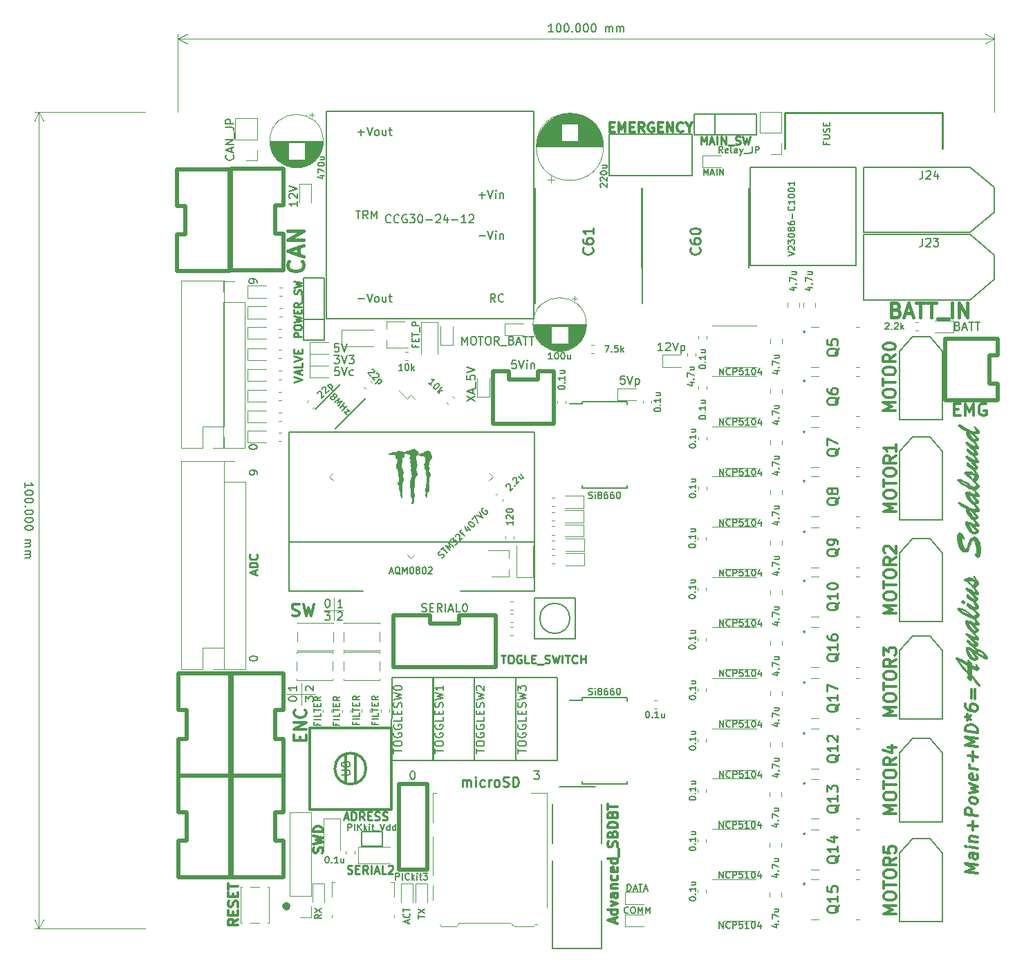
<source format=gbr>
G04 #@! TF.GenerationSoftware,KiCad,Pcbnew,(5.1.4)-1*
G04 #@! TF.CreationDate,2019-12-19T22:16:52+09:00*
G04 #@! TF.ProjectId,Main,4d61696e-2e6b-4696-9361-645f70636258,rev?*
G04 #@! TF.SameCoordinates,Original*
G04 #@! TF.FileFunction,Legend,Top*
G04 #@! TF.FilePolarity,Positive*
%FSLAX46Y46*%
G04 Gerber Fmt 4.6, Leading zero omitted, Abs format (unit mm)*
G04 Created by KiCad (PCBNEW (5.1.4)-1) date 2019-12-19 22:16:52*
%MOMM*%
%LPD*%
G04 APERTURE LIST*
%ADD10C,0.375000*%
%ADD11C,0.150000*%
%ADD12C,0.225000*%
%ADD13C,0.120000*%
%ADD14C,0.750000*%
%ADD15C,0.250000*%
%ADD16C,0.300000*%
%ADD17C,0.010000*%
%ADD18C,0.500000*%
%ADD19C,0.200000*%
%ADD20C,0.254000*%
%ADD21C,0.100000*%
%ADD22C,0.450000*%
%ADD23C,0.400000*%
G04 APERTURE END LIST*
D10*
X50942857Y-114982142D02*
X50942857Y-114482142D01*
X51728571Y-114267857D02*
X51728571Y-114982142D01*
X50228571Y-114982142D01*
X50228571Y-114267857D01*
X51728571Y-113625000D02*
X50228571Y-113625000D01*
X51728571Y-112767857D01*
X50228571Y-112767857D01*
X51585714Y-111196428D02*
X51657142Y-111267857D01*
X51728571Y-111482142D01*
X51728571Y-111625000D01*
X51657142Y-111839285D01*
X51514285Y-111982142D01*
X51371428Y-112053571D01*
X51085714Y-112125000D01*
X50871428Y-112125000D01*
X50585714Y-112053571D01*
X50442857Y-111982142D01*
X50300000Y-111839285D01*
X50228571Y-111625000D01*
X50228571Y-111482142D01*
X50300000Y-111267857D01*
X50371428Y-111196428D01*
D11*
X100380952Y-45711904D02*
X100380952Y-44911904D01*
X100647619Y-45483333D01*
X100914285Y-44911904D01*
X100914285Y-45711904D01*
X101257142Y-45483333D02*
X101638095Y-45483333D01*
X101180952Y-45711904D02*
X101447619Y-44911904D01*
X101714285Y-45711904D01*
X101980952Y-45711904D02*
X101980952Y-44911904D01*
X102361904Y-45711904D02*
X102361904Y-44911904D01*
X102819047Y-45711904D01*
X102819047Y-44911904D01*
D12*
X51107142Y-65514285D02*
X50207142Y-65514285D01*
X50207142Y-65171428D01*
X50250000Y-65085714D01*
X50292857Y-65042857D01*
X50378571Y-65000000D01*
X50507142Y-65000000D01*
X50592857Y-65042857D01*
X50635714Y-65085714D01*
X50678571Y-65171428D01*
X50678571Y-65514285D01*
X50207142Y-64442857D02*
X50207142Y-64271428D01*
X50250000Y-64185714D01*
X50335714Y-64100000D01*
X50507142Y-64057142D01*
X50807142Y-64057142D01*
X50978571Y-64100000D01*
X51064285Y-64185714D01*
X51107142Y-64271428D01*
X51107142Y-64442857D01*
X51064285Y-64528571D01*
X50978571Y-64614285D01*
X50807142Y-64657142D01*
X50507142Y-64657142D01*
X50335714Y-64614285D01*
X50250000Y-64528571D01*
X50207142Y-64442857D01*
X50207142Y-63757142D02*
X51107142Y-63542857D01*
X50464285Y-63371428D01*
X51107142Y-63200000D01*
X50207142Y-62985714D01*
X50635714Y-62642857D02*
X50635714Y-62342857D01*
X51107142Y-62214285D02*
X51107142Y-62642857D01*
X50207142Y-62642857D01*
X50207142Y-62214285D01*
X51107142Y-61314285D02*
X50678571Y-61614285D01*
X51107142Y-61828571D02*
X50207142Y-61828571D01*
X50207142Y-61485714D01*
X50250000Y-61400000D01*
X50292857Y-61357142D01*
X50378571Y-61314285D01*
X50507142Y-61314285D01*
X50592857Y-61357142D01*
X50635714Y-61400000D01*
X50678571Y-61485714D01*
X50678571Y-61828571D01*
X51192857Y-61142857D02*
X51192857Y-60457142D01*
X51064285Y-60285714D02*
X51107142Y-60157142D01*
X51107142Y-59942857D01*
X51064285Y-59857142D01*
X51021428Y-59814285D01*
X50935714Y-59771428D01*
X50850000Y-59771428D01*
X50764285Y-59814285D01*
X50721428Y-59857142D01*
X50678571Y-59942857D01*
X50635714Y-60114285D01*
X50592857Y-60200000D01*
X50550000Y-60242857D01*
X50464285Y-60285714D01*
X50378571Y-60285714D01*
X50292857Y-60242857D01*
X50250000Y-60200000D01*
X50207142Y-60114285D01*
X50207142Y-59900000D01*
X50250000Y-59771428D01*
X50207142Y-59471428D02*
X51107142Y-59257142D01*
X50464285Y-59085714D01*
X51107142Y-58914285D01*
X50207142Y-58700000D01*
D11*
X64183333Y-137345238D02*
X64183333Y-136964285D01*
X64411904Y-137421428D02*
X63611904Y-137154761D01*
X64411904Y-136888095D01*
X64335714Y-136164285D02*
X64373809Y-136202380D01*
X64411904Y-136316666D01*
X64411904Y-136392857D01*
X64373809Y-136507142D01*
X64297619Y-136583333D01*
X64221428Y-136621428D01*
X64069047Y-136659523D01*
X63954761Y-136659523D01*
X63802380Y-136621428D01*
X63726190Y-136583333D01*
X63650000Y-136507142D01*
X63611904Y-136392857D01*
X63611904Y-136316666D01*
X63650000Y-136202380D01*
X63688095Y-136164285D01*
X63611904Y-135935714D02*
X63611904Y-135478571D01*
X64411904Y-135707142D02*
X63611904Y-135707142D01*
D13*
X55075000Y-97500000D02*
X55075000Y-100250000D01*
X56325000Y-99000000D02*
X53825000Y-99000000D01*
D11*
X55589285Y-99297619D02*
X55636904Y-99250000D01*
X55732142Y-99202380D01*
X55970238Y-99202380D01*
X56065476Y-99250000D01*
X56113095Y-99297619D01*
X56160714Y-99392857D01*
X56160714Y-99488095D01*
X56113095Y-99630952D01*
X55541666Y-100202380D01*
X56160714Y-100202380D01*
X53991666Y-99202380D02*
X54610714Y-99202380D01*
X54277380Y-99583333D01*
X54420238Y-99583333D01*
X54515476Y-99630952D01*
X54563095Y-99678571D01*
X54610714Y-99773809D01*
X54610714Y-100011904D01*
X54563095Y-100107142D01*
X54515476Y-100154761D01*
X54420238Y-100202380D01*
X54134523Y-100202380D01*
X54039285Y-100154761D01*
X53991666Y-100107142D01*
X56160714Y-98652380D02*
X55589285Y-98652380D01*
X55875000Y-98652380D02*
X55875000Y-97652380D01*
X55779761Y-97795238D01*
X55684523Y-97890476D01*
X55589285Y-97938095D01*
X54277380Y-97652380D02*
X54372619Y-97652380D01*
X54467857Y-97700000D01*
X54515476Y-97747619D01*
X54563095Y-97842857D01*
X54610714Y-98033333D01*
X54610714Y-98271428D01*
X54563095Y-98461904D01*
X54515476Y-98557142D01*
X54467857Y-98604761D01*
X54372619Y-98652380D01*
X54277380Y-98652380D01*
X54182142Y-98604761D01*
X54134523Y-98557142D01*
X54086904Y-98461904D01*
X54039285Y-98271428D01*
X54039285Y-98033333D01*
X54086904Y-97842857D01*
X54134523Y-97747619D01*
X54182142Y-97700000D01*
X54277380Y-97652380D01*
D10*
X49989285Y-99657142D02*
X50203571Y-99728571D01*
X50560714Y-99728571D01*
X50703571Y-99657142D01*
X50775000Y-99585714D01*
X50846428Y-99442857D01*
X50846428Y-99300000D01*
X50775000Y-99157142D01*
X50703571Y-99085714D01*
X50560714Y-99014285D01*
X50275000Y-98942857D01*
X50132142Y-98871428D01*
X50060714Y-98800000D01*
X49989285Y-98657142D01*
X49989285Y-98514285D01*
X50060714Y-98371428D01*
X50132142Y-98300000D01*
X50275000Y-98228571D01*
X50632142Y-98228571D01*
X50846428Y-98300000D01*
X51346428Y-98228571D02*
X51703571Y-99728571D01*
X51989285Y-98657142D01*
X52275000Y-99728571D01*
X52632142Y-98228571D01*
D13*
X52850000Y-109250000D02*
X49300000Y-109250000D01*
X51100000Y-107950000D02*
X51100000Y-110600000D01*
D11*
X51602380Y-110183333D02*
X51602380Y-109564285D01*
X51983333Y-109897619D01*
X51983333Y-109754761D01*
X52030952Y-109659523D01*
X52078571Y-109611904D01*
X52173809Y-109564285D01*
X52411904Y-109564285D01*
X52507142Y-109611904D01*
X52554761Y-109659523D01*
X52602380Y-109754761D01*
X52602380Y-110040476D01*
X52554761Y-110135714D01*
X52507142Y-110183333D01*
X49552380Y-109897619D02*
X49552380Y-109802380D01*
X49600000Y-109707142D01*
X49647619Y-109659523D01*
X49742857Y-109611904D01*
X49933333Y-109564285D01*
X50171428Y-109564285D01*
X50361904Y-109611904D01*
X50457142Y-109659523D01*
X50504761Y-109707142D01*
X50552380Y-109802380D01*
X50552380Y-109897619D01*
X50504761Y-109992857D01*
X50457142Y-110040476D01*
X50361904Y-110088095D01*
X50171428Y-110135714D01*
X49933333Y-110135714D01*
X49742857Y-110088095D01*
X49647619Y-110040476D01*
X49600000Y-109992857D01*
X49552380Y-109897619D01*
X50552380Y-108264285D02*
X50552380Y-108835714D01*
X50552380Y-108550000D02*
X49552380Y-108550000D01*
X49695238Y-108645238D01*
X49790476Y-108740476D01*
X49838095Y-108835714D01*
X51697619Y-108835714D02*
X51650000Y-108788095D01*
X51602380Y-108692857D01*
X51602380Y-108454761D01*
X51650000Y-108359523D01*
X51697619Y-108311904D01*
X51792857Y-108264285D01*
X51888095Y-108264285D01*
X52030952Y-108311904D01*
X52602380Y-108883333D01*
X52602380Y-108264285D01*
D10*
X131071428Y-74392857D02*
X131571428Y-74392857D01*
X131785714Y-75178571D02*
X131071428Y-75178571D01*
X131071428Y-73678571D01*
X131785714Y-73678571D01*
X132428571Y-75178571D02*
X132428571Y-73678571D01*
X132928571Y-74750000D01*
X133428571Y-73678571D01*
X133428571Y-75178571D01*
X134928571Y-73750000D02*
X134785714Y-73678571D01*
X134571428Y-73678571D01*
X134357142Y-73750000D01*
X134214285Y-73892857D01*
X134142857Y-74035714D01*
X134071428Y-74321428D01*
X134071428Y-74535714D01*
X134142857Y-74821428D01*
X134214285Y-74964285D01*
X134357142Y-75107142D01*
X134571428Y-75178571D01*
X134714285Y-75178571D01*
X134928571Y-75107142D01*
X135000000Y-75035714D01*
X135000000Y-74535714D01*
X134714285Y-74535714D01*
D11*
X44752380Y-104947619D02*
X44752380Y-104852380D01*
X44800000Y-104757142D01*
X44847619Y-104709523D01*
X44942857Y-104661904D01*
X45133333Y-104614285D01*
X45371428Y-104614285D01*
X45561904Y-104661904D01*
X45657142Y-104709523D01*
X45704761Y-104757142D01*
X45752380Y-104852380D01*
X45752380Y-104947619D01*
X45704761Y-105042857D01*
X45657142Y-105090476D01*
X45561904Y-105138095D01*
X45371428Y-105185714D01*
X45133333Y-105185714D01*
X44942857Y-105138095D01*
X44847619Y-105090476D01*
X44800000Y-105042857D01*
X44752380Y-104947619D01*
X45752380Y-82340476D02*
X45752380Y-82150000D01*
X45704761Y-82054761D01*
X45657142Y-82007142D01*
X45514285Y-81911904D01*
X45323809Y-81864285D01*
X44942857Y-81864285D01*
X44847619Y-81911904D01*
X44800000Y-81959523D01*
X44752380Y-82054761D01*
X44752380Y-82245238D01*
X44800000Y-82340476D01*
X44847619Y-82388095D01*
X44942857Y-82435714D01*
X45180952Y-82435714D01*
X45276190Y-82388095D01*
X45323809Y-82340476D01*
X45371428Y-82245238D01*
X45371428Y-82054761D01*
X45323809Y-81959523D01*
X45276190Y-81911904D01*
X45180952Y-81864285D01*
X44702380Y-79047619D02*
X44702380Y-78952380D01*
X44750000Y-78857142D01*
X44797619Y-78809523D01*
X44892857Y-78761904D01*
X45083333Y-78714285D01*
X45321428Y-78714285D01*
X45511904Y-78761904D01*
X45607142Y-78809523D01*
X45654761Y-78857142D01*
X45702380Y-78952380D01*
X45702380Y-79047619D01*
X45654761Y-79142857D01*
X45607142Y-79190476D01*
X45511904Y-79238095D01*
X45321428Y-79285714D01*
X45083333Y-79285714D01*
X44892857Y-79238095D01*
X44797619Y-79190476D01*
X44750000Y-79142857D01*
X44702380Y-79047619D01*
X45702380Y-58890476D02*
X45702380Y-58700000D01*
X45654761Y-58604761D01*
X45607142Y-58557142D01*
X45464285Y-58461904D01*
X45273809Y-58414285D01*
X44892857Y-58414285D01*
X44797619Y-58461904D01*
X44750000Y-58509523D01*
X44702380Y-58604761D01*
X44702380Y-58795238D01*
X44750000Y-58890476D01*
X44797619Y-58938095D01*
X44892857Y-58985714D01*
X45130952Y-58985714D01*
X45226190Y-58938095D01*
X45273809Y-58890476D01*
X45321428Y-58795238D01*
X45321428Y-58604761D01*
X45273809Y-58509523D01*
X45226190Y-58461904D01*
X45130952Y-58414285D01*
D14*
X49250000Y-135071428D02*
X49392857Y-135214285D01*
X49250000Y-135357142D01*
X49107142Y-135214285D01*
X49250000Y-135071428D01*
X49250000Y-135357142D01*
D11*
X79616666Y-118702380D02*
X80235714Y-118702380D01*
X79902380Y-119083333D01*
X80045238Y-119083333D01*
X80140476Y-119130952D01*
X80188095Y-119178571D01*
X80235714Y-119273809D01*
X80235714Y-119511904D01*
X80188095Y-119607142D01*
X80140476Y-119654761D01*
X80045238Y-119702380D01*
X79759523Y-119702380D01*
X79664285Y-119654761D01*
X79616666Y-119607142D01*
X64702380Y-118702380D02*
X64797619Y-118702380D01*
X64892857Y-118750000D01*
X64940476Y-118797619D01*
X64988095Y-118892857D01*
X65035714Y-119083333D01*
X65035714Y-119321428D01*
X64988095Y-119511904D01*
X64940476Y-119607142D01*
X64892857Y-119654761D01*
X64797619Y-119702380D01*
X64702380Y-119702380D01*
X64607142Y-119654761D01*
X64559523Y-119607142D01*
X64511904Y-119511904D01*
X64464285Y-119321428D01*
X64464285Y-119083333D01*
X64511904Y-118892857D01*
X64559523Y-118797619D01*
X64607142Y-118750000D01*
X64702380Y-118702380D01*
D15*
X75561904Y-104502380D02*
X76133333Y-104502380D01*
X75847619Y-105502380D02*
X75847619Y-104502380D01*
X76657142Y-104502380D02*
X76847619Y-104502380D01*
X76942857Y-104550000D01*
X77038095Y-104645238D01*
X77085714Y-104835714D01*
X77085714Y-105169047D01*
X77038095Y-105359523D01*
X76942857Y-105454761D01*
X76847619Y-105502380D01*
X76657142Y-105502380D01*
X76561904Y-105454761D01*
X76466666Y-105359523D01*
X76419047Y-105169047D01*
X76419047Y-104835714D01*
X76466666Y-104645238D01*
X76561904Y-104550000D01*
X76657142Y-104502380D01*
X78038095Y-104550000D02*
X77942857Y-104502380D01*
X77800000Y-104502380D01*
X77657142Y-104550000D01*
X77561904Y-104645238D01*
X77514285Y-104740476D01*
X77466666Y-104930952D01*
X77466666Y-105073809D01*
X77514285Y-105264285D01*
X77561904Y-105359523D01*
X77657142Y-105454761D01*
X77800000Y-105502380D01*
X77895238Y-105502380D01*
X78038095Y-105454761D01*
X78085714Y-105407142D01*
X78085714Y-105073809D01*
X77895238Y-105073809D01*
X78990476Y-105502380D02*
X78514285Y-105502380D01*
X78514285Y-104502380D01*
X79323809Y-104978571D02*
X79657142Y-104978571D01*
X79800000Y-105502380D02*
X79323809Y-105502380D01*
X79323809Y-104502380D01*
X79800000Y-104502380D01*
X79990476Y-105597619D02*
X80752380Y-105597619D01*
X80942857Y-105454761D02*
X81085714Y-105502380D01*
X81323809Y-105502380D01*
X81419047Y-105454761D01*
X81466666Y-105407142D01*
X81514285Y-105311904D01*
X81514285Y-105216666D01*
X81466666Y-105121428D01*
X81419047Y-105073809D01*
X81323809Y-105026190D01*
X81133333Y-104978571D01*
X81038095Y-104930952D01*
X80990476Y-104883333D01*
X80942857Y-104788095D01*
X80942857Y-104692857D01*
X80990476Y-104597619D01*
X81038095Y-104550000D01*
X81133333Y-104502380D01*
X81371428Y-104502380D01*
X81514285Y-104550000D01*
X81847619Y-104502380D02*
X82085714Y-105502380D01*
X82276190Y-104788095D01*
X82466666Y-105502380D01*
X82704761Y-104502380D01*
X83085714Y-105502380D02*
X83085714Y-104502380D01*
X83419047Y-104502380D02*
X83990476Y-104502380D01*
X83704761Y-105502380D02*
X83704761Y-104502380D01*
X84895238Y-105407142D02*
X84847619Y-105454761D01*
X84704761Y-105502380D01*
X84609523Y-105502380D01*
X84466666Y-105454761D01*
X84371428Y-105359523D01*
X84323809Y-105264285D01*
X84276190Y-105073809D01*
X84276190Y-104930952D01*
X84323809Y-104740476D01*
X84371428Y-104645238D01*
X84466666Y-104550000D01*
X84609523Y-104502380D01*
X84704761Y-104502380D01*
X84847619Y-104550000D01*
X84895238Y-104597619D01*
X85323809Y-105502380D02*
X85323809Y-104502380D01*
X85323809Y-104978571D02*
X85895238Y-104978571D01*
X85895238Y-105502380D02*
X85895238Y-104502380D01*
D16*
X133928571Y-131188928D02*
X132428571Y-131001428D01*
X133500000Y-130635357D01*
X132428571Y-130001428D01*
X133928571Y-130188928D01*
X133928571Y-128831785D02*
X133142857Y-128733571D01*
X133000000Y-128787142D01*
X132928571Y-128921071D01*
X132928571Y-129206785D01*
X133000000Y-129358571D01*
X133857142Y-128822857D02*
X133928571Y-128974642D01*
X133928571Y-129331785D01*
X133857142Y-129465714D01*
X133714285Y-129519285D01*
X133571428Y-129501428D01*
X133428571Y-129412142D01*
X133357142Y-129260357D01*
X133357142Y-128903214D01*
X133285714Y-128751428D01*
X133928571Y-128117500D02*
X132928571Y-127992500D01*
X132428571Y-127930000D02*
X132500000Y-128010357D01*
X132571428Y-127947857D01*
X132500000Y-127867500D01*
X132428571Y-127930000D01*
X132571428Y-127947857D01*
X132928571Y-127278214D02*
X133928571Y-127403214D01*
X133071428Y-127296071D02*
X133000000Y-127215714D01*
X132928571Y-127063928D01*
X132928571Y-126849642D01*
X133000000Y-126715714D01*
X133142857Y-126662142D01*
X133928571Y-126760357D01*
X133357142Y-125974642D02*
X133357142Y-124831785D01*
X133928571Y-125474642D02*
X132785714Y-125331785D01*
X133928571Y-124188928D02*
X132428571Y-124001428D01*
X132428571Y-123430000D01*
X132500000Y-123296071D01*
X132571428Y-123233571D01*
X132714285Y-123180000D01*
X132928571Y-123206785D01*
X133071428Y-123296071D01*
X133142857Y-123376428D01*
X133214285Y-123528214D01*
X133214285Y-124099642D01*
X133928571Y-122474642D02*
X133857142Y-122608571D01*
X133785714Y-122671071D01*
X133642857Y-122724642D01*
X133214285Y-122671071D01*
X133071428Y-122581785D01*
X133000000Y-122501428D01*
X132928571Y-122349642D01*
X132928571Y-122135357D01*
X133000000Y-122001428D01*
X133071428Y-121938928D01*
X133214285Y-121885357D01*
X133642857Y-121938928D01*
X133785714Y-122028214D01*
X133857142Y-122108571D01*
X133928571Y-122260357D01*
X133928571Y-122474642D01*
X132928571Y-121349642D02*
X133928571Y-121188928D01*
X133214285Y-120813928D01*
X133928571Y-120617500D01*
X132928571Y-120206785D01*
X133857142Y-119180000D02*
X133928571Y-119331785D01*
X133928571Y-119617500D01*
X133857142Y-119751428D01*
X133714285Y-119805000D01*
X133142857Y-119733571D01*
X133000000Y-119644285D01*
X132928571Y-119492500D01*
X132928571Y-119206785D01*
X133000000Y-119072857D01*
X133142857Y-119019285D01*
X133285714Y-119037142D01*
X133428571Y-119769285D01*
X133928571Y-118474642D02*
X132928571Y-118349642D01*
X133214285Y-118385357D02*
X133071428Y-118296071D01*
X133000000Y-118215714D01*
X132928571Y-118063928D01*
X132928571Y-117921071D01*
X133357142Y-117474642D02*
X133357142Y-116331785D01*
X133928571Y-116974642D02*
X132785714Y-116831785D01*
X133928571Y-115688928D02*
X132428571Y-115501428D01*
X133500000Y-115135357D01*
X132428571Y-114501428D01*
X133928571Y-114688928D01*
X133928571Y-113974642D02*
X132428571Y-113787142D01*
X132428571Y-113430000D01*
X132500000Y-113224642D01*
X132642857Y-113099642D01*
X132785714Y-113046071D01*
X133071428Y-113010357D01*
X133285714Y-113037142D01*
X133571428Y-113144285D01*
X133714285Y-113233571D01*
X133857142Y-113394285D01*
X133928571Y-113617500D01*
X133928571Y-113974642D01*
X132428571Y-112072857D02*
X132785714Y-112117500D01*
X132642857Y-112456785D02*
X132785714Y-112117500D01*
X132642857Y-111742500D01*
X133071428Y-112367500D02*
X132785714Y-112117500D01*
X133071428Y-111938928D01*
X132428571Y-110501428D02*
X132428571Y-110787142D01*
X132500000Y-110938928D01*
X132571428Y-111019285D01*
X132785714Y-111188928D01*
X133071428Y-111296071D01*
X133642857Y-111367500D01*
X133785714Y-111313928D01*
X133857142Y-111251428D01*
X133928571Y-111117500D01*
X133928571Y-110831785D01*
X133857142Y-110680000D01*
X133785714Y-110599642D01*
X133642857Y-110510357D01*
X133285714Y-110465714D01*
X133142857Y-110519285D01*
X133071428Y-110581785D01*
X133000000Y-110715714D01*
X133000000Y-111001428D01*
X133071428Y-111153214D01*
X133142857Y-111233571D01*
X133285714Y-111322857D01*
X133142857Y-109805000D02*
X133142857Y-108662142D01*
X133571428Y-108715714D02*
X133571428Y-109858571D01*
X88878571Y-39814285D02*
X89278571Y-39814285D01*
X89450000Y-40442857D02*
X88878571Y-40442857D01*
X88878571Y-39242857D01*
X89450000Y-39242857D01*
X89964285Y-40442857D02*
X89964285Y-39242857D01*
X90364285Y-40100000D01*
X90764285Y-39242857D01*
X90764285Y-40442857D01*
X91335714Y-39814285D02*
X91735714Y-39814285D01*
X91907142Y-40442857D02*
X91335714Y-40442857D01*
X91335714Y-39242857D01*
X91907142Y-39242857D01*
X93107142Y-40442857D02*
X92707142Y-39871428D01*
X92421428Y-40442857D02*
X92421428Y-39242857D01*
X92878571Y-39242857D01*
X92992857Y-39300000D01*
X93050000Y-39357142D01*
X93107142Y-39471428D01*
X93107142Y-39642857D01*
X93050000Y-39757142D01*
X92992857Y-39814285D01*
X92878571Y-39871428D01*
X92421428Y-39871428D01*
X94250000Y-39300000D02*
X94135714Y-39242857D01*
X93964285Y-39242857D01*
X93792857Y-39300000D01*
X93678571Y-39414285D01*
X93621428Y-39528571D01*
X93564285Y-39757142D01*
X93564285Y-39928571D01*
X93621428Y-40157142D01*
X93678571Y-40271428D01*
X93792857Y-40385714D01*
X93964285Y-40442857D01*
X94078571Y-40442857D01*
X94250000Y-40385714D01*
X94307142Y-40328571D01*
X94307142Y-39928571D01*
X94078571Y-39928571D01*
X94821428Y-39814285D02*
X95221428Y-39814285D01*
X95392857Y-40442857D02*
X94821428Y-40442857D01*
X94821428Y-39242857D01*
X95392857Y-39242857D01*
X95907142Y-40442857D02*
X95907142Y-39242857D01*
X96592857Y-40442857D01*
X96592857Y-39242857D01*
X97850000Y-40328571D02*
X97792857Y-40385714D01*
X97621428Y-40442857D01*
X97507142Y-40442857D01*
X97335714Y-40385714D01*
X97221428Y-40271428D01*
X97164285Y-40157142D01*
X97107142Y-39928571D01*
X97107142Y-39757142D01*
X97164285Y-39528571D01*
X97221428Y-39414285D01*
X97335714Y-39300000D01*
X97507142Y-39242857D01*
X97621428Y-39242857D01*
X97792857Y-39300000D01*
X97850000Y-39357142D01*
X98592857Y-39871428D02*
X98592857Y-40442857D01*
X98192857Y-39242857D02*
X98592857Y-39871428D01*
X98992857Y-39242857D01*
D11*
X81952380Y-28182380D02*
X81380952Y-28182380D01*
X81666666Y-28182380D02*
X81666666Y-27182380D01*
X81571428Y-27325238D01*
X81476190Y-27420476D01*
X81380952Y-27468095D01*
X82571428Y-27182380D02*
X82666666Y-27182380D01*
X82761904Y-27230000D01*
X82809523Y-27277619D01*
X82857142Y-27372857D01*
X82904761Y-27563333D01*
X82904761Y-27801428D01*
X82857142Y-27991904D01*
X82809523Y-28087142D01*
X82761904Y-28134761D01*
X82666666Y-28182380D01*
X82571428Y-28182380D01*
X82476190Y-28134761D01*
X82428571Y-28087142D01*
X82380952Y-27991904D01*
X82333333Y-27801428D01*
X82333333Y-27563333D01*
X82380952Y-27372857D01*
X82428571Y-27277619D01*
X82476190Y-27230000D01*
X82571428Y-27182380D01*
X83523809Y-27182380D02*
X83619047Y-27182380D01*
X83714285Y-27230000D01*
X83761904Y-27277619D01*
X83809523Y-27372857D01*
X83857142Y-27563333D01*
X83857142Y-27801428D01*
X83809523Y-27991904D01*
X83761904Y-28087142D01*
X83714285Y-28134761D01*
X83619047Y-28182380D01*
X83523809Y-28182380D01*
X83428571Y-28134761D01*
X83380952Y-28087142D01*
X83333333Y-27991904D01*
X83285714Y-27801428D01*
X83285714Y-27563333D01*
X83333333Y-27372857D01*
X83380952Y-27277619D01*
X83428571Y-27230000D01*
X83523809Y-27182380D01*
X84285714Y-28087142D02*
X84333333Y-28134761D01*
X84285714Y-28182380D01*
X84238095Y-28134761D01*
X84285714Y-28087142D01*
X84285714Y-28182380D01*
X84952380Y-27182380D02*
X85047619Y-27182380D01*
X85142857Y-27230000D01*
X85190476Y-27277619D01*
X85238095Y-27372857D01*
X85285714Y-27563333D01*
X85285714Y-27801428D01*
X85238095Y-27991904D01*
X85190476Y-28087142D01*
X85142857Y-28134761D01*
X85047619Y-28182380D01*
X84952380Y-28182380D01*
X84857142Y-28134761D01*
X84809523Y-28087142D01*
X84761904Y-27991904D01*
X84714285Y-27801428D01*
X84714285Y-27563333D01*
X84761904Y-27372857D01*
X84809523Y-27277619D01*
X84857142Y-27230000D01*
X84952380Y-27182380D01*
X85904761Y-27182380D02*
X86000000Y-27182380D01*
X86095238Y-27230000D01*
X86142857Y-27277619D01*
X86190476Y-27372857D01*
X86238095Y-27563333D01*
X86238095Y-27801428D01*
X86190476Y-27991904D01*
X86142857Y-28087142D01*
X86095238Y-28134761D01*
X86000000Y-28182380D01*
X85904761Y-28182380D01*
X85809523Y-28134761D01*
X85761904Y-28087142D01*
X85714285Y-27991904D01*
X85666666Y-27801428D01*
X85666666Y-27563333D01*
X85714285Y-27372857D01*
X85761904Y-27277619D01*
X85809523Y-27230000D01*
X85904761Y-27182380D01*
X86857142Y-27182380D02*
X86952380Y-27182380D01*
X87047619Y-27230000D01*
X87095238Y-27277619D01*
X87142857Y-27372857D01*
X87190476Y-27563333D01*
X87190476Y-27801428D01*
X87142857Y-27991904D01*
X87095238Y-28087142D01*
X87047619Y-28134761D01*
X86952380Y-28182380D01*
X86857142Y-28182380D01*
X86761904Y-28134761D01*
X86714285Y-28087142D01*
X86666666Y-27991904D01*
X86619047Y-27801428D01*
X86619047Y-27563333D01*
X86666666Y-27372857D01*
X86714285Y-27277619D01*
X86761904Y-27230000D01*
X86857142Y-27182380D01*
X88380952Y-28182380D02*
X88380952Y-27515714D01*
X88380952Y-27610952D02*
X88428571Y-27563333D01*
X88523809Y-27515714D01*
X88666666Y-27515714D01*
X88761904Y-27563333D01*
X88809523Y-27658571D01*
X88809523Y-28182380D01*
X88809523Y-27658571D02*
X88857142Y-27563333D01*
X88952380Y-27515714D01*
X89095238Y-27515714D01*
X89190476Y-27563333D01*
X89238095Y-27658571D01*
X89238095Y-28182380D01*
X89714285Y-28182380D02*
X89714285Y-27515714D01*
X89714285Y-27610952D02*
X89761904Y-27563333D01*
X89857142Y-27515714D01*
X90000000Y-27515714D01*
X90095238Y-27563333D01*
X90142857Y-27658571D01*
X90142857Y-28182380D01*
X90142857Y-27658571D02*
X90190476Y-27563333D01*
X90285714Y-27515714D01*
X90428571Y-27515714D01*
X90523809Y-27563333D01*
X90571428Y-27658571D01*
X90571428Y-28182380D01*
D13*
X36000000Y-29000000D02*
X136000000Y-29000000D01*
X36000000Y-38000000D02*
X36000000Y-28413579D01*
X136000000Y-38000000D02*
X136000000Y-28413579D01*
X136000000Y-29000000D02*
X134873496Y-29586421D01*
X136000000Y-29000000D02*
X134873496Y-28413579D01*
X36000000Y-29000000D02*
X37126504Y-29586421D01*
X36000000Y-29000000D02*
X37126504Y-28413579D01*
D11*
X17277619Y-83952380D02*
X17277619Y-83380952D01*
X17277619Y-83666666D02*
X18277619Y-83666666D01*
X18134761Y-83571428D01*
X18039523Y-83476190D01*
X17991904Y-83380952D01*
X18277619Y-84571428D02*
X18277619Y-84666666D01*
X18230000Y-84761904D01*
X18182380Y-84809523D01*
X18087142Y-84857142D01*
X17896666Y-84904761D01*
X17658571Y-84904761D01*
X17468095Y-84857142D01*
X17372857Y-84809523D01*
X17325238Y-84761904D01*
X17277619Y-84666666D01*
X17277619Y-84571428D01*
X17325238Y-84476190D01*
X17372857Y-84428571D01*
X17468095Y-84380952D01*
X17658571Y-84333333D01*
X17896666Y-84333333D01*
X18087142Y-84380952D01*
X18182380Y-84428571D01*
X18230000Y-84476190D01*
X18277619Y-84571428D01*
X18277619Y-85523809D02*
X18277619Y-85619047D01*
X18230000Y-85714285D01*
X18182380Y-85761904D01*
X18087142Y-85809523D01*
X17896666Y-85857142D01*
X17658571Y-85857142D01*
X17468095Y-85809523D01*
X17372857Y-85761904D01*
X17325238Y-85714285D01*
X17277619Y-85619047D01*
X17277619Y-85523809D01*
X17325238Y-85428571D01*
X17372857Y-85380952D01*
X17468095Y-85333333D01*
X17658571Y-85285714D01*
X17896666Y-85285714D01*
X18087142Y-85333333D01*
X18182380Y-85380952D01*
X18230000Y-85428571D01*
X18277619Y-85523809D01*
X17372857Y-86285714D02*
X17325238Y-86333333D01*
X17277619Y-86285714D01*
X17325238Y-86238095D01*
X17372857Y-86285714D01*
X17277619Y-86285714D01*
X18277619Y-86952380D02*
X18277619Y-87047619D01*
X18230000Y-87142857D01*
X18182380Y-87190476D01*
X18087142Y-87238095D01*
X17896666Y-87285714D01*
X17658571Y-87285714D01*
X17468095Y-87238095D01*
X17372857Y-87190476D01*
X17325238Y-87142857D01*
X17277619Y-87047619D01*
X17277619Y-86952380D01*
X17325238Y-86857142D01*
X17372857Y-86809523D01*
X17468095Y-86761904D01*
X17658571Y-86714285D01*
X17896666Y-86714285D01*
X18087142Y-86761904D01*
X18182380Y-86809523D01*
X18230000Y-86857142D01*
X18277619Y-86952380D01*
X18277619Y-87904761D02*
X18277619Y-88000000D01*
X18230000Y-88095238D01*
X18182380Y-88142857D01*
X18087142Y-88190476D01*
X17896666Y-88238095D01*
X17658571Y-88238095D01*
X17468095Y-88190476D01*
X17372857Y-88142857D01*
X17325238Y-88095238D01*
X17277619Y-88000000D01*
X17277619Y-87904761D01*
X17325238Y-87809523D01*
X17372857Y-87761904D01*
X17468095Y-87714285D01*
X17658571Y-87666666D01*
X17896666Y-87666666D01*
X18087142Y-87714285D01*
X18182380Y-87761904D01*
X18230000Y-87809523D01*
X18277619Y-87904761D01*
X18277619Y-88857142D02*
X18277619Y-88952380D01*
X18230000Y-89047619D01*
X18182380Y-89095238D01*
X18087142Y-89142857D01*
X17896666Y-89190476D01*
X17658571Y-89190476D01*
X17468095Y-89142857D01*
X17372857Y-89095238D01*
X17325238Y-89047619D01*
X17277619Y-88952380D01*
X17277619Y-88857142D01*
X17325238Y-88761904D01*
X17372857Y-88714285D01*
X17468095Y-88666666D01*
X17658571Y-88619047D01*
X17896666Y-88619047D01*
X18087142Y-88666666D01*
X18182380Y-88714285D01*
X18230000Y-88761904D01*
X18277619Y-88857142D01*
X17277619Y-90380952D02*
X17944285Y-90380952D01*
X17849047Y-90380952D02*
X17896666Y-90428571D01*
X17944285Y-90523809D01*
X17944285Y-90666666D01*
X17896666Y-90761904D01*
X17801428Y-90809523D01*
X17277619Y-90809523D01*
X17801428Y-90809523D02*
X17896666Y-90857142D01*
X17944285Y-90952380D01*
X17944285Y-91095238D01*
X17896666Y-91190476D01*
X17801428Y-91238095D01*
X17277619Y-91238095D01*
X17277619Y-91714285D02*
X17944285Y-91714285D01*
X17849047Y-91714285D02*
X17896666Y-91761904D01*
X17944285Y-91857142D01*
X17944285Y-92000000D01*
X17896666Y-92095238D01*
X17801428Y-92142857D01*
X17277619Y-92142857D01*
X17801428Y-92142857D02*
X17896666Y-92190476D01*
X17944285Y-92285714D01*
X17944285Y-92428571D01*
X17896666Y-92523809D01*
X17801428Y-92571428D01*
X17277619Y-92571428D01*
D13*
X19000000Y-38000000D02*
X19000000Y-138000000D01*
X32000000Y-38000000D02*
X18413579Y-38000000D01*
X32000000Y-138000000D02*
X18413579Y-138000000D01*
X19000000Y-138000000D02*
X18413579Y-136873496D01*
X19000000Y-138000000D02*
X19586421Y-136873496D01*
X19000000Y-38000000D02*
X18413579Y-39126504D01*
X19000000Y-38000000D02*
X19586421Y-39126504D01*
X56050000Y-64650000D02*
X56050000Y-66650000D01*
X56050000Y-66650000D02*
X59950000Y-66650000D01*
X56050000Y-64650000D02*
X59950000Y-64650000D01*
D17*
G36*
X131477151Y-98741507D02*
G01*
X131621939Y-98719456D01*
X131661973Y-98718691D01*
X131923828Y-98764035D01*
X132240733Y-98894128D01*
X132594822Y-99100064D01*
X132958616Y-99365216D01*
X133139595Y-99505707D01*
X133286475Y-99611600D01*
X133374169Y-99665069D01*
X133385009Y-99668224D01*
X133523291Y-99638008D01*
X133654610Y-99566268D01*
X133731811Y-99481364D01*
X133737383Y-99456307D01*
X133684924Y-99291584D01*
X133543910Y-99116575D01*
X133338890Y-98956989D01*
X133179701Y-98872272D01*
X132944192Y-98739251D01*
X132744321Y-98573558D01*
X132604845Y-98400095D01*
X132550523Y-98243765D01*
X132550468Y-98239372D01*
X132587004Y-98142802D01*
X132690669Y-98134778D01*
X132852549Y-98212711D01*
X133063730Y-98374015D01*
X133088088Y-98395405D01*
X133274530Y-98550728D01*
X133402155Y-98624322D01*
X133492465Y-98621847D01*
X133566964Y-98548961D01*
X133582459Y-98525482D01*
X133603604Y-98390117D01*
X133542853Y-98218293D01*
X133416880Y-98039670D01*
X133242360Y-97883907D01*
X133209484Y-97862099D01*
X132920941Y-97660533D01*
X132707089Y-97470383D01*
X132580527Y-97304256D01*
X132550468Y-97202728D01*
X132569110Y-97077949D01*
X132630818Y-97039301D01*
X132744262Y-97088974D01*
X132918116Y-97229155D01*
X133016208Y-97320288D01*
X133225258Y-97503020D01*
X133393311Y-97616876D01*
X133508312Y-97655701D01*
X133558206Y-97613340D01*
X133559346Y-97597583D01*
X133519157Y-97511997D01*
X133411033Y-97366544D01*
X133253636Y-97182523D01*
X133065628Y-96981237D01*
X132865672Y-96783988D01*
X132768183Y-96694546D01*
X132606272Y-96539766D01*
X132487033Y-96405822D01*
X132432897Y-96318327D01*
X132431776Y-96310440D01*
X132474408Y-96237428D01*
X132590883Y-96236678D01*
X132764074Y-96304222D01*
X132976849Y-96436088D01*
X132978271Y-96437109D01*
X133241176Y-96612917D01*
X133428114Y-96706422D01*
X133546041Y-96720240D01*
X133597661Y-96670139D01*
X133591284Y-96562201D01*
X133528891Y-96423707D01*
X133525594Y-96418584D01*
X133429659Y-96299522D01*
X133315268Y-96177985D01*
X133315268Y-95950856D01*
X133435333Y-95806619D01*
X133529300Y-95683561D01*
X133546398Y-95605449D01*
X133488995Y-95528861D01*
X133452331Y-95494913D01*
X133338028Y-95419661D01*
X133187419Y-95385603D01*
X132962293Y-95384657D01*
X132936996Y-95385924D01*
X132759740Y-95395327D01*
X133037504Y-95673091D01*
X133315268Y-95950856D01*
X133315268Y-96177985D01*
X133271443Y-96131422D01*
X133075371Y-95937324D01*
X132865868Y-95740268D01*
X132667356Y-95563296D01*
X132504261Y-95429447D01*
X132409421Y-95365626D01*
X132280160Y-95273836D01*
X132268036Y-95187919D01*
X132371542Y-95110374D01*
X132589173Y-95043698D01*
X132605681Y-95040129D01*
X132907212Y-95001310D01*
X133142647Y-95038550D01*
X133344873Y-95162407D01*
X133502451Y-95328045D01*
X133613209Y-95441701D01*
X133672178Y-95459872D01*
X133678270Y-95394391D01*
X133630396Y-95257092D01*
X133527468Y-95059808D01*
X133527172Y-95059303D01*
X133440706Y-94891109D01*
X133428119Y-94813682D01*
X133485964Y-94830143D01*
X133610793Y-94943615D01*
X133631211Y-94965070D01*
X133807961Y-95182420D01*
X133945074Y-95406980D01*
X134023106Y-95604142D01*
X134033891Y-95681784D01*
X133989910Y-95814030D01*
X133880818Y-95968867D01*
X133741409Y-96104801D01*
X133618961Y-96176623D01*
X133590057Y-96216807D01*
X133632340Y-96305682D01*
X133753341Y-96457726D01*
X133782733Y-96491408D01*
X133948027Y-96715577D01*
X134021551Y-96897662D01*
X134007437Y-97026467D01*
X133909817Y-97090795D01*
X133732825Y-97079448D01*
X133584263Y-97029174D01*
X133441743Y-96975278D01*
X133354760Y-96953055D01*
X133345117Y-96954727D01*
X133377465Y-96997707D01*
X133479745Y-97090040D01*
X133587548Y-97178053D01*
X133806764Y-97369303D01*
X133925144Y-97522959D01*
X133949240Y-97651977D01*
X133886270Y-97768582D01*
X133766207Y-97858975D01*
X133668840Y-97887850D01*
X133588490Y-97893914D01*
X133572290Y-97924778D01*
X133627393Y-97999448D01*
X133760951Y-98136932D01*
X133763558Y-98139539D01*
X133945230Y-98362471D01*
X134018376Y-98556920D01*
X133981836Y-98718014D01*
X133917793Y-98788050D01*
X133792688Y-98867818D01*
X133701136Y-98896729D01*
X133635880Y-98909444D01*
X133634194Y-98957881D01*
X133703255Y-99057477D01*
X133850241Y-99223671D01*
X133856075Y-99230004D01*
X133985074Y-99387864D01*
X134071288Y-99527674D01*
X134093458Y-99598354D01*
X134038887Y-99743992D01*
X133894106Y-99868141D01*
X133722779Y-99937032D01*
X133559811Y-99977704D01*
X133829503Y-100277666D01*
X133996129Y-100486857D01*
X134076159Y-100644854D01*
X134081490Y-100701548D01*
X134057154Y-100774064D01*
X133990696Y-100808636D01*
X133851224Y-100815763D01*
X133754373Y-100812730D01*
X133444960Y-100799993D01*
X133683303Y-101015322D01*
X133877504Y-101204378D01*
X133981262Y-101346029D01*
X134003011Y-101458527D01*
X133951185Y-101560126D01*
X133940626Y-101572226D01*
X133839324Y-101659125D01*
X133772695Y-101686890D01*
X133668391Y-101717142D01*
X133622057Y-101741991D01*
X133588964Y-101788841D01*
X133618325Y-101866166D01*
X133720545Y-101994634D01*
X133785258Y-102066158D01*
X133953815Y-102280297D01*
X134030333Y-102453602D01*
X134034112Y-102491799D01*
X134025268Y-102588345D01*
X133976988Y-102628452D01*
X133856653Y-102628948D01*
X133781893Y-102621911D01*
X133593166Y-102594163D01*
X133438266Y-102557039D01*
X133410982Y-102547188D01*
X133392558Y-102555148D01*
X133454546Y-102621923D01*
X133583647Y-102733482D01*
X133600648Y-102747298D01*
X133818720Y-102942905D01*
X133934316Y-103099396D01*
X133952285Y-103228340D01*
X133877477Y-103341304D01*
X133857039Y-103358816D01*
X133728209Y-103438400D01*
X133631445Y-103466355D01*
X133585881Y-103485077D01*
X133623044Y-103552951D01*
X133678038Y-103614719D01*
X133804667Y-103716906D01*
X133922167Y-103762883D01*
X133928130Y-103763084D01*
X134126492Y-103809201D01*
X134365395Y-103935453D01*
X134618834Y-104123696D01*
X134860803Y-104355783D01*
X134981673Y-104498230D01*
X135112076Y-104686156D01*
X135158740Y-104815315D01*
X135127983Y-104904254D01*
X135122119Y-104910436D01*
X135039629Y-104938820D01*
X134905215Y-104950000D01*
X134814644Y-104933631D01*
X134707456Y-104889216D01*
X134707456Y-104653271D01*
X134750783Y-104616040D01*
X134719900Y-104520516D01*
X134625885Y-104390951D01*
X134553388Y-104315959D01*
X134343490Y-104141859D01*
X134159789Y-104035178D01*
X134017726Y-104000750D01*
X133932742Y-104043407D01*
X133915421Y-104116254D01*
X133960932Y-104211204D01*
X134103431Y-104328385D01*
X134292035Y-104442656D01*
X134480989Y-104545541D01*
X134628254Y-104620559D01*
X134704708Y-104652945D01*
X134707456Y-104653271D01*
X134707456Y-104889216D01*
X134685894Y-104880281D01*
X134508330Y-104783586D01*
X134271318Y-104637184D01*
X133964222Y-104434712D01*
X133576408Y-104169804D01*
X133419036Y-104060743D01*
X133398231Y-104060161D01*
X133448241Y-104132116D01*
X133558586Y-104262666D01*
X133633528Y-104346018D01*
X133790147Y-104530156D01*
X133908894Y-104694092D01*
X133970361Y-104810118D01*
X133974767Y-104833167D01*
X133921344Y-104943957D01*
X133784326Y-105042653D01*
X133598583Y-105109889D01*
X133540660Y-105116679D01*
X133540660Y-104890654D01*
X133600120Y-104847893D01*
X133592848Y-104734868D01*
X133525671Y-104574464D01*
X133405417Y-104389564D01*
X133382376Y-104360071D01*
X133237544Y-104192914D01*
X133057802Y-104003526D01*
X132964260Y-103911448D01*
X132827377Y-103784582D01*
X132758477Y-103735171D01*
X132741865Y-103756496D01*
X132756356Y-103822430D01*
X132856992Y-104098597D01*
X132995932Y-104365064D01*
X133156362Y-104598927D01*
X133321466Y-104777285D01*
X133474431Y-104877237D01*
X133540660Y-104890654D01*
X133540660Y-105116679D01*
X133443773Y-105128037D01*
X133246942Y-105073993D01*
X133041541Y-104927389D01*
X132844797Y-104711521D01*
X132673941Y-104449682D01*
X132546200Y-104165167D01*
X132478804Y-103881271D01*
X132473541Y-103816225D01*
X132461449Y-103555388D01*
X132698832Y-103541115D01*
X132853772Y-103547064D01*
X133002546Y-103595672D01*
X133184665Y-103702205D01*
X133274134Y-103763358D01*
X133446352Y-103873016D01*
X133579410Y-103937472D01*
X133646415Y-103943863D01*
X133647762Y-103942097D01*
X133640209Y-103853895D01*
X133563439Y-103724297D01*
X133442272Y-103584330D01*
X133301527Y-103465021D01*
X133232944Y-103423507D01*
X133002069Y-103284950D01*
X132796679Y-103124111D01*
X132640634Y-102963368D01*
X132557791Y-102825099D01*
X132550468Y-102783408D01*
X132567413Y-102660831D01*
X132624982Y-102619864D01*
X132733273Y-102663063D01*
X132902384Y-102792985D01*
X133026834Y-102904041D01*
X133238120Y-103086934D01*
X133385426Y-103184200D01*
X133481147Y-103201064D01*
X133537678Y-103142753D01*
X133545328Y-103122662D01*
X133513692Y-103057825D01*
X133410852Y-102928766D01*
X133251865Y-102752787D01*
X133051789Y-102547193D01*
X133000088Y-102496110D01*
X132790446Y-102285763D01*
X132615681Y-102101353D01*
X132491589Y-101960235D01*
X132433966Y-101879763D01*
X132431776Y-101871724D01*
X132475675Y-101809657D01*
X132597310Y-101817323D01*
X132781591Y-101890493D01*
X133013426Y-102024934D01*
X133039350Y-102042056D01*
X133299101Y-102195338D01*
X133484309Y-102265505D01*
X133594110Y-102262498D01*
X133627641Y-102196254D01*
X133584039Y-102076715D01*
X133524118Y-101996443D01*
X133524118Y-101494411D01*
X133588561Y-101486659D01*
X133661916Y-101438630D01*
X133662543Y-101361534D01*
X133586824Y-101230932D01*
X133541373Y-101167727D01*
X133443661Y-101054787D01*
X133303286Y-100915145D01*
X133144860Y-100770356D01*
X132992998Y-100641973D01*
X132872316Y-100551548D01*
X132807427Y-100520636D01*
X132804227Y-100522253D01*
X132807672Y-100593641D01*
X132861678Y-100735965D01*
X132953371Y-100919839D01*
X133052138Y-101088137D01*
X133210446Y-101294706D01*
X133375233Y-101435673D01*
X133524118Y-101494411D01*
X133524118Y-101996443D01*
X133462441Y-101913817D01*
X133261983Y-101717502D01*
X133080341Y-101570107D01*
X132924186Y-101418503D01*
X132752444Y-101201285D01*
X132590507Y-100956567D01*
X132463769Y-100722464D01*
X132400028Y-100548964D01*
X132396800Y-100388932D01*
X132448777Y-100269425D01*
X132535612Y-100217561D01*
X132624759Y-100249460D01*
X132743817Y-100290171D01*
X132828863Y-100283672D01*
X132972716Y-100298455D01*
X133167554Y-100393926D01*
X133195216Y-100411760D01*
X133392565Y-100514600D01*
X133533903Y-100529675D01*
X133609081Y-100457502D01*
X133618692Y-100390239D01*
X133564962Y-100218635D01*
X133423231Y-100057170D01*
X133222692Y-99934796D01*
X133125907Y-99901473D01*
X132936215Y-99836115D01*
X132936215Y-99547478D01*
X132728505Y-99368473D01*
X132546305Y-99232515D01*
X132325446Y-99095430D01*
X132230563Y-99044750D01*
X132035999Y-98961727D01*
X131908337Y-98935620D01*
X131860126Y-98966045D01*
X131903918Y-99052617D01*
X131905648Y-99054714D01*
X132026051Y-99152505D01*
X132226436Y-99267391D01*
X132473249Y-99381873D01*
X132693061Y-99465317D01*
X132936215Y-99547478D01*
X132936215Y-99836115D01*
X132873705Y-99814576D01*
X132592352Y-99685712D01*
X132302080Y-99528105D01*
X132023117Y-99354979D01*
X131775694Y-99179560D01*
X131580040Y-99015071D01*
X131456387Y-98874737D01*
X131422897Y-98788210D01*
X131477151Y-98741507D01*
X131477151Y-98741507D01*
G37*
X131477151Y-98741507D02*
X131621939Y-98719456D01*
X131661973Y-98718691D01*
X131923828Y-98764035D01*
X132240733Y-98894128D01*
X132594822Y-99100064D01*
X132958616Y-99365216D01*
X133139595Y-99505707D01*
X133286475Y-99611600D01*
X133374169Y-99665069D01*
X133385009Y-99668224D01*
X133523291Y-99638008D01*
X133654610Y-99566268D01*
X133731811Y-99481364D01*
X133737383Y-99456307D01*
X133684924Y-99291584D01*
X133543910Y-99116575D01*
X133338890Y-98956989D01*
X133179701Y-98872272D01*
X132944192Y-98739251D01*
X132744321Y-98573558D01*
X132604845Y-98400095D01*
X132550523Y-98243765D01*
X132550468Y-98239372D01*
X132587004Y-98142802D01*
X132690669Y-98134778D01*
X132852549Y-98212711D01*
X133063730Y-98374015D01*
X133088088Y-98395405D01*
X133274530Y-98550728D01*
X133402155Y-98624322D01*
X133492465Y-98621847D01*
X133566964Y-98548961D01*
X133582459Y-98525482D01*
X133603604Y-98390117D01*
X133542853Y-98218293D01*
X133416880Y-98039670D01*
X133242360Y-97883907D01*
X133209484Y-97862099D01*
X132920941Y-97660533D01*
X132707089Y-97470383D01*
X132580527Y-97304256D01*
X132550468Y-97202728D01*
X132569110Y-97077949D01*
X132630818Y-97039301D01*
X132744262Y-97088974D01*
X132918116Y-97229155D01*
X133016208Y-97320288D01*
X133225258Y-97503020D01*
X133393311Y-97616876D01*
X133508312Y-97655701D01*
X133558206Y-97613340D01*
X133559346Y-97597583D01*
X133519157Y-97511997D01*
X133411033Y-97366544D01*
X133253636Y-97182523D01*
X133065628Y-96981237D01*
X132865672Y-96783988D01*
X132768183Y-96694546D01*
X132606272Y-96539766D01*
X132487033Y-96405822D01*
X132432897Y-96318327D01*
X132431776Y-96310440D01*
X132474408Y-96237428D01*
X132590883Y-96236678D01*
X132764074Y-96304222D01*
X132976849Y-96436088D01*
X132978271Y-96437109D01*
X133241176Y-96612917D01*
X133428114Y-96706422D01*
X133546041Y-96720240D01*
X133597661Y-96670139D01*
X133591284Y-96562201D01*
X133528891Y-96423707D01*
X133525594Y-96418584D01*
X133429659Y-96299522D01*
X133315268Y-96177985D01*
X133315268Y-95950856D01*
X133435333Y-95806619D01*
X133529300Y-95683561D01*
X133546398Y-95605449D01*
X133488995Y-95528861D01*
X133452331Y-95494913D01*
X133338028Y-95419661D01*
X133187419Y-95385603D01*
X132962293Y-95384657D01*
X132936996Y-95385924D01*
X132759740Y-95395327D01*
X133037504Y-95673091D01*
X133315268Y-95950856D01*
X133315268Y-96177985D01*
X133271443Y-96131422D01*
X133075371Y-95937324D01*
X132865868Y-95740268D01*
X132667356Y-95563296D01*
X132504261Y-95429447D01*
X132409421Y-95365626D01*
X132280160Y-95273836D01*
X132268036Y-95187919D01*
X132371542Y-95110374D01*
X132589173Y-95043698D01*
X132605681Y-95040129D01*
X132907212Y-95001310D01*
X133142647Y-95038550D01*
X133344873Y-95162407D01*
X133502451Y-95328045D01*
X133613209Y-95441701D01*
X133672178Y-95459872D01*
X133678270Y-95394391D01*
X133630396Y-95257092D01*
X133527468Y-95059808D01*
X133527172Y-95059303D01*
X133440706Y-94891109D01*
X133428119Y-94813682D01*
X133485964Y-94830143D01*
X133610793Y-94943615D01*
X133631211Y-94965070D01*
X133807961Y-95182420D01*
X133945074Y-95406980D01*
X134023106Y-95604142D01*
X134033891Y-95681784D01*
X133989910Y-95814030D01*
X133880818Y-95968867D01*
X133741409Y-96104801D01*
X133618961Y-96176623D01*
X133590057Y-96216807D01*
X133632340Y-96305682D01*
X133753341Y-96457726D01*
X133782733Y-96491408D01*
X133948027Y-96715577D01*
X134021551Y-96897662D01*
X134007437Y-97026467D01*
X133909817Y-97090795D01*
X133732825Y-97079448D01*
X133584263Y-97029174D01*
X133441743Y-96975278D01*
X133354760Y-96953055D01*
X133345117Y-96954727D01*
X133377465Y-96997707D01*
X133479745Y-97090040D01*
X133587548Y-97178053D01*
X133806764Y-97369303D01*
X133925144Y-97522959D01*
X133949240Y-97651977D01*
X133886270Y-97768582D01*
X133766207Y-97858975D01*
X133668840Y-97887850D01*
X133588490Y-97893914D01*
X133572290Y-97924778D01*
X133627393Y-97999448D01*
X133760951Y-98136932D01*
X133763558Y-98139539D01*
X133945230Y-98362471D01*
X134018376Y-98556920D01*
X133981836Y-98718014D01*
X133917793Y-98788050D01*
X133792688Y-98867818D01*
X133701136Y-98896729D01*
X133635880Y-98909444D01*
X133634194Y-98957881D01*
X133703255Y-99057477D01*
X133850241Y-99223671D01*
X133856075Y-99230004D01*
X133985074Y-99387864D01*
X134071288Y-99527674D01*
X134093458Y-99598354D01*
X134038887Y-99743992D01*
X133894106Y-99868141D01*
X133722779Y-99937032D01*
X133559811Y-99977704D01*
X133829503Y-100277666D01*
X133996129Y-100486857D01*
X134076159Y-100644854D01*
X134081490Y-100701548D01*
X134057154Y-100774064D01*
X133990696Y-100808636D01*
X133851224Y-100815763D01*
X133754373Y-100812730D01*
X133444960Y-100799993D01*
X133683303Y-101015322D01*
X133877504Y-101204378D01*
X133981262Y-101346029D01*
X134003011Y-101458527D01*
X133951185Y-101560126D01*
X133940626Y-101572226D01*
X133839324Y-101659125D01*
X133772695Y-101686890D01*
X133668391Y-101717142D01*
X133622057Y-101741991D01*
X133588964Y-101788841D01*
X133618325Y-101866166D01*
X133720545Y-101994634D01*
X133785258Y-102066158D01*
X133953815Y-102280297D01*
X134030333Y-102453602D01*
X134034112Y-102491799D01*
X134025268Y-102588345D01*
X133976988Y-102628452D01*
X133856653Y-102628948D01*
X133781893Y-102621911D01*
X133593166Y-102594163D01*
X133438266Y-102557039D01*
X133410982Y-102547188D01*
X133392558Y-102555148D01*
X133454546Y-102621923D01*
X133583647Y-102733482D01*
X133600648Y-102747298D01*
X133818720Y-102942905D01*
X133934316Y-103099396D01*
X133952285Y-103228340D01*
X133877477Y-103341304D01*
X133857039Y-103358816D01*
X133728209Y-103438400D01*
X133631445Y-103466355D01*
X133585881Y-103485077D01*
X133623044Y-103552951D01*
X133678038Y-103614719D01*
X133804667Y-103716906D01*
X133922167Y-103762883D01*
X133928130Y-103763084D01*
X134126492Y-103809201D01*
X134365395Y-103935453D01*
X134618834Y-104123696D01*
X134860803Y-104355783D01*
X134981673Y-104498230D01*
X135112076Y-104686156D01*
X135158740Y-104815315D01*
X135127983Y-104904254D01*
X135122119Y-104910436D01*
X135039629Y-104938820D01*
X134905215Y-104950000D01*
X134814644Y-104933631D01*
X134707456Y-104889216D01*
X134707456Y-104653271D01*
X134750783Y-104616040D01*
X134719900Y-104520516D01*
X134625885Y-104390951D01*
X134553388Y-104315959D01*
X134343490Y-104141859D01*
X134159789Y-104035178D01*
X134017726Y-104000750D01*
X133932742Y-104043407D01*
X133915421Y-104116254D01*
X133960932Y-104211204D01*
X134103431Y-104328385D01*
X134292035Y-104442656D01*
X134480989Y-104545541D01*
X134628254Y-104620559D01*
X134704708Y-104652945D01*
X134707456Y-104653271D01*
X134707456Y-104889216D01*
X134685894Y-104880281D01*
X134508330Y-104783586D01*
X134271318Y-104637184D01*
X133964222Y-104434712D01*
X133576408Y-104169804D01*
X133419036Y-104060743D01*
X133398231Y-104060161D01*
X133448241Y-104132116D01*
X133558586Y-104262666D01*
X133633528Y-104346018D01*
X133790147Y-104530156D01*
X133908894Y-104694092D01*
X133970361Y-104810118D01*
X133974767Y-104833167D01*
X133921344Y-104943957D01*
X133784326Y-105042653D01*
X133598583Y-105109889D01*
X133540660Y-105116679D01*
X133540660Y-104890654D01*
X133600120Y-104847893D01*
X133592848Y-104734868D01*
X133525671Y-104574464D01*
X133405417Y-104389564D01*
X133382376Y-104360071D01*
X133237544Y-104192914D01*
X133057802Y-104003526D01*
X132964260Y-103911448D01*
X132827377Y-103784582D01*
X132758477Y-103735171D01*
X132741865Y-103756496D01*
X132756356Y-103822430D01*
X132856992Y-104098597D01*
X132995932Y-104365064D01*
X133156362Y-104598927D01*
X133321466Y-104777285D01*
X133474431Y-104877237D01*
X133540660Y-104890654D01*
X133540660Y-105116679D01*
X133443773Y-105128037D01*
X133246942Y-105073993D01*
X133041541Y-104927389D01*
X132844797Y-104711521D01*
X132673941Y-104449682D01*
X132546200Y-104165167D01*
X132478804Y-103881271D01*
X132473541Y-103816225D01*
X132461449Y-103555388D01*
X132698832Y-103541115D01*
X132853772Y-103547064D01*
X133002546Y-103595672D01*
X133184665Y-103702205D01*
X133274134Y-103763358D01*
X133446352Y-103873016D01*
X133579410Y-103937472D01*
X133646415Y-103943863D01*
X133647762Y-103942097D01*
X133640209Y-103853895D01*
X133563439Y-103724297D01*
X133442272Y-103584330D01*
X133301527Y-103465021D01*
X133232944Y-103423507D01*
X133002069Y-103284950D01*
X132796679Y-103124111D01*
X132640634Y-102963368D01*
X132557791Y-102825099D01*
X132550468Y-102783408D01*
X132567413Y-102660831D01*
X132624982Y-102619864D01*
X132733273Y-102663063D01*
X132902384Y-102792985D01*
X133026834Y-102904041D01*
X133238120Y-103086934D01*
X133385426Y-103184200D01*
X133481147Y-103201064D01*
X133537678Y-103142753D01*
X133545328Y-103122662D01*
X133513692Y-103057825D01*
X133410852Y-102928766D01*
X133251865Y-102752787D01*
X133051789Y-102547193D01*
X133000088Y-102496110D01*
X132790446Y-102285763D01*
X132615681Y-102101353D01*
X132491589Y-101960235D01*
X132433966Y-101879763D01*
X132431776Y-101871724D01*
X132475675Y-101809657D01*
X132597310Y-101817323D01*
X132781591Y-101890493D01*
X133013426Y-102024934D01*
X133039350Y-102042056D01*
X133299101Y-102195338D01*
X133484309Y-102265505D01*
X133594110Y-102262498D01*
X133627641Y-102196254D01*
X133584039Y-102076715D01*
X133524118Y-101996443D01*
X133524118Y-101494411D01*
X133588561Y-101486659D01*
X133661916Y-101438630D01*
X133662543Y-101361534D01*
X133586824Y-101230932D01*
X133541373Y-101167727D01*
X133443661Y-101054787D01*
X133303286Y-100915145D01*
X133144860Y-100770356D01*
X132992998Y-100641973D01*
X132872316Y-100551548D01*
X132807427Y-100520636D01*
X132804227Y-100522253D01*
X132807672Y-100593641D01*
X132861678Y-100735965D01*
X132953371Y-100919839D01*
X133052138Y-101088137D01*
X133210446Y-101294706D01*
X133375233Y-101435673D01*
X133524118Y-101494411D01*
X133524118Y-101996443D01*
X133462441Y-101913817D01*
X133261983Y-101717502D01*
X133080341Y-101570107D01*
X132924186Y-101418503D01*
X132752444Y-101201285D01*
X132590507Y-100956567D01*
X132463769Y-100722464D01*
X132400028Y-100548964D01*
X132396800Y-100388932D01*
X132448777Y-100269425D01*
X132535612Y-100217561D01*
X132624759Y-100249460D01*
X132743817Y-100290171D01*
X132828863Y-100283672D01*
X132972716Y-100298455D01*
X133167554Y-100393926D01*
X133195216Y-100411760D01*
X133392565Y-100514600D01*
X133533903Y-100529675D01*
X133609081Y-100457502D01*
X133618692Y-100390239D01*
X133564962Y-100218635D01*
X133423231Y-100057170D01*
X133222692Y-99934796D01*
X133125907Y-99901473D01*
X132936215Y-99836115D01*
X132936215Y-99547478D01*
X132728505Y-99368473D01*
X132546305Y-99232515D01*
X132325446Y-99095430D01*
X132230563Y-99044750D01*
X132035999Y-98961727D01*
X131908337Y-98935620D01*
X131860126Y-98966045D01*
X131903918Y-99052617D01*
X131905648Y-99054714D01*
X132026051Y-99152505D01*
X132226436Y-99267391D01*
X132473249Y-99381873D01*
X132693061Y-99465317D01*
X132936215Y-99547478D01*
X132936215Y-99836115D01*
X132873705Y-99814576D01*
X132592352Y-99685712D01*
X132302080Y-99528105D01*
X132023117Y-99354979D01*
X131775694Y-99179560D01*
X131580040Y-99015071D01*
X131456387Y-98874737D01*
X131422897Y-98788210D01*
X131477151Y-98741507D01*
G36*
X131435923Y-89957285D02*
G01*
X131479393Y-89691916D01*
X131559691Y-89535266D01*
X131681654Y-89481759D01*
X131821158Y-89512985D01*
X131946869Y-89600572D01*
X132062787Y-89765725D01*
X132146458Y-89937222D01*
X132228760Y-90141481D01*
X132259859Y-90259210D01*
X132241445Y-90284080D01*
X132175208Y-90209763D01*
X132103333Y-90098715D01*
X131986683Y-89905841D01*
X131965999Y-90113551D01*
X131966764Y-90354574D01*
X132003472Y-90641716D01*
X132066985Y-90931206D01*
X132148169Y-91179271D01*
X132216517Y-91313833D01*
X132345513Y-91474649D01*
X132448291Y-91524899D01*
X132533789Y-91462159D01*
X132610942Y-91284001D01*
X132635957Y-91199965D01*
X132756626Y-90828519D01*
X132896601Y-90499648D01*
X133042468Y-90242537D01*
X133123723Y-90138614D01*
X133303645Y-90017339D01*
X133505990Y-89997091D01*
X133711682Y-90067700D01*
X133901645Y-90218993D01*
X134056801Y-90440799D01*
X134149185Y-90685400D01*
X134199010Y-90947607D01*
X134232734Y-91257606D01*
X134249272Y-91580626D01*
X134247536Y-91881895D01*
X134226441Y-92126642D01*
X134198062Y-92250000D01*
X134096357Y-92420327D01*
X133960609Y-92478412D01*
X133800482Y-92422364D01*
X133708975Y-92345678D01*
X133615688Y-92229902D01*
X133562951Y-92123466D01*
X133555832Y-92052089D01*
X133599395Y-92041488D01*
X133656365Y-92078602D01*
X133697589Y-92104103D01*
X133723746Y-92087053D01*
X133736869Y-92010205D01*
X133738987Y-91856311D01*
X133732133Y-91608124D01*
X133727262Y-91476686D01*
X133694705Y-91045754D01*
X133634767Y-90705143D01*
X133549684Y-90462803D01*
X133441692Y-90326684D01*
X133397920Y-90305303D01*
X133315637Y-90336926D01*
X133221152Y-90459737D01*
X133127871Y-90649028D01*
X133049199Y-90880092D01*
X133019804Y-91002236D01*
X132953314Y-91250896D01*
X132862856Y-91494113D01*
X132763314Y-91698167D01*
X132669568Y-91829338D01*
X132646351Y-91848435D01*
X132529498Y-91870417D01*
X132349315Y-91848991D01*
X132149271Y-91792532D01*
X131995752Y-91723064D01*
X131827788Y-91568544D01*
X131679339Y-91321126D01*
X131558403Y-91006044D01*
X131472983Y-90648532D01*
X131431077Y-90273824D01*
X131435923Y-89957285D01*
X131435923Y-89957285D01*
G37*
X131435923Y-89957285D02*
X131479393Y-89691916D01*
X131559691Y-89535266D01*
X131681654Y-89481759D01*
X131821158Y-89512985D01*
X131946869Y-89600572D01*
X132062787Y-89765725D01*
X132146458Y-89937222D01*
X132228760Y-90141481D01*
X132259859Y-90259210D01*
X132241445Y-90284080D01*
X132175208Y-90209763D01*
X132103333Y-90098715D01*
X131986683Y-89905841D01*
X131965999Y-90113551D01*
X131966764Y-90354574D01*
X132003472Y-90641716D01*
X132066985Y-90931206D01*
X132148169Y-91179271D01*
X132216517Y-91313833D01*
X132345513Y-91474649D01*
X132448291Y-91524899D01*
X132533789Y-91462159D01*
X132610942Y-91284001D01*
X132635957Y-91199965D01*
X132756626Y-90828519D01*
X132896601Y-90499648D01*
X133042468Y-90242537D01*
X133123723Y-90138614D01*
X133303645Y-90017339D01*
X133505990Y-89997091D01*
X133711682Y-90067700D01*
X133901645Y-90218993D01*
X134056801Y-90440799D01*
X134149185Y-90685400D01*
X134199010Y-90947607D01*
X134232734Y-91257606D01*
X134249272Y-91580626D01*
X134247536Y-91881895D01*
X134226441Y-92126642D01*
X134198062Y-92250000D01*
X134096357Y-92420327D01*
X133960609Y-92478412D01*
X133800482Y-92422364D01*
X133708975Y-92345678D01*
X133615688Y-92229902D01*
X133562951Y-92123466D01*
X133555832Y-92052089D01*
X133599395Y-92041488D01*
X133656365Y-92078602D01*
X133697589Y-92104103D01*
X133723746Y-92087053D01*
X133736869Y-92010205D01*
X133738987Y-91856311D01*
X133732133Y-91608124D01*
X133727262Y-91476686D01*
X133694705Y-91045754D01*
X133634767Y-90705143D01*
X133549684Y-90462803D01*
X133441692Y-90326684D01*
X133397920Y-90305303D01*
X133315637Y-90336926D01*
X133221152Y-90459737D01*
X133127871Y-90649028D01*
X133049199Y-90880092D01*
X133019804Y-91002236D01*
X132953314Y-91250896D01*
X132862856Y-91494113D01*
X132763314Y-91698167D01*
X132669568Y-91829338D01*
X132646351Y-91848435D01*
X132529498Y-91870417D01*
X132349315Y-91848991D01*
X132149271Y-91792532D01*
X131995752Y-91723064D01*
X131827788Y-91568544D01*
X131679339Y-91321126D01*
X131558403Y-91006044D01*
X131472983Y-90648532D01*
X131431077Y-90273824D01*
X131435923Y-89957285D01*
G36*
X131233388Y-104765762D02*
G01*
X131365338Y-104777748D01*
X131563855Y-104840518D01*
X131811431Y-104948768D01*
X132040687Y-105068827D01*
X132266731Y-105193032D01*
X132455015Y-105291669D01*
X132581237Y-105352280D01*
X132619309Y-105365420D01*
X132656798Y-105314579D01*
X132669159Y-105217056D01*
X132678697Y-105109468D01*
X132720869Y-105078945D01*
X132816011Y-105125709D01*
X132945450Y-105220076D01*
X133094387Y-105369649D01*
X133143755Y-105524651D01*
X133143925Y-105535486D01*
X133170236Y-105661786D01*
X133268899Y-105754540D01*
X133353649Y-105799522D01*
X133559878Y-105886965D01*
X133677044Y-105901611D01*
X133715448Y-105835582D01*
X133685390Y-105681003D01*
X133649702Y-105573131D01*
X133653284Y-105534568D01*
X133720698Y-105588340D01*
X133788300Y-105662149D01*
X133968425Y-105887265D01*
X134063170Y-106054651D01*
X134079969Y-106180562D01*
X134054684Y-106244634D01*
X133956603Y-106339260D01*
X133818455Y-106354773D01*
X133621189Y-106290699D01*
X133498481Y-106230789D01*
X133332487Y-106146653D01*
X133212938Y-106091001D01*
X133174691Y-106077570D01*
X133159618Y-106131938D01*
X133148650Y-106275163D01*
X133143965Y-106477424D01*
X133143925Y-106498720D01*
X133143925Y-106919870D01*
X133678038Y-107498698D01*
X133945842Y-107801102D01*
X134122837Y-108029370D01*
X134208791Y-108183134D01*
X134203473Y-108262023D01*
X134161708Y-108273364D01*
X134046184Y-108230090D01*
X133894929Y-108120568D01*
X133741037Y-107975249D01*
X133617604Y-107824586D01*
X133563861Y-107723260D01*
X133473675Y-107543857D01*
X133341549Y-107372892D01*
X133324873Y-107356293D01*
X133152490Y-107191139D01*
X133133371Y-107386443D01*
X133097023Y-107544702D01*
X133024283Y-107595813D01*
X132907276Y-107541033D01*
X132794984Y-107440526D01*
X132694134Y-107320494D01*
X132626723Y-107206211D01*
X132602895Y-107123834D01*
X132632797Y-107099520D01*
X132669159Y-107116121D01*
X132710861Y-107092559D01*
X132728431Y-106975995D01*
X132728505Y-106965725D01*
X132712667Y-106862402D01*
X132669159Y-106772489D01*
X132669159Y-106457733D01*
X132667782Y-106104450D01*
X132666405Y-105751168D01*
X132118913Y-105444469D01*
X131892523Y-105320828D01*
X131707156Y-105225588D01*
X131585130Y-105169844D01*
X131548350Y-105160840D01*
X131571753Y-105214973D01*
X131657890Y-105336254D01*
X131789654Y-105504009D01*
X131949933Y-105697565D01*
X132121620Y-105896249D01*
X132287605Y-106079386D01*
X132427514Y-106223142D01*
X132669159Y-106457733D01*
X132669159Y-106772489D01*
X132656160Y-106745625D01*
X132545490Y-106595294D01*
X132367165Y-106391310D01*
X132277957Y-106294582D01*
X132106242Y-106099978D01*
X131915550Y-105867553D01*
X131720607Y-105617323D01*
X131536140Y-105369301D01*
X131376876Y-105143504D01*
X131257542Y-104959946D01*
X131192864Y-104838642D01*
X131185514Y-104809860D01*
X131233388Y-104765762D01*
X131233388Y-104765762D01*
G37*
X131233388Y-104765762D02*
X131365338Y-104777748D01*
X131563855Y-104840518D01*
X131811431Y-104948768D01*
X132040687Y-105068827D01*
X132266731Y-105193032D01*
X132455015Y-105291669D01*
X132581237Y-105352280D01*
X132619309Y-105365420D01*
X132656798Y-105314579D01*
X132669159Y-105217056D01*
X132678697Y-105109468D01*
X132720869Y-105078945D01*
X132816011Y-105125709D01*
X132945450Y-105220076D01*
X133094387Y-105369649D01*
X133143755Y-105524651D01*
X133143925Y-105535486D01*
X133170236Y-105661786D01*
X133268899Y-105754540D01*
X133353649Y-105799522D01*
X133559878Y-105886965D01*
X133677044Y-105901611D01*
X133715448Y-105835582D01*
X133685390Y-105681003D01*
X133649702Y-105573131D01*
X133653284Y-105534568D01*
X133720698Y-105588340D01*
X133788300Y-105662149D01*
X133968425Y-105887265D01*
X134063170Y-106054651D01*
X134079969Y-106180562D01*
X134054684Y-106244634D01*
X133956603Y-106339260D01*
X133818455Y-106354773D01*
X133621189Y-106290699D01*
X133498481Y-106230789D01*
X133332487Y-106146653D01*
X133212938Y-106091001D01*
X133174691Y-106077570D01*
X133159618Y-106131938D01*
X133148650Y-106275163D01*
X133143965Y-106477424D01*
X133143925Y-106498720D01*
X133143925Y-106919870D01*
X133678038Y-107498698D01*
X133945842Y-107801102D01*
X134122837Y-108029370D01*
X134208791Y-108183134D01*
X134203473Y-108262023D01*
X134161708Y-108273364D01*
X134046184Y-108230090D01*
X133894929Y-108120568D01*
X133741037Y-107975249D01*
X133617604Y-107824586D01*
X133563861Y-107723260D01*
X133473675Y-107543857D01*
X133341549Y-107372892D01*
X133324873Y-107356293D01*
X133152490Y-107191139D01*
X133133371Y-107386443D01*
X133097023Y-107544702D01*
X133024283Y-107595813D01*
X132907276Y-107541033D01*
X132794984Y-107440526D01*
X132694134Y-107320494D01*
X132626723Y-107206211D01*
X132602895Y-107123834D01*
X132632797Y-107099520D01*
X132669159Y-107116121D01*
X132710861Y-107092559D01*
X132728431Y-106975995D01*
X132728505Y-106965725D01*
X132712667Y-106862402D01*
X132669159Y-106772489D01*
X132669159Y-106457733D01*
X132667782Y-106104450D01*
X132666405Y-105751168D01*
X132118913Y-105444469D01*
X131892523Y-105320828D01*
X131707156Y-105225588D01*
X131585130Y-105169844D01*
X131548350Y-105160840D01*
X131571753Y-105214973D01*
X131657890Y-105336254D01*
X131789654Y-105504009D01*
X131949933Y-105697565D01*
X132121620Y-105896249D01*
X132287605Y-106079386D01*
X132427514Y-106223142D01*
X132669159Y-106457733D01*
X132669159Y-106772489D01*
X132656160Y-106745625D01*
X132545490Y-106595294D01*
X132367165Y-106391310D01*
X132277957Y-106294582D01*
X132106242Y-106099978D01*
X131915550Y-105867553D01*
X131720607Y-105617323D01*
X131536140Y-105369301D01*
X131376876Y-105143504D01*
X131257542Y-104959946D01*
X131192864Y-104838642D01*
X131185514Y-104809860D01*
X131233388Y-104765762D01*
G36*
X131469229Y-82940805D02*
G01*
X131596144Y-82926851D01*
X131785527Y-82964675D01*
X132019259Y-83047204D01*
X132279222Y-83167368D01*
X132547299Y-83318093D01*
X132805373Y-83492309D01*
X132955898Y-83611991D01*
X133194707Y-83790816D01*
X133380518Y-83875599D01*
X133433631Y-83882243D01*
X133615514Y-83841443D01*
X133720245Y-83730110D01*
X133737383Y-83641712D01*
X133695546Y-83562525D01*
X133582628Y-83424383D01*
X133417527Y-83245743D01*
X133334530Y-83161788D01*
X133334530Y-82932710D01*
X133376915Y-82884916D01*
X133381309Y-82850041D01*
X133429179Y-82758425D01*
X133470327Y-82733212D01*
X133550542Y-82656599D01*
X133534909Y-82546150D01*
X133427685Y-82431801D01*
X133427450Y-82431636D01*
X133290241Y-82372081D01*
X133119088Y-82341368D01*
X132965468Y-82344829D01*
X132889655Y-82375921D01*
X132905168Y-82434988D01*
X132977759Y-82548832D01*
X133082578Y-82686354D01*
X133194775Y-82816450D01*
X133289499Y-82908020D01*
X133334530Y-82932710D01*
X133334530Y-83161788D01*
X133219137Y-83045061D01*
X133006352Y-82840793D01*
X132798068Y-82651395D01*
X132613180Y-82495323D01*
X132470583Y-82391033D01*
X132437192Y-82371726D01*
X132291495Y-82268776D01*
X132257934Y-82174429D01*
X132330001Y-82094056D01*
X132501185Y-82033029D01*
X132764976Y-81996723D01*
X132899515Y-81990199D01*
X133054116Y-81995536D01*
X133173979Y-82034932D01*
X133299775Y-82128430D01*
X133426111Y-82249745D01*
X133570063Y-82391952D01*
X133646780Y-82456619D01*
X133672910Y-82450178D01*
X133665102Y-82379060D01*
X133657220Y-82339018D01*
X133538848Y-82042128D01*
X133313260Y-81794559D01*
X133196794Y-81712033D01*
X132915945Y-81515108D01*
X132705956Y-81327113D01*
X132580620Y-81161950D01*
X132550468Y-81060672D01*
X132569110Y-80935893D01*
X132630818Y-80897245D01*
X132744262Y-80946918D01*
X132918116Y-81087099D01*
X133016208Y-81178232D01*
X133225258Y-81360964D01*
X133393311Y-81474819D01*
X133508312Y-81513645D01*
X133558206Y-81471284D01*
X133559346Y-81455527D01*
X133519157Y-81369941D01*
X133411033Y-81224487D01*
X133253636Y-81040467D01*
X133065628Y-80839181D01*
X132865672Y-80641932D01*
X132768183Y-80552490D01*
X132606272Y-80397710D01*
X132487033Y-80263766D01*
X132432897Y-80176271D01*
X132431776Y-80168384D01*
X132474408Y-80095372D01*
X132590883Y-80094622D01*
X132764074Y-80162166D01*
X132976849Y-80294032D01*
X132978271Y-80295053D01*
X133243391Y-80471992D01*
X133431934Y-80565576D01*
X133549608Y-80577992D01*
X133596306Y-80531614D01*
X133589308Y-80403677D01*
X133506028Y-80248356D01*
X133371078Y-80100784D01*
X133226783Y-80004107D01*
X133018536Y-79880360D01*
X132821866Y-79722087D01*
X132662665Y-79554889D01*
X132566824Y-79404366D01*
X132550468Y-79335384D01*
X132580940Y-79219560D01*
X132670758Y-79204338D01*
X132817524Y-79288951D01*
X133018841Y-79472634D01*
X133036334Y-79490654D01*
X133210262Y-79648990D01*
X133367558Y-79753420D01*
X133488522Y-79794866D01*
X133553458Y-79764254D01*
X133559346Y-79731647D01*
X133518388Y-79649126D01*
X133405976Y-79503723D01*
X133237800Y-79313137D01*
X133029554Y-79095066D01*
X132796928Y-78867208D01*
X132772410Y-78844078D01*
X132611881Y-78686943D01*
X132492065Y-78557759D01*
X132434125Y-78479685D01*
X132431776Y-78471304D01*
X132474169Y-78396007D01*
X132595493Y-78398658D01*
X132786960Y-78477247D01*
X132995384Y-78600352D01*
X133253018Y-78757557D01*
X133432253Y-78839685D01*
X133544022Y-78849808D01*
X133599255Y-78791001D01*
X133604409Y-78771582D01*
X133579483Y-78665673D01*
X133494476Y-78527166D01*
X133381497Y-78396527D01*
X133272658Y-78314225D01*
X133233168Y-78303738D01*
X133156444Y-78262258D01*
X133030569Y-78153523D01*
X132883058Y-78001357D01*
X132704138Y-77772135D01*
X132576490Y-77547824D01*
X132509563Y-77351428D01*
X132512809Y-77205948D01*
X132538983Y-77163915D01*
X132545695Y-77114223D01*
X132475690Y-77041137D01*
X132317427Y-76934969D01*
X132148363Y-76836015D01*
X131841741Y-76654036D01*
X131636570Y-76511995D01*
X131525197Y-76403096D01*
X131499971Y-76320543D01*
X131523087Y-76280745D01*
X131577736Y-76246242D01*
X131655010Y-76245305D01*
X131772066Y-76284634D01*
X131946060Y-76370926D01*
X132194149Y-76510877D01*
X132356372Y-76606041D01*
X132779894Y-76843490D01*
X133119004Y-77004842D01*
X133378629Y-77092140D01*
X133563699Y-77107423D01*
X133565905Y-77107119D01*
X133690861Y-77052154D01*
X133714828Y-76941245D01*
X133637942Y-76780585D01*
X133556441Y-76677487D01*
X133450962Y-76540966D01*
X133427737Y-76472979D01*
X133474210Y-76470654D01*
X133577823Y-76531122D01*
X133726017Y-76651514D01*
X133816624Y-76736942D01*
X133988026Y-76925254D01*
X134074684Y-77075133D01*
X134093458Y-77182035D01*
X134087763Y-77279530D01*
X134051457Y-77330845D01*
X133955709Y-77350797D01*
X133771688Y-77354204D01*
X133758448Y-77354205D01*
X133423437Y-77354205D01*
X133728775Y-77677055D01*
X133876265Y-77840459D01*
X133984625Y-77974719D01*
X134033245Y-78054027D01*
X134034112Y-78059437D01*
X133985316Y-78142162D01*
X133870018Y-78229908D01*
X133734859Y-78291821D01*
X133664833Y-78303738D01*
X133589905Y-78311549D01*
X133574803Y-78339894D01*
X133574803Y-78063248D01*
X133663018Y-78042867D01*
X133661992Y-77963204D01*
X133571059Y-77819169D01*
X133389552Y-77605671D01*
X133334739Y-77546006D01*
X133125631Y-77332875D01*
X132978827Y-77210221D01*
X132896766Y-77179284D01*
X132881889Y-77241302D01*
X132908450Y-77329550D01*
X133016038Y-77564746D01*
X133145711Y-77778826D01*
X133277034Y-77942575D01*
X133389572Y-78026778D01*
X133398014Y-78029439D01*
X133574803Y-78063248D01*
X133574803Y-78339894D01*
X133571071Y-78346899D01*
X133615081Y-78427668D01*
X133728688Y-78571734D01*
X133796729Y-78652985D01*
X133960985Y-78883458D01*
X134029290Y-79063328D01*
X134005067Y-79184414D01*
X133891739Y-79238533D01*
X133692731Y-79217503D01*
X133575724Y-79181195D01*
X133316950Y-79088140D01*
X133654146Y-79394576D01*
X133854056Y-79599047D01*
X133948931Y-79758693D01*
X133939788Y-79881986D01*
X133827643Y-79977400D01*
X133729020Y-80018789D01*
X133547469Y-80082078D01*
X133790791Y-80358506D01*
X133953167Y-80580200D01*
X134023073Y-80760195D01*
X134005009Y-80886964D01*
X133903481Y-80948983D01*
X133722990Y-80934726D01*
X133584263Y-80887118D01*
X133441743Y-80833222D01*
X133354760Y-80810999D01*
X133345117Y-80812671D01*
X133377465Y-80855651D01*
X133479745Y-80947984D01*
X133587548Y-81035997D01*
X133806764Y-81227246D01*
X133925144Y-81380903D01*
X133949240Y-81509921D01*
X133886270Y-81626526D01*
X133766207Y-81716918D01*
X133668840Y-81745794D01*
X133591963Y-81753000D01*
X133570378Y-81787605D01*
X133609791Y-81869091D01*
X133715908Y-82016938D01*
X133768563Y-82086263D01*
X133890752Y-82262132D01*
X133981948Y-82422310D01*
X134012669Y-82499276D01*
X134009211Y-82701085D01*
X133921663Y-82904166D01*
X133773419Y-83059443D01*
X133734631Y-83082498D01*
X133570559Y-83167343D01*
X133798487Y-83395270D01*
X133993072Y-83628743D01*
X134076086Y-83827767D01*
X134047176Y-83991017D01*
X133977139Y-84070293D01*
X133823045Y-84152228D01*
X133689494Y-84178972D01*
X133536063Y-84178972D01*
X133716773Y-84371846D01*
X133943234Y-84639996D01*
X134067144Y-84851959D01*
X134093458Y-84971021D01*
X134080743Y-85034470D01*
X134024001Y-85063695D01*
X133895341Y-85065878D01*
X133761974Y-85056367D01*
X133430490Y-85028878D01*
X133732301Y-85318276D01*
X133882592Y-85473079D01*
X133990699Y-85604833D01*
X134034045Y-85685904D01*
X134034112Y-85687666D01*
X133984966Y-85779041D01*
X133867468Y-85874757D01*
X133726529Y-85943671D01*
X133642332Y-85959346D01*
X133614601Y-85989770D01*
X133671088Y-86084834D01*
X133815192Y-86250227D01*
X133818281Y-86253532D01*
X134004684Y-86486634D01*
X134088652Y-86672928D01*
X134071913Y-86806852D01*
X133956192Y-86882840D01*
X133743216Y-86895330D01*
X133623871Y-86880080D01*
X133396673Y-86841696D01*
X133719385Y-87174877D01*
X133869146Y-87340920D01*
X133975366Y-87480858D01*
X134019253Y-87569290D01*
X134018654Y-87579379D01*
X133955720Y-87651263D01*
X133827007Y-87744112D01*
X133777622Y-87773454D01*
X133624895Y-87859615D01*
X133624895Y-87557698D01*
X133677721Y-87512740D01*
X133678038Y-87507182D01*
X133642001Y-87437845D01*
X133547322Y-87307408D01*
X133414149Y-87143542D01*
X133408065Y-87136401D01*
X133254877Y-86971609D01*
X133101258Y-86830119D01*
X132968198Y-86728218D01*
X132876688Y-86682191D01*
X132847197Y-86701246D01*
X132876465Y-86790887D01*
X132950756Y-86943532D01*
X133049801Y-87123064D01*
X133153328Y-87293368D01*
X133241069Y-87418329D01*
X133264644Y-87445017D01*
X133376527Y-87517546D01*
X133510554Y-87557203D01*
X133624895Y-87557698D01*
X133624895Y-87859615D01*
X133560032Y-87896208D01*
X133743025Y-88070183D01*
X133899617Y-88245189D01*
X134022634Y-88430366D01*
X134088369Y-88587920D01*
X134093458Y-88628822D01*
X134045872Y-88703356D01*
X134002167Y-88728009D01*
X133887932Y-88741319D01*
X133716882Y-88731036D01*
X133666734Y-88724001D01*
X133422593Y-88684961D01*
X133728353Y-88972024D01*
X133879660Y-89121633D01*
X133988700Y-89243868D01*
X134033084Y-89313513D01*
X134033204Y-89315407D01*
X133976170Y-89453500D01*
X133826584Y-89561919D01*
X133609544Y-89626685D01*
X133528331Y-89632949D01*
X133528331Y-89402304D01*
X133638474Y-89361838D01*
X133671490Y-89303023D01*
X133653693Y-89225895D01*
X133574575Y-89114666D01*
X133423630Y-88953548D01*
X133260480Y-88793850D01*
X133076297Y-88622233D01*
X132920722Y-88487246D01*
X132815158Y-88406945D01*
X132784714Y-88392523D01*
X132772215Y-88437128D01*
X132812847Y-88553480D01*
X132892692Y-88715391D01*
X132997833Y-88896670D01*
X133114350Y-89071125D01*
X133209309Y-89191501D01*
X133379001Y-89344751D01*
X133528331Y-89402304D01*
X133528331Y-89632949D01*
X133452677Y-89638785D01*
X133314597Y-89627431D01*
X133199384Y-89579858D01*
X133072199Y-89475802D01*
X132941261Y-89341310D01*
X132770156Y-89132201D01*
X132609964Y-88891030D01*
X132478727Y-88650050D01*
X132394490Y-88441511D01*
X132373010Y-88325607D01*
X132412855Y-88201404D01*
X132506700Y-88128894D01*
X132613479Y-88136100D01*
X132631964Y-88148897D01*
X132752442Y-88188616D01*
X132811472Y-88178923D01*
X132924933Y-88187783D01*
X133091103Y-88263806D01*
X133149503Y-88300151D01*
X133362439Y-88413149D01*
X133510943Y-88428196D01*
X133593877Y-88345322D01*
X133608034Y-88287675D01*
X133573981Y-88148004D01*
X133451539Y-87986807D01*
X133262069Y-87827755D01*
X133108898Y-87734514D01*
X132966008Y-87620682D01*
X132805217Y-87436606D01*
X132655060Y-87221273D01*
X132544072Y-87013672D01*
X132509822Y-86915961D01*
X132504680Y-86765980D01*
X132534312Y-86675311D01*
X132548831Y-86618797D01*
X132507478Y-86557851D01*
X132393648Y-86478012D01*
X132190735Y-86364820D01*
X132157626Y-86347260D01*
X131851918Y-86172231D01*
X131638902Y-86020699D01*
X131524085Y-85897702D01*
X131512977Y-85808279D01*
X131540018Y-85782279D01*
X131654022Y-85765709D01*
X131834531Y-85820910D01*
X132089012Y-85950909D01*
X132352164Y-86111624D01*
X132716516Y-86327548D01*
X133042364Y-86486184D01*
X133317911Y-86583944D01*
X133531356Y-86617239D01*
X133670902Y-86582481D01*
X133714808Y-86526034D01*
X133701143Y-86418244D01*
X133617257Y-86273430D01*
X133526976Y-86168231D01*
X133526976Y-85721962D01*
X133644590Y-85697219D01*
X133668940Y-85620294D01*
X133598496Y-85487149D01*
X133431726Y-85293743D01*
X133323335Y-85184497D01*
X133142959Y-85014364D01*
X132980413Y-84872210D01*
X132864683Y-84783093D01*
X132845954Y-84771765D01*
X132787214Y-84747877D01*
X132773138Y-84773446D01*
X132807387Y-84866107D01*
X132893617Y-85043498D01*
X132908403Y-85072844D01*
X133093114Y-85394641D01*
X133267568Y-85604503D01*
X133437207Y-85708145D01*
X133526976Y-85721962D01*
X133526976Y-86168231D01*
X133489114Y-86124112D01*
X133342678Y-86002810D01*
X133262239Y-85959189D01*
X133103544Y-85853087D01*
X132926743Y-85671947D01*
X132749483Y-85442878D01*
X132589407Y-85192986D01*
X132464160Y-84949379D01*
X132391387Y-84739163D01*
X132383522Y-84609227D01*
X132436997Y-84534781D01*
X132533829Y-84488732D01*
X132626915Y-84483650D01*
X132669153Y-84532103D01*
X132669159Y-84533007D01*
X132700340Y-84568771D01*
X132787893Y-84535024D01*
X132886391Y-84507992D01*
X133001759Y-84544047D01*
X133128071Y-84621955D01*
X133332318Y-84734431D01*
X133492770Y-84771398D01*
X133592963Y-84731977D01*
X133618692Y-84648063D01*
X133566152Y-84458858D01*
X133431779Y-84287576D01*
X133250438Y-84173782D01*
X133184388Y-84155239D01*
X132954859Y-84088713D01*
X132826052Y-84033732D01*
X132826052Y-83760049D01*
X132902466Y-83753303D01*
X132906542Y-83739649D01*
X132861071Y-83697331D01*
X132742035Y-83609715D01*
X132580411Y-83499273D01*
X132328617Y-83345510D01*
X132110339Y-83237453D01*
X131945847Y-83183638D01*
X131855409Y-83192602D01*
X131854457Y-83193518D01*
X131865240Y-83256839D01*
X131982789Y-83355558D01*
X132201836Y-83485875D01*
X132402103Y-83588651D01*
X132657348Y-83704591D01*
X132826052Y-83760049D01*
X132826052Y-84033732D01*
X132686972Y-83974365D01*
X132401264Y-83825506D01*
X132118276Y-83655449D01*
X131858549Y-83477506D01*
X131642621Y-83304987D01*
X131491032Y-83151206D01*
X131424322Y-83029474D01*
X131422897Y-83013608D01*
X131469229Y-82940805D01*
X131469229Y-82940805D01*
G37*
X131469229Y-82940805D02*
X131596144Y-82926851D01*
X131785527Y-82964675D01*
X132019259Y-83047204D01*
X132279222Y-83167368D01*
X132547299Y-83318093D01*
X132805373Y-83492309D01*
X132955898Y-83611991D01*
X133194707Y-83790816D01*
X133380518Y-83875599D01*
X133433631Y-83882243D01*
X133615514Y-83841443D01*
X133720245Y-83730110D01*
X133737383Y-83641712D01*
X133695546Y-83562525D01*
X133582628Y-83424383D01*
X133417527Y-83245743D01*
X133334530Y-83161788D01*
X133334530Y-82932710D01*
X133376915Y-82884916D01*
X133381309Y-82850041D01*
X133429179Y-82758425D01*
X133470327Y-82733212D01*
X133550542Y-82656599D01*
X133534909Y-82546150D01*
X133427685Y-82431801D01*
X133427450Y-82431636D01*
X133290241Y-82372081D01*
X133119088Y-82341368D01*
X132965468Y-82344829D01*
X132889655Y-82375921D01*
X132905168Y-82434988D01*
X132977759Y-82548832D01*
X133082578Y-82686354D01*
X133194775Y-82816450D01*
X133289499Y-82908020D01*
X133334530Y-82932710D01*
X133334530Y-83161788D01*
X133219137Y-83045061D01*
X133006352Y-82840793D01*
X132798068Y-82651395D01*
X132613180Y-82495323D01*
X132470583Y-82391033D01*
X132437192Y-82371726D01*
X132291495Y-82268776D01*
X132257934Y-82174429D01*
X132330001Y-82094056D01*
X132501185Y-82033029D01*
X132764976Y-81996723D01*
X132899515Y-81990199D01*
X133054116Y-81995536D01*
X133173979Y-82034932D01*
X133299775Y-82128430D01*
X133426111Y-82249745D01*
X133570063Y-82391952D01*
X133646780Y-82456619D01*
X133672910Y-82450178D01*
X133665102Y-82379060D01*
X133657220Y-82339018D01*
X133538848Y-82042128D01*
X133313260Y-81794559D01*
X133196794Y-81712033D01*
X132915945Y-81515108D01*
X132705956Y-81327113D01*
X132580620Y-81161950D01*
X132550468Y-81060672D01*
X132569110Y-80935893D01*
X132630818Y-80897245D01*
X132744262Y-80946918D01*
X132918116Y-81087099D01*
X133016208Y-81178232D01*
X133225258Y-81360964D01*
X133393311Y-81474819D01*
X133508312Y-81513645D01*
X133558206Y-81471284D01*
X133559346Y-81455527D01*
X133519157Y-81369941D01*
X133411033Y-81224487D01*
X133253636Y-81040467D01*
X133065628Y-80839181D01*
X132865672Y-80641932D01*
X132768183Y-80552490D01*
X132606272Y-80397710D01*
X132487033Y-80263766D01*
X132432897Y-80176271D01*
X132431776Y-80168384D01*
X132474408Y-80095372D01*
X132590883Y-80094622D01*
X132764074Y-80162166D01*
X132976849Y-80294032D01*
X132978271Y-80295053D01*
X133243391Y-80471992D01*
X133431934Y-80565576D01*
X133549608Y-80577992D01*
X133596306Y-80531614D01*
X133589308Y-80403677D01*
X133506028Y-80248356D01*
X133371078Y-80100784D01*
X133226783Y-80004107D01*
X133018536Y-79880360D01*
X132821866Y-79722087D01*
X132662665Y-79554889D01*
X132566824Y-79404366D01*
X132550468Y-79335384D01*
X132580940Y-79219560D01*
X132670758Y-79204338D01*
X132817524Y-79288951D01*
X133018841Y-79472634D01*
X133036334Y-79490654D01*
X133210262Y-79648990D01*
X133367558Y-79753420D01*
X133488522Y-79794866D01*
X133553458Y-79764254D01*
X133559346Y-79731647D01*
X133518388Y-79649126D01*
X133405976Y-79503723D01*
X133237800Y-79313137D01*
X133029554Y-79095066D01*
X132796928Y-78867208D01*
X132772410Y-78844078D01*
X132611881Y-78686943D01*
X132492065Y-78557759D01*
X132434125Y-78479685D01*
X132431776Y-78471304D01*
X132474169Y-78396007D01*
X132595493Y-78398658D01*
X132786960Y-78477247D01*
X132995384Y-78600352D01*
X133253018Y-78757557D01*
X133432253Y-78839685D01*
X133544022Y-78849808D01*
X133599255Y-78791001D01*
X133604409Y-78771582D01*
X133579483Y-78665673D01*
X133494476Y-78527166D01*
X133381497Y-78396527D01*
X133272658Y-78314225D01*
X133233168Y-78303738D01*
X133156444Y-78262258D01*
X133030569Y-78153523D01*
X132883058Y-78001357D01*
X132704138Y-77772135D01*
X132576490Y-77547824D01*
X132509563Y-77351428D01*
X132512809Y-77205948D01*
X132538983Y-77163915D01*
X132545695Y-77114223D01*
X132475690Y-77041137D01*
X132317427Y-76934969D01*
X132148363Y-76836015D01*
X131841741Y-76654036D01*
X131636570Y-76511995D01*
X131525197Y-76403096D01*
X131499971Y-76320543D01*
X131523087Y-76280745D01*
X131577736Y-76246242D01*
X131655010Y-76245305D01*
X131772066Y-76284634D01*
X131946060Y-76370926D01*
X132194149Y-76510877D01*
X132356372Y-76606041D01*
X132779894Y-76843490D01*
X133119004Y-77004842D01*
X133378629Y-77092140D01*
X133563699Y-77107423D01*
X133565905Y-77107119D01*
X133690861Y-77052154D01*
X133714828Y-76941245D01*
X133637942Y-76780585D01*
X133556441Y-76677487D01*
X133450962Y-76540966D01*
X133427737Y-76472979D01*
X133474210Y-76470654D01*
X133577823Y-76531122D01*
X133726017Y-76651514D01*
X133816624Y-76736942D01*
X133988026Y-76925254D01*
X134074684Y-77075133D01*
X134093458Y-77182035D01*
X134087763Y-77279530D01*
X134051457Y-77330845D01*
X133955709Y-77350797D01*
X133771688Y-77354204D01*
X133758448Y-77354205D01*
X133423437Y-77354205D01*
X133728775Y-77677055D01*
X133876265Y-77840459D01*
X133984625Y-77974719D01*
X134033245Y-78054027D01*
X134034112Y-78059437D01*
X133985316Y-78142162D01*
X133870018Y-78229908D01*
X133734859Y-78291821D01*
X133664833Y-78303738D01*
X133589905Y-78311549D01*
X133574803Y-78339894D01*
X133574803Y-78063248D01*
X133663018Y-78042867D01*
X133661992Y-77963204D01*
X133571059Y-77819169D01*
X133389552Y-77605671D01*
X133334739Y-77546006D01*
X133125631Y-77332875D01*
X132978827Y-77210221D01*
X132896766Y-77179284D01*
X132881889Y-77241302D01*
X132908450Y-77329550D01*
X133016038Y-77564746D01*
X133145711Y-77778826D01*
X133277034Y-77942575D01*
X133389572Y-78026778D01*
X133398014Y-78029439D01*
X133574803Y-78063248D01*
X133574803Y-78339894D01*
X133571071Y-78346899D01*
X133615081Y-78427668D01*
X133728688Y-78571734D01*
X133796729Y-78652985D01*
X133960985Y-78883458D01*
X134029290Y-79063328D01*
X134005067Y-79184414D01*
X133891739Y-79238533D01*
X133692731Y-79217503D01*
X133575724Y-79181195D01*
X133316950Y-79088140D01*
X133654146Y-79394576D01*
X133854056Y-79599047D01*
X133948931Y-79758693D01*
X133939788Y-79881986D01*
X133827643Y-79977400D01*
X133729020Y-80018789D01*
X133547469Y-80082078D01*
X133790791Y-80358506D01*
X133953167Y-80580200D01*
X134023073Y-80760195D01*
X134005009Y-80886964D01*
X133903481Y-80948983D01*
X133722990Y-80934726D01*
X133584263Y-80887118D01*
X133441743Y-80833222D01*
X133354760Y-80810999D01*
X133345117Y-80812671D01*
X133377465Y-80855651D01*
X133479745Y-80947984D01*
X133587548Y-81035997D01*
X133806764Y-81227246D01*
X133925144Y-81380903D01*
X133949240Y-81509921D01*
X133886270Y-81626526D01*
X133766207Y-81716918D01*
X133668840Y-81745794D01*
X133591963Y-81753000D01*
X133570378Y-81787605D01*
X133609791Y-81869091D01*
X133715908Y-82016938D01*
X133768563Y-82086263D01*
X133890752Y-82262132D01*
X133981948Y-82422310D01*
X134012669Y-82499276D01*
X134009211Y-82701085D01*
X133921663Y-82904166D01*
X133773419Y-83059443D01*
X133734631Y-83082498D01*
X133570559Y-83167343D01*
X133798487Y-83395270D01*
X133993072Y-83628743D01*
X134076086Y-83827767D01*
X134047176Y-83991017D01*
X133977139Y-84070293D01*
X133823045Y-84152228D01*
X133689494Y-84178972D01*
X133536063Y-84178972D01*
X133716773Y-84371846D01*
X133943234Y-84639996D01*
X134067144Y-84851959D01*
X134093458Y-84971021D01*
X134080743Y-85034470D01*
X134024001Y-85063695D01*
X133895341Y-85065878D01*
X133761974Y-85056367D01*
X133430490Y-85028878D01*
X133732301Y-85318276D01*
X133882592Y-85473079D01*
X133990699Y-85604833D01*
X134034045Y-85685904D01*
X134034112Y-85687666D01*
X133984966Y-85779041D01*
X133867468Y-85874757D01*
X133726529Y-85943671D01*
X133642332Y-85959346D01*
X133614601Y-85989770D01*
X133671088Y-86084834D01*
X133815192Y-86250227D01*
X133818281Y-86253532D01*
X134004684Y-86486634D01*
X134088652Y-86672928D01*
X134071913Y-86806852D01*
X133956192Y-86882840D01*
X133743216Y-86895330D01*
X133623871Y-86880080D01*
X133396673Y-86841696D01*
X133719385Y-87174877D01*
X133869146Y-87340920D01*
X133975366Y-87480858D01*
X134019253Y-87569290D01*
X134018654Y-87579379D01*
X133955720Y-87651263D01*
X133827007Y-87744112D01*
X133777622Y-87773454D01*
X133624895Y-87859615D01*
X133624895Y-87557698D01*
X133677721Y-87512740D01*
X133678038Y-87507182D01*
X133642001Y-87437845D01*
X133547322Y-87307408D01*
X133414149Y-87143542D01*
X133408065Y-87136401D01*
X133254877Y-86971609D01*
X133101258Y-86830119D01*
X132968198Y-86728218D01*
X132876688Y-86682191D01*
X132847197Y-86701246D01*
X132876465Y-86790887D01*
X132950756Y-86943532D01*
X133049801Y-87123064D01*
X133153328Y-87293368D01*
X133241069Y-87418329D01*
X133264644Y-87445017D01*
X133376527Y-87517546D01*
X133510554Y-87557203D01*
X133624895Y-87557698D01*
X133624895Y-87859615D01*
X133560032Y-87896208D01*
X133743025Y-88070183D01*
X133899617Y-88245189D01*
X134022634Y-88430366D01*
X134088369Y-88587920D01*
X134093458Y-88628822D01*
X134045872Y-88703356D01*
X134002167Y-88728009D01*
X133887932Y-88741319D01*
X133716882Y-88731036D01*
X133666734Y-88724001D01*
X133422593Y-88684961D01*
X133728353Y-88972024D01*
X133879660Y-89121633D01*
X133988700Y-89243868D01*
X134033084Y-89313513D01*
X134033204Y-89315407D01*
X133976170Y-89453500D01*
X133826584Y-89561919D01*
X133609544Y-89626685D01*
X133528331Y-89632949D01*
X133528331Y-89402304D01*
X133638474Y-89361838D01*
X133671490Y-89303023D01*
X133653693Y-89225895D01*
X133574575Y-89114666D01*
X133423630Y-88953548D01*
X133260480Y-88793850D01*
X133076297Y-88622233D01*
X132920722Y-88487246D01*
X132815158Y-88406945D01*
X132784714Y-88392523D01*
X132772215Y-88437128D01*
X132812847Y-88553480D01*
X132892692Y-88715391D01*
X132997833Y-88896670D01*
X133114350Y-89071125D01*
X133209309Y-89191501D01*
X133379001Y-89344751D01*
X133528331Y-89402304D01*
X133528331Y-89632949D01*
X133452677Y-89638785D01*
X133314597Y-89627431D01*
X133199384Y-89579858D01*
X133072199Y-89475802D01*
X132941261Y-89341310D01*
X132770156Y-89132201D01*
X132609964Y-88891030D01*
X132478727Y-88650050D01*
X132394490Y-88441511D01*
X132373010Y-88325607D01*
X132412855Y-88201404D01*
X132506700Y-88128894D01*
X132613479Y-88136100D01*
X132631964Y-88148897D01*
X132752442Y-88188616D01*
X132811472Y-88178923D01*
X132924933Y-88187783D01*
X133091103Y-88263806D01*
X133149503Y-88300151D01*
X133362439Y-88413149D01*
X133510943Y-88428196D01*
X133593877Y-88345322D01*
X133608034Y-88287675D01*
X133573981Y-88148004D01*
X133451539Y-87986807D01*
X133262069Y-87827755D01*
X133108898Y-87734514D01*
X132966008Y-87620682D01*
X132805217Y-87436606D01*
X132655060Y-87221273D01*
X132544072Y-87013672D01*
X132509822Y-86915961D01*
X132504680Y-86765980D01*
X132534312Y-86675311D01*
X132548831Y-86618797D01*
X132507478Y-86557851D01*
X132393648Y-86478012D01*
X132190735Y-86364820D01*
X132157626Y-86347260D01*
X131851918Y-86172231D01*
X131638902Y-86020699D01*
X131524085Y-85897702D01*
X131512977Y-85808279D01*
X131540018Y-85782279D01*
X131654022Y-85765709D01*
X131834531Y-85820910D01*
X132089012Y-85950909D01*
X132352164Y-86111624D01*
X132716516Y-86327548D01*
X133042364Y-86486184D01*
X133317911Y-86583944D01*
X133531356Y-86617239D01*
X133670902Y-86582481D01*
X133714808Y-86526034D01*
X133701143Y-86418244D01*
X133617257Y-86273430D01*
X133526976Y-86168231D01*
X133526976Y-85721962D01*
X133644590Y-85697219D01*
X133668940Y-85620294D01*
X133598496Y-85487149D01*
X133431726Y-85293743D01*
X133323335Y-85184497D01*
X133142959Y-85014364D01*
X132980413Y-84872210D01*
X132864683Y-84783093D01*
X132845954Y-84771765D01*
X132787214Y-84747877D01*
X132773138Y-84773446D01*
X132807387Y-84866107D01*
X132893617Y-85043498D01*
X132908403Y-85072844D01*
X133093114Y-85394641D01*
X133267568Y-85604503D01*
X133437207Y-85708145D01*
X133526976Y-85721962D01*
X133526976Y-86168231D01*
X133489114Y-86124112D01*
X133342678Y-86002810D01*
X133262239Y-85959189D01*
X133103544Y-85853087D01*
X132926743Y-85671947D01*
X132749483Y-85442878D01*
X132589407Y-85192986D01*
X132464160Y-84949379D01*
X132391387Y-84739163D01*
X132383522Y-84609227D01*
X132436997Y-84534781D01*
X132533829Y-84488732D01*
X132626915Y-84483650D01*
X132669153Y-84532103D01*
X132669159Y-84533007D01*
X132700340Y-84568771D01*
X132787893Y-84535024D01*
X132886391Y-84507992D01*
X133001759Y-84544047D01*
X133128071Y-84621955D01*
X133332318Y-84734431D01*
X133492770Y-84771398D01*
X133592963Y-84731977D01*
X133618692Y-84648063D01*
X133566152Y-84458858D01*
X133431779Y-84287576D01*
X133250438Y-84173782D01*
X133184388Y-84155239D01*
X132954859Y-84088713D01*
X132826052Y-84033732D01*
X132826052Y-83760049D01*
X132902466Y-83753303D01*
X132906542Y-83739649D01*
X132861071Y-83697331D01*
X132742035Y-83609715D01*
X132580411Y-83499273D01*
X132328617Y-83345510D01*
X132110339Y-83237453D01*
X131945847Y-83183638D01*
X131855409Y-83192602D01*
X131854457Y-83193518D01*
X131865240Y-83256839D01*
X131982789Y-83355558D01*
X132201836Y-83485875D01*
X132402103Y-83588651D01*
X132657348Y-83704591D01*
X132826052Y-83760049D01*
X132826052Y-84033732D01*
X132686972Y-83974365D01*
X132401264Y-83825506D01*
X132118276Y-83655449D01*
X131858549Y-83477506D01*
X131642621Y-83304987D01*
X131491032Y-83151206D01*
X131424322Y-83029474D01*
X131422897Y-83013608D01*
X131469229Y-82940805D01*
G36*
X131975862Y-97803735D02*
G01*
X132097584Y-97783523D01*
X132235352Y-97843217D01*
X132258154Y-97862173D01*
X132355919Y-97992403D01*
X132356397Y-98103397D01*
X132282953Y-98163294D01*
X132165439Y-98158474D01*
X132034986Y-98090821D01*
X131935677Y-97991462D01*
X131909552Y-97899622D01*
X131975862Y-97803735D01*
X131975862Y-97803735D01*
G37*
X131975862Y-97803735D02*
X132097584Y-97783523D01*
X132235352Y-97843217D01*
X132258154Y-97862173D01*
X132355919Y-97992403D01*
X132356397Y-98103397D01*
X132282953Y-98163294D01*
X132165439Y-98158474D01*
X132034986Y-98090821D01*
X131935677Y-97991462D01*
X131909552Y-97899622D01*
X131975862Y-97803735D01*
D16*
X59025000Y-118400000D02*
G75*
G03X59025000Y-118400000I-1900000J0D01*
G01*
X56525000Y-116600000D02*
X56525000Y-120100000D01*
X57725000Y-116600000D02*
X57725000Y-120200000D01*
X62125000Y-113400000D02*
X62125000Y-123400000D01*
X62125000Y-123400000D02*
X52125000Y-123400000D01*
X52125000Y-123400000D02*
X52125000Y-113400000D01*
X52125000Y-113400000D02*
X62125000Y-113400000D01*
D13*
X60700000Y-104270000D02*
X60700000Y-104150000D01*
X60700000Y-106420000D02*
X60700000Y-105280000D01*
X60700000Y-107550000D02*
X60700000Y-107430000D01*
X56300000Y-107550000D02*
X60700000Y-107550000D01*
X56300000Y-107430000D02*
X56300000Y-107550000D01*
X56300000Y-105280000D02*
X56300000Y-106420000D01*
X56300000Y-104150000D02*
X56300000Y-104270000D01*
X60700000Y-104150000D02*
X56300000Y-104150000D01*
X54975000Y-104150000D02*
X50575000Y-104150000D01*
X50575000Y-104150000D02*
X50575000Y-104270000D01*
X50575000Y-105280000D02*
X50575000Y-106420000D01*
X50575000Y-107430000D02*
X50575000Y-107550000D01*
X50575000Y-107550000D02*
X54975000Y-107550000D01*
X54975000Y-107550000D02*
X54975000Y-107430000D01*
X54975000Y-106420000D02*
X54975000Y-105280000D01*
X54975000Y-104270000D02*
X54975000Y-104150000D01*
X60725000Y-100550000D02*
X56325000Y-100550000D01*
X56325000Y-100550000D02*
X56325000Y-100670000D01*
X56325000Y-101680000D02*
X56325000Y-102820000D01*
X56325000Y-103830000D02*
X56325000Y-103950000D01*
X56325000Y-103950000D02*
X60725000Y-103950000D01*
X60725000Y-103950000D02*
X60725000Y-103830000D01*
X60725000Y-102820000D02*
X60725000Y-101680000D01*
X60725000Y-100670000D02*
X60725000Y-100550000D01*
X55000000Y-100670000D02*
X55000000Y-100550000D01*
X55000000Y-102820000D02*
X55000000Y-101680000D01*
X55000000Y-103950000D02*
X55000000Y-103830000D01*
X50600000Y-103950000D02*
X55000000Y-103950000D01*
X50600000Y-103830000D02*
X50600000Y-103950000D01*
X50600000Y-101680000D02*
X50600000Y-102820000D01*
X50600000Y-100550000D02*
X50600000Y-100670000D01*
X55000000Y-100550000D02*
X50600000Y-100550000D01*
X47000000Y-137310000D02*
X47120000Y-137310000D01*
X44850000Y-137310000D02*
X45990000Y-137310000D01*
X43720000Y-137310000D02*
X43840000Y-137310000D01*
X43720000Y-132910000D02*
X43720000Y-137310000D01*
X43840000Y-132910000D02*
X43720000Y-132910000D01*
X45990000Y-132910000D02*
X44850000Y-132910000D01*
X47120000Y-132910000D02*
X47000000Y-132910000D01*
X47120000Y-137310000D02*
X47120000Y-132910000D01*
X53800000Y-41540000D02*
G75*
G03X53800000Y-41540000I-3270000J0D01*
G01*
X53760000Y-41540000D02*
X47300000Y-41540000D01*
X53760000Y-41580000D02*
X47300000Y-41580000D01*
X53760000Y-41620000D02*
X47300000Y-41620000D01*
X53758000Y-41660000D02*
X47302000Y-41660000D01*
X53757000Y-41700000D02*
X47303000Y-41700000D01*
X53754000Y-41740000D02*
X47306000Y-41740000D01*
X53752000Y-41780000D02*
X51570000Y-41780000D01*
X49490000Y-41780000D02*
X47308000Y-41780000D01*
X53748000Y-41820000D02*
X51570000Y-41820000D01*
X49490000Y-41820000D02*
X47312000Y-41820000D01*
X53745000Y-41860000D02*
X51570000Y-41860000D01*
X49490000Y-41860000D02*
X47315000Y-41860000D01*
X53741000Y-41900000D02*
X51570000Y-41900000D01*
X49490000Y-41900000D02*
X47319000Y-41900000D01*
X53736000Y-41940000D02*
X51570000Y-41940000D01*
X49490000Y-41940000D02*
X47324000Y-41940000D01*
X53731000Y-41980000D02*
X51570000Y-41980000D01*
X49490000Y-41980000D02*
X47329000Y-41980000D01*
X53725000Y-42020000D02*
X51570000Y-42020000D01*
X49490000Y-42020000D02*
X47335000Y-42020000D01*
X53719000Y-42060000D02*
X51570000Y-42060000D01*
X49490000Y-42060000D02*
X47341000Y-42060000D01*
X53712000Y-42100000D02*
X51570000Y-42100000D01*
X49490000Y-42100000D02*
X47348000Y-42100000D01*
X53705000Y-42140000D02*
X51570000Y-42140000D01*
X49490000Y-42140000D02*
X47355000Y-42140000D01*
X53697000Y-42180000D02*
X51570000Y-42180000D01*
X49490000Y-42180000D02*
X47363000Y-42180000D01*
X53689000Y-42220000D02*
X51570000Y-42220000D01*
X49490000Y-42220000D02*
X47371000Y-42220000D01*
X53680000Y-42261000D02*
X51570000Y-42261000D01*
X49490000Y-42261000D02*
X47380000Y-42261000D01*
X53671000Y-42301000D02*
X51570000Y-42301000D01*
X49490000Y-42301000D02*
X47389000Y-42301000D01*
X53661000Y-42341000D02*
X51570000Y-42341000D01*
X49490000Y-42341000D02*
X47399000Y-42341000D01*
X53651000Y-42381000D02*
X51570000Y-42381000D01*
X49490000Y-42381000D02*
X47409000Y-42381000D01*
X53640000Y-42421000D02*
X51570000Y-42421000D01*
X49490000Y-42421000D02*
X47420000Y-42421000D01*
X53628000Y-42461000D02*
X51570000Y-42461000D01*
X49490000Y-42461000D02*
X47432000Y-42461000D01*
X53616000Y-42501000D02*
X51570000Y-42501000D01*
X49490000Y-42501000D02*
X47444000Y-42501000D01*
X53604000Y-42541000D02*
X51570000Y-42541000D01*
X49490000Y-42541000D02*
X47456000Y-42541000D01*
X53591000Y-42581000D02*
X51570000Y-42581000D01*
X49490000Y-42581000D02*
X47469000Y-42581000D01*
X53577000Y-42621000D02*
X51570000Y-42621000D01*
X49490000Y-42621000D02*
X47483000Y-42621000D01*
X53563000Y-42661000D02*
X51570000Y-42661000D01*
X49490000Y-42661000D02*
X47497000Y-42661000D01*
X53548000Y-42701000D02*
X51570000Y-42701000D01*
X49490000Y-42701000D02*
X47512000Y-42701000D01*
X53532000Y-42741000D02*
X51570000Y-42741000D01*
X49490000Y-42741000D02*
X47528000Y-42741000D01*
X53516000Y-42781000D02*
X51570000Y-42781000D01*
X49490000Y-42781000D02*
X47544000Y-42781000D01*
X53500000Y-42821000D02*
X51570000Y-42821000D01*
X49490000Y-42821000D02*
X47560000Y-42821000D01*
X53482000Y-42861000D02*
X51570000Y-42861000D01*
X49490000Y-42861000D02*
X47578000Y-42861000D01*
X53464000Y-42901000D02*
X51570000Y-42901000D01*
X49490000Y-42901000D02*
X47596000Y-42901000D01*
X53446000Y-42941000D02*
X51570000Y-42941000D01*
X49490000Y-42941000D02*
X47614000Y-42941000D01*
X53426000Y-42981000D02*
X51570000Y-42981000D01*
X49490000Y-42981000D02*
X47634000Y-42981000D01*
X53406000Y-43021000D02*
X51570000Y-43021000D01*
X49490000Y-43021000D02*
X47654000Y-43021000D01*
X53386000Y-43061000D02*
X51570000Y-43061000D01*
X49490000Y-43061000D02*
X47674000Y-43061000D01*
X53364000Y-43101000D02*
X51570000Y-43101000D01*
X49490000Y-43101000D02*
X47696000Y-43101000D01*
X53342000Y-43141000D02*
X51570000Y-43141000D01*
X49490000Y-43141000D02*
X47718000Y-43141000D01*
X53320000Y-43181000D02*
X51570000Y-43181000D01*
X49490000Y-43181000D02*
X47740000Y-43181000D01*
X53296000Y-43221000D02*
X51570000Y-43221000D01*
X49490000Y-43221000D02*
X47764000Y-43221000D01*
X53272000Y-43261000D02*
X51570000Y-43261000D01*
X49490000Y-43261000D02*
X47788000Y-43261000D01*
X53246000Y-43301000D02*
X51570000Y-43301000D01*
X49490000Y-43301000D02*
X47814000Y-43301000D01*
X53220000Y-43341000D02*
X51570000Y-43341000D01*
X49490000Y-43341000D02*
X47840000Y-43341000D01*
X53194000Y-43381000D02*
X51570000Y-43381000D01*
X49490000Y-43381000D02*
X47866000Y-43381000D01*
X53166000Y-43421000D02*
X51570000Y-43421000D01*
X49490000Y-43421000D02*
X47894000Y-43421000D01*
X53137000Y-43461000D02*
X51570000Y-43461000D01*
X49490000Y-43461000D02*
X47923000Y-43461000D01*
X53108000Y-43501000D02*
X51570000Y-43501000D01*
X49490000Y-43501000D02*
X47952000Y-43501000D01*
X53078000Y-43541000D02*
X51570000Y-43541000D01*
X49490000Y-43541000D02*
X47982000Y-43541000D01*
X53046000Y-43581000D02*
X51570000Y-43581000D01*
X49490000Y-43581000D02*
X48014000Y-43581000D01*
X53014000Y-43621000D02*
X51570000Y-43621000D01*
X49490000Y-43621000D02*
X48046000Y-43621000D01*
X52980000Y-43661000D02*
X51570000Y-43661000D01*
X49490000Y-43661000D02*
X48080000Y-43661000D01*
X52946000Y-43701000D02*
X51570000Y-43701000D01*
X49490000Y-43701000D02*
X48114000Y-43701000D01*
X52910000Y-43741000D02*
X51570000Y-43741000D01*
X49490000Y-43741000D02*
X48150000Y-43741000D01*
X52873000Y-43781000D02*
X51570000Y-43781000D01*
X49490000Y-43781000D02*
X48187000Y-43781000D01*
X52835000Y-43821000D02*
X51570000Y-43821000D01*
X49490000Y-43821000D02*
X48225000Y-43821000D01*
X52795000Y-43861000D02*
X48265000Y-43861000D01*
X52754000Y-43901000D02*
X48306000Y-43901000D01*
X52712000Y-43941000D02*
X48348000Y-43941000D01*
X52667000Y-43981000D02*
X48393000Y-43981000D01*
X52622000Y-44021000D02*
X48438000Y-44021000D01*
X52574000Y-44061000D02*
X48486000Y-44061000D01*
X52525000Y-44101000D02*
X48535000Y-44101000D01*
X52474000Y-44141000D02*
X48586000Y-44141000D01*
X52420000Y-44181000D02*
X48640000Y-44181000D01*
X52364000Y-44221000D02*
X48696000Y-44221000D01*
X52306000Y-44261000D02*
X48754000Y-44261000D01*
X52244000Y-44301000D02*
X48816000Y-44301000D01*
X52180000Y-44341000D02*
X48880000Y-44341000D01*
X52111000Y-44381000D02*
X48949000Y-44381000D01*
X52039000Y-44421000D02*
X49021000Y-44421000D01*
X51962000Y-44461000D02*
X49098000Y-44461000D01*
X51880000Y-44501000D02*
X49180000Y-44501000D01*
X51792000Y-44541000D02*
X49268000Y-44541000D01*
X51695000Y-44581000D02*
X49365000Y-44581000D01*
X51589000Y-44621000D02*
X49471000Y-44621000D01*
X51470000Y-44661000D02*
X49590000Y-44661000D01*
X51332000Y-44701000D02*
X49728000Y-44701000D01*
X51163000Y-44741000D02*
X49897000Y-44741000D01*
X50932000Y-44781000D02*
X50128000Y-44781000D01*
X52369000Y-38039759D02*
X52369000Y-38669759D01*
X52684000Y-38354759D02*
X52054000Y-38354759D01*
X64055025Y-92210084D02*
X64550000Y-92705058D01*
X64550000Y-92705058D02*
X65044975Y-92210084D01*
X54989916Y-83144975D02*
X54494942Y-82650000D01*
X54494942Y-82650000D02*
X54989916Y-82155025D01*
X74110084Y-82155025D02*
X74605058Y-82650000D01*
X74605058Y-82650000D02*
X74110084Y-83144975D01*
X65044975Y-73089916D02*
X64550000Y-72594942D01*
X64550000Y-72594942D02*
X64055025Y-73089916D01*
X64055025Y-73089916D02*
X63089824Y-72124716D01*
D11*
X82500000Y-107235000D02*
X77410000Y-107235000D01*
X77410000Y-107245000D02*
X77380000Y-117385000D01*
X77410000Y-117405000D02*
X82490000Y-117405000D01*
X82490000Y-117405000D02*
X82490000Y-107245000D01*
X77390000Y-117405000D02*
X77390000Y-107245000D01*
X72310000Y-117405000D02*
X77390000Y-117405000D01*
X72310000Y-107245000D02*
X72280000Y-117385000D01*
X77400000Y-107235000D02*
X72310000Y-107235000D01*
X72350000Y-107235000D02*
X67260000Y-107235000D01*
X67260000Y-107245000D02*
X67230000Y-117385000D01*
X67260000Y-117405000D02*
X72340000Y-117405000D01*
X72340000Y-117405000D02*
X72340000Y-107245000D01*
X67300000Y-107235000D02*
X62210000Y-107235000D01*
X62210000Y-107245000D02*
X62180000Y-117385000D01*
X62210000Y-117405000D02*
X67290000Y-117405000D01*
X67290000Y-117405000D02*
X67290000Y-107245000D01*
X88770000Y-45790000D02*
X98930000Y-45790000D01*
X88770000Y-40710000D02*
X88770000Y-45790000D01*
X98930000Y-40710000D02*
X88790000Y-40680000D01*
X98940000Y-45800000D02*
X98940000Y-40710000D01*
D13*
X77205000Y-137685000D02*
X76695000Y-137335000D01*
X79715000Y-137485000D02*
X79975000Y-137485000D01*
X79515000Y-137685000D02*
X79715000Y-137485000D01*
X70115000Y-137685000D02*
X70325000Y-137485000D01*
X70325000Y-137335000D02*
X70325000Y-137485000D01*
X70325000Y-137335000D02*
X76695000Y-137335000D01*
X67225000Y-132725000D02*
X67225000Y-134525000D01*
X67225000Y-126725000D02*
X67225000Y-131425000D01*
X68255000Y-137685000D02*
X68055000Y-137485000D01*
X68255000Y-137685000D02*
X70115000Y-137685000D01*
X79515000Y-137685000D02*
X77205000Y-137685000D01*
X67225000Y-121415000D02*
X67225000Y-125025000D01*
X67675000Y-121415000D02*
X67225000Y-121415000D01*
X81195000Y-121415000D02*
X81195000Y-135425000D01*
X79275000Y-121415000D02*
X81195000Y-121415000D01*
D11*
X51380000Y-63420000D02*
X53920000Y-63420000D01*
X53920000Y-58340000D02*
X53920000Y-65960000D01*
X51380000Y-58340000D02*
X53920000Y-58340000D01*
X51380000Y-65960000D02*
X51380000Y-58340000D01*
X53920000Y-65960000D02*
X51380000Y-65960000D01*
X124400000Y-137150000D02*
X129600000Y-137150000D01*
X129600000Y-128750000D02*
X128100000Y-126950000D01*
X124400000Y-128750000D02*
X126000000Y-126950000D01*
X126000000Y-126950000D02*
X128100000Y-126950000D01*
X129600000Y-128750000D02*
X129600000Y-137150000D01*
X124400000Y-128750000D02*
X124400000Y-137150000D01*
X124400000Y-116500000D02*
X124400000Y-124900000D01*
X129600000Y-116500000D02*
X129600000Y-124900000D01*
X126000000Y-114700000D02*
X128100000Y-114700000D01*
X124400000Y-116500000D02*
X126000000Y-114700000D01*
X129600000Y-116500000D02*
X128100000Y-114700000D01*
X124400000Y-124900000D02*
X129600000Y-124900000D01*
X124400000Y-112350000D02*
X129600000Y-112350000D01*
X129600000Y-103950000D02*
X128100000Y-102150000D01*
X124400000Y-103950000D02*
X126000000Y-102150000D01*
X126000000Y-102150000D02*
X128100000Y-102150000D01*
X129600000Y-103950000D02*
X129600000Y-112350000D01*
X124400000Y-103950000D02*
X124400000Y-112350000D01*
D18*
X82050000Y-69750000D02*
X80050000Y-69750000D01*
X80050000Y-69750000D02*
X80050000Y-70750000D01*
X80050000Y-70750000D02*
X76550000Y-70750000D01*
X76550000Y-70750000D02*
X76550000Y-69750000D01*
X76550000Y-69750000D02*
X74550000Y-69750000D01*
X82050000Y-76150000D02*
X82050000Y-69750000D01*
X74550000Y-69750000D02*
X74550000Y-76150000D01*
X74550000Y-76150000D02*
X82050000Y-76150000D01*
D11*
X124400000Y-92000000D02*
X124400000Y-100400000D01*
X129600000Y-92000000D02*
X129600000Y-100400000D01*
X126000000Y-90200000D02*
X128100000Y-90200000D01*
X124400000Y-92000000D02*
X126000000Y-90200000D01*
X129600000Y-92000000D02*
X128100000Y-90200000D01*
X124400000Y-100400000D02*
X129600000Y-100400000D01*
X99190000Y-40745000D02*
X99190000Y-38205000D01*
X99190000Y-38205000D02*
X106810000Y-38205000D01*
X106810000Y-38205000D02*
X106810000Y-40745000D01*
X106810000Y-40745000D02*
X99190000Y-40745000D01*
X101730000Y-38205000D02*
X101730000Y-40745000D01*
X136000000Y-47250000D02*
X133000000Y-44750000D01*
X133000000Y-44750000D02*
X120000000Y-44750000D01*
X136000000Y-50250000D02*
X133000000Y-52750000D01*
X133000000Y-52750000D02*
X120000000Y-52750000D01*
X136000000Y-50250000D02*
X136000000Y-47250000D01*
X120000000Y-52750000D02*
X120000000Y-44750000D01*
X136000000Y-55500000D02*
X133000000Y-53000000D01*
X133000000Y-53000000D02*
X120000000Y-53000000D01*
X136000000Y-58500000D02*
X133000000Y-61000000D01*
X133000000Y-61000000D02*
X120000000Y-61000000D01*
X136000000Y-58500000D02*
X136000000Y-55500000D01*
X120000000Y-61000000D02*
X120000000Y-53000000D01*
D18*
X129950000Y-65750000D02*
X129950000Y-73250000D01*
X136350000Y-65750000D02*
X129950000Y-65750000D01*
X129950000Y-73250000D02*
X136350000Y-73250000D01*
X136350000Y-67750000D02*
X136350000Y-65750000D01*
X135350000Y-67750000D02*
X136350000Y-67750000D01*
X135350000Y-71250000D02*
X135350000Y-67750000D01*
X136350000Y-71250000D02*
X135350000Y-71250000D01*
X136350000Y-73250000D02*
X136350000Y-71250000D01*
D11*
X124400000Y-87950000D02*
X129600000Y-87950000D01*
X129600000Y-79550000D02*
X128100000Y-77750000D01*
X124400000Y-79550000D02*
X126000000Y-77750000D01*
X126000000Y-77750000D02*
X128100000Y-77750000D01*
X129600000Y-79550000D02*
X129600000Y-87950000D01*
X124400000Y-79550000D02*
X124400000Y-87950000D01*
D18*
X36050000Y-119250000D02*
X36050000Y-123750000D01*
X36050000Y-123750000D02*
X37050000Y-123750000D01*
X37050000Y-123750000D02*
X37050000Y-127250000D01*
X37050000Y-127250000D02*
X36050000Y-127250000D01*
X36050000Y-127250000D02*
X36050000Y-131750000D01*
X42450000Y-131750000D02*
X42450000Y-119250000D01*
X36050000Y-131750000D02*
X42450000Y-131750000D01*
X42450000Y-119250000D02*
X36050000Y-119250000D01*
X42450000Y-106750000D02*
X36050000Y-106750000D01*
X36050000Y-119250000D02*
X42450000Y-119250000D01*
X42450000Y-119250000D02*
X42450000Y-106750000D01*
X36050000Y-114750000D02*
X36050000Y-119250000D01*
X37050000Y-114750000D02*
X36050000Y-114750000D01*
X37050000Y-111250000D02*
X37050000Y-114750000D01*
X36050000Y-111250000D02*
X37050000Y-111250000D01*
X36050000Y-106750000D02*
X36050000Y-111250000D01*
X48900000Y-57400000D02*
X48900000Y-52900000D01*
X48900000Y-52900000D02*
X47900000Y-52900000D01*
X47900000Y-52900000D02*
X47900000Y-49400000D01*
X47900000Y-49400000D02*
X48900000Y-49400000D01*
X48900000Y-49400000D02*
X48900000Y-44900000D01*
X42500000Y-44900000D02*
X42500000Y-57400000D01*
X48900000Y-44900000D02*
X42500000Y-44900000D01*
X42500000Y-57400000D02*
X48900000Y-57400000D01*
X35900000Y-45000000D02*
X35900000Y-49500000D01*
X35900000Y-49500000D02*
X36900000Y-49500000D01*
X36900000Y-49500000D02*
X36900000Y-53000000D01*
X36900000Y-53000000D02*
X35900000Y-53000000D01*
X35900000Y-53000000D02*
X35900000Y-57500000D01*
X42300000Y-57500000D02*
X42300000Y-45000000D01*
X35900000Y-57500000D02*
X42300000Y-57500000D01*
X42300000Y-45000000D02*
X35900000Y-45000000D01*
X74900000Y-106000000D02*
X74900000Y-99600000D01*
X62400000Y-99600000D02*
X62400000Y-106000000D01*
X62400000Y-106000000D02*
X74900000Y-106000000D01*
X66900000Y-99600000D02*
X62400000Y-99600000D01*
X66900000Y-100600000D02*
X66900000Y-99600000D01*
X70400000Y-100600000D02*
X66900000Y-100600000D01*
X70400000Y-99600000D02*
X70400000Y-100600000D01*
X74900000Y-99600000D02*
X70400000Y-99600000D01*
X66550000Y-120300000D02*
X63050000Y-120300000D01*
X66550000Y-130800000D02*
X66550000Y-120300000D01*
X63050000Y-130800000D02*
X63050000Y-120300000D01*
X63050000Y-130800000D02*
X66550000Y-130800000D01*
X42550000Y-131750000D02*
X48950000Y-131750000D01*
X48950000Y-119250000D02*
X42550000Y-119250000D01*
X42550000Y-119250000D02*
X42550000Y-131750000D01*
X48950000Y-123750000D02*
X48950000Y-119250000D01*
X47950000Y-123750000D02*
X48950000Y-123750000D01*
X47950000Y-127250000D02*
X47950000Y-123750000D01*
X48950000Y-127250000D02*
X47950000Y-127250000D01*
X48950000Y-131750000D02*
X48950000Y-127250000D01*
X48950000Y-119250000D02*
X48950000Y-114750000D01*
X48950000Y-114750000D02*
X47950000Y-114750000D01*
X47950000Y-114750000D02*
X47950000Y-111250000D01*
X47950000Y-111250000D02*
X48950000Y-111250000D01*
X48950000Y-111250000D02*
X48950000Y-106750000D01*
X42550000Y-106750000D02*
X42550000Y-119250000D01*
X48950000Y-106750000D02*
X42550000Y-106750000D01*
X42550000Y-119250000D02*
X48950000Y-119250000D01*
D11*
X124400000Y-67300000D02*
X124400000Y-75700000D01*
X129600000Y-67300000D02*
X129600000Y-75700000D01*
X126000000Y-65500000D02*
X128100000Y-65500000D01*
X124400000Y-67300000D02*
X126000000Y-65500000D01*
X129600000Y-67300000D02*
X128100000Y-65500000D01*
X124400000Y-75700000D02*
X129600000Y-75700000D01*
X81900000Y-129720000D02*
X81900000Y-140400000D01*
X87900000Y-129720000D02*
X87900000Y-140400000D01*
X87900000Y-140400000D02*
X81900000Y-140400000D01*
X87900000Y-127540000D02*
X87900000Y-122720000D01*
X82700000Y-120626500D02*
X87100000Y-120626500D01*
X81900000Y-127540000D02*
X81900000Y-122720000D01*
D13*
X48337221Y-78260000D02*
X48662779Y-78260000D01*
X48337221Y-77240000D02*
X48662779Y-77240000D01*
D11*
X106100000Y-56750000D02*
X119000000Y-56750000D01*
X106100000Y-44750000D02*
X106100000Y-56750000D01*
X119000000Y-44750000D02*
X106100000Y-44750000D01*
X119000000Y-44750000D02*
X119000000Y-56750000D01*
D19*
X105900000Y-57050000D02*
X105900000Y-47300000D01*
X92900000Y-61475000D02*
X92900000Y-47300000D01*
X79750000Y-61475000D02*
X79750000Y-47300000D01*
X92750000Y-57050000D02*
X92750000Y-47300000D01*
X84650000Y-97500000D02*
X84650000Y-102500000D01*
X84650000Y-102500000D02*
X79650000Y-102500000D01*
X79650000Y-102500000D02*
X79650000Y-97500000D01*
X79650000Y-97500000D02*
X84650000Y-97500000D01*
X83993909Y-100000000D02*
G75*
G03X83993909Y-100000000I-1843909J0D01*
G01*
D13*
X59495522Y-70924273D02*
X59725727Y-71154478D01*
X58774273Y-71645522D02*
X59004478Y-71875727D01*
X52004478Y-73324273D02*
X51774273Y-73554478D01*
X52725727Y-74045522D02*
X52495522Y-74275727D01*
X56590000Y-128487221D02*
X56590000Y-128812779D01*
X57610000Y-128487221D02*
X57610000Y-128812779D01*
X74924273Y-84904478D02*
X75154478Y-84674273D01*
X75645522Y-85625727D02*
X75875727Y-85395522D01*
X82490000Y-73662779D02*
X82490000Y-73337221D01*
X83510000Y-73662779D02*
X83510000Y-73337221D01*
X94010000Y-73662779D02*
X94010000Y-73337221D01*
X92990000Y-73662779D02*
X92990000Y-73337221D01*
X94287221Y-110040000D02*
X94612779Y-110040000D01*
X94287221Y-111060000D02*
X94612779Y-111060000D01*
X99740000Y-65437221D02*
X99740000Y-65762779D01*
X100760000Y-65437221D02*
X100760000Y-65762779D01*
X100760000Y-71587221D02*
X100760000Y-71912779D01*
X99740000Y-71587221D02*
X99740000Y-71912779D01*
X99690000Y-77787221D02*
X99690000Y-78112779D01*
X100710000Y-77787221D02*
X100710000Y-78112779D01*
X100710000Y-83887221D02*
X100710000Y-84212779D01*
X99690000Y-83887221D02*
X99690000Y-84212779D01*
X99640000Y-90037221D02*
X99640000Y-90362779D01*
X100660000Y-90037221D02*
X100660000Y-90362779D01*
X99640000Y-96237221D02*
X99640000Y-96562779D01*
X100660000Y-96237221D02*
X100660000Y-96562779D01*
X86020000Y-64000000D02*
G75*
G03X86020000Y-64000000I-3270000J0D01*
G01*
X85980000Y-64000000D02*
X79520000Y-64000000D01*
X85980000Y-64040000D02*
X79520000Y-64040000D01*
X85980000Y-64080000D02*
X79520000Y-64080000D01*
X85978000Y-64120000D02*
X79522000Y-64120000D01*
X85977000Y-64160000D02*
X79523000Y-64160000D01*
X85974000Y-64200000D02*
X79526000Y-64200000D01*
X85972000Y-64240000D02*
X83790000Y-64240000D01*
X81710000Y-64240000D02*
X79528000Y-64240000D01*
X85968000Y-64280000D02*
X83790000Y-64280000D01*
X81710000Y-64280000D02*
X79532000Y-64280000D01*
X85965000Y-64320000D02*
X83790000Y-64320000D01*
X81710000Y-64320000D02*
X79535000Y-64320000D01*
X85961000Y-64360000D02*
X83790000Y-64360000D01*
X81710000Y-64360000D02*
X79539000Y-64360000D01*
X85956000Y-64400000D02*
X83790000Y-64400000D01*
X81710000Y-64400000D02*
X79544000Y-64400000D01*
X85951000Y-64440000D02*
X83790000Y-64440000D01*
X81710000Y-64440000D02*
X79549000Y-64440000D01*
X85945000Y-64480000D02*
X83790000Y-64480000D01*
X81710000Y-64480000D02*
X79555000Y-64480000D01*
X85939000Y-64520000D02*
X83790000Y-64520000D01*
X81710000Y-64520000D02*
X79561000Y-64520000D01*
X85932000Y-64560000D02*
X83790000Y-64560000D01*
X81710000Y-64560000D02*
X79568000Y-64560000D01*
X85925000Y-64600000D02*
X83790000Y-64600000D01*
X81710000Y-64600000D02*
X79575000Y-64600000D01*
X85917000Y-64640000D02*
X83790000Y-64640000D01*
X81710000Y-64640000D02*
X79583000Y-64640000D01*
X85909000Y-64680000D02*
X83790000Y-64680000D01*
X81710000Y-64680000D02*
X79591000Y-64680000D01*
X85900000Y-64721000D02*
X83790000Y-64721000D01*
X81710000Y-64721000D02*
X79600000Y-64721000D01*
X85891000Y-64761000D02*
X83790000Y-64761000D01*
X81710000Y-64761000D02*
X79609000Y-64761000D01*
X85881000Y-64801000D02*
X83790000Y-64801000D01*
X81710000Y-64801000D02*
X79619000Y-64801000D01*
X85871000Y-64841000D02*
X83790000Y-64841000D01*
X81710000Y-64841000D02*
X79629000Y-64841000D01*
X85860000Y-64881000D02*
X83790000Y-64881000D01*
X81710000Y-64881000D02*
X79640000Y-64881000D01*
X85848000Y-64921000D02*
X83790000Y-64921000D01*
X81710000Y-64921000D02*
X79652000Y-64921000D01*
X85836000Y-64961000D02*
X83790000Y-64961000D01*
X81710000Y-64961000D02*
X79664000Y-64961000D01*
X85824000Y-65001000D02*
X83790000Y-65001000D01*
X81710000Y-65001000D02*
X79676000Y-65001000D01*
X85811000Y-65041000D02*
X83790000Y-65041000D01*
X81710000Y-65041000D02*
X79689000Y-65041000D01*
X85797000Y-65081000D02*
X83790000Y-65081000D01*
X81710000Y-65081000D02*
X79703000Y-65081000D01*
X85783000Y-65121000D02*
X83790000Y-65121000D01*
X81710000Y-65121000D02*
X79717000Y-65121000D01*
X85768000Y-65161000D02*
X83790000Y-65161000D01*
X81710000Y-65161000D02*
X79732000Y-65161000D01*
X85752000Y-65201000D02*
X83790000Y-65201000D01*
X81710000Y-65201000D02*
X79748000Y-65201000D01*
X85736000Y-65241000D02*
X83790000Y-65241000D01*
X81710000Y-65241000D02*
X79764000Y-65241000D01*
X85720000Y-65281000D02*
X83790000Y-65281000D01*
X81710000Y-65281000D02*
X79780000Y-65281000D01*
X85702000Y-65321000D02*
X83790000Y-65321000D01*
X81710000Y-65321000D02*
X79798000Y-65321000D01*
X85684000Y-65361000D02*
X83790000Y-65361000D01*
X81710000Y-65361000D02*
X79816000Y-65361000D01*
X85666000Y-65401000D02*
X83790000Y-65401000D01*
X81710000Y-65401000D02*
X79834000Y-65401000D01*
X85646000Y-65441000D02*
X83790000Y-65441000D01*
X81710000Y-65441000D02*
X79854000Y-65441000D01*
X85626000Y-65481000D02*
X83790000Y-65481000D01*
X81710000Y-65481000D02*
X79874000Y-65481000D01*
X85606000Y-65521000D02*
X83790000Y-65521000D01*
X81710000Y-65521000D02*
X79894000Y-65521000D01*
X85584000Y-65561000D02*
X83790000Y-65561000D01*
X81710000Y-65561000D02*
X79916000Y-65561000D01*
X85562000Y-65601000D02*
X83790000Y-65601000D01*
X81710000Y-65601000D02*
X79938000Y-65601000D01*
X85540000Y-65641000D02*
X83790000Y-65641000D01*
X81710000Y-65641000D02*
X79960000Y-65641000D01*
X85516000Y-65681000D02*
X83790000Y-65681000D01*
X81710000Y-65681000D02*
X79984000Y-65681000D01*
X85492000Y-65721000D02*
X83790000Y-65721000D01*
X81710000Y-65721000D02*
X80008000Y-65721000D01*
X85466000Y-65761000D02*
X83790000Y-65761000D01*
X81710000Y-65761000D02*
X80034000Y-65761000D01*
X85440000Y-65801000D02*
X83790000Y-65801000D01*
X81710000Y-65801000D02*
X80060000Y-65801000D01*
X85414000Y-65841000D02*
X83790000Y-65841000D01*
X81710000Y-65841000D02*
X80086000Y-65841000D01*
X85386000Y-65881000D02*
X83790000Y-65881000D01*
X81710000Y-65881000D02*
X80114000Y-65881000D01*
X85357000Y-65921000D02*
X83790000Y-65921000D01*
X81710000Y-65921000D02*
X80143000Y-65921000D01*
X85328000Y-65961000D02*
X83790000Y-65961000D01*
X81710000Y-65961000D02*
X80172000Y-65961000D01*
X85298000Y-66001000D02*
X83790000Y-66001000D01*
X81710000Y-66001000D02*
X80202000Y-66001000D01*
X85266000Y-66041000D02*
X83790000Y-66041000D01*
X81710000Y-66041000D02*
X80234000Y-66041000D01*
X85234000Y-66081000D02*
X83790000Y-66081000D01*
X81710000Y-66081000D02*
X80266000Y-66081000D01*
X85200000Y-66121000D02*
X83790000Y-66121000D01*
X81710000Y-66121000D02*
X80300000Y-66121000D01*
X85166000Y-66161000D02*
X83790000Y-66161000D01*
X81710000Y-66161000D02*
X80334000Y-66161000D01*
X85130000Y-66201000D02*
X83790000Y-66201000D01*
X81710000Y-66201000D02*
X80370000Y-66201000D01*
X85093000Y-66241000D02*
X83790000Y-66241000D01*
X81710000Y-66241000D02*
X80407000Y-66241000D01*
X85055000Y-66281000D02*
X83790000Y-66281000D01*
X81710000Y-66281000D02*
X80445000Y-66281000D01*
X85015000Y-66321000D02*
X80485000Y-66321000D01*
X84974000Y-66361000D02*
X80526000Y-66361000D01*
X84932000Y-66401000D02*
X80568000Y-66401000D01*
X84887000Y-66441000D02*
X80613000Y-66441000D01*
X84842000Y-66481000D02*
X80658000Y-66481000D01*
X84794000Y-66521000D02*
X80706000Y-66521000D01*
X84745000Y-66561000D02*
X80755000Y-66561000D01*
X84694000Y-66601000D02*
X80806000Y-66601000D01*
X84640000Y-66641000D02*
X80860000Y-66641000D01*
X84584000Y-66681000D02*
X80916000Y-66681000D01*
X84526000Y-66721000D02*
X80974000Y-66721000D01*
X84464000Y-66761000D02*
X81036000Y-66761000D01*
X84400000Y-66801000D02*
X81100000Y-66801000D01*
X84331000Y-66841000D02*
X81169000Y-66841000D01*
X84259000Y-66881000D02*
X81241000Y-66881000D01*
X84182000Y-66921000D02*
X81318000Y-66921000D01*
X84100000Y-66961000D02*
X81400000Y-66961000D01*
X84012000Y-67001000D02*
X81488000Y-67001000D01*
X83915000Y-67041000D02*
X81585000Y-67041000D01*
X83809000Y-67081000D02*
X81691000Y-67081000D01*
X83690000Y-67121000D02*
X81810000Y-67121000D01*
X83552000Y-67161000D02*
X81948000Y-67161000D01*
X83383000Y-67201000D02*
X82117000Y-67201000D01*
X83152000Y-67241000D02*
X82348000Y-67241000D01*
X84589000Y-60499759D02*
X84589000Y-61129759D01*
X84904000Y-60814759D02*
X84274000Y-60814759D01*
X100660000Y-102437221D02*
X100660000Y-102762779D01*
X99640000Y-102437221D02*
X99640000Y-102762779D01*
X99640000Y-108587221D02*
X99640000Y-108912779D01*
X100660000Y-108587221D02*
X100660000Y-108912779D01*
X100660000Y-114787221D02*
X100660000Y-115112779D01*
X99640000Y-114787221D02*
X99640000Y-115112779D01*
X99640000Y-120937221D02*
X99640000Y-121262779D01*
X100660000Y-120937221D02*
X100660000Y-121262779D01*
X99640000Y-127087221D02*
X99640000Y-127412779D01*
X100660000Y-127087221D02*
X100660000Y-127412779D01*
X99640000Y-133237221D02*
X99640000Y-133562779D01*
X100660000Y-133237221D02*
X100660000Y-133562779D01*
X74135000Y-72835000D02*
X74135000Y-70550000D01*
X72665000Y-72835000D02*
X74135000Y-72835000D01*
X72665000Y-70550000D02*
X72665000Y-72835000D01*
X69635000Y-66485000D02*
X69635000Y-64200000D01*
X68165000Y-66485000D02*
X69635000Y-66485000D01*
X68165000Y-64200000D02*
X68165000Y-66485000D01*
X52165000Y-70535000D02*
X54450000Y-70535000D01*
X52165000Y-69065000D02*
X52165000Y-70535000D01*
X54450000Y-69065000D02*
X52165000Y-69065000D01*
X50865000Y-46815000D02*
X50865000Y-49100000D01*
X52335000Y-46815000D02*
X50865000Y-46815000D01*
X52335000Y-49100000D02*
X52335000Y-46815000D01*
X54450000Y-66165000D02*
X52165000Y-66165000D01*
X52165000Y-66165000D02*
X52165000Y-67635000D01*
X52165000Y-67635000D02*
X54450000Y-67635000D01*
X54450000Y-67615000D02*
X52165000Y-67615000D01*
X52165000Y-67615000D02*
X52165000Y-69085000D01*
X52165000Y-69085000D02*
X54450000Y-69085000D01*
X77500000Y-94950000D02*
X77500000Y-91050000D01*
X79500000Y-94950000D02*
X79500000Y-91050000D01*
X77500000Y-94950000D02*
X79500000Y-94950000D01*
X55850000Y-124500000D02*
X53850000Y-124500000D01*
X53850000Y-124500000D02*
X53850000Y-128400000D01*
X55850000Y-124500000D02*
X55850000Y-128400000D01*
X65065000Y-132465000D02*
X65065000Y-134750000D01*
X66535000Y-132465000D02*
X65065000Y-132465000D01*
X66535000Y-134750000D02*
X66535000Y-132465000D01*
X53935000Y-134750000D02*
X53935000Y-132465000D01*
X53935000Y-132465000D02*
X52465000Y-132465000D01*
X52465000Y-132465000D02*
X52465000Y-134750000D01*
X63315000Y-132465000D02*
X63315000Y-134750000D01*
X64785000Y-132465000D02*
X63315000Y-132465000D01*
X64785000Y-134750000D02*
X64785000Y-132465000D01*
X83350000Y-86485000D02*
X85635000Y-86485000D01*
X85635000Y-86485000D02*
X85635000Y-85015000D01*
X85635000Y-85015000D02*
X83350000Y-85015000D01*
X83350000Y-88235000D02*
X85635000Y-88235000D01*
X85635000Y-88235000D02*
X85635000Y-86765000D01*
X85635000Y-86765000D02*
X83350000Y-86765000D01*
X85685000Y-88515000D02*
X83400000Y-88515000D01*
X85685000Y-89985000D02*
X85685000Y-88515000D01*
X83400000Y-89985000D02*
X85685000Y-89985000D01*
X85735000Y-90265000D02*
X83450000Y-90265000D01*
X85735000Y-91735000D02*
X85735000Y-90265000D01*
X83450000Y-91735000D02*
X85735000Y-91735000D01*
X83450000Y-93485000D02*
X85735000Y-93485000D01*
X85735000Y-93485000D02*
X85735000Y-92015000D01*
X85735000Y-92015000D02*
X83450000Y-92015000D01*
X67800000Y-63700000D02*
X65800000Y-63700000D01*
X65800000Y-63700000D02*
X65800000Y-67600000D01*
X67800000Y-63700000D02*
X67800000Y-67600000D01*
X128700000Y-64985000D02*
X130985000Y-64985000D01*
X130985000Y-64985000D02*
X130985000Y-63515000D01*
X130985000Y-63515000D02*
X128700000Y-63515000D01*
X102500000Y-43315000D02*
X100215000Y-43315000D01*
X100215000Y-43315000D02*
X100215000Y-44785000D01*
X100215000Y-44785000D02*
X102500000Y-44785000D01*
X92150000Y-71815000D02*
X89865000Y-71815000D01*
X89865000Y-71815000D02*
X89865000Y-73285000D01*
X89865000Y-73285000D02*
X92150000Y-73285000D01*
X76015000Y-65335000D02*
X78300000Y-65335000D01*
X76015000Y-63865000D02*
X76015000Y-65335000D01*
X78300000Y-63865000D02*
X76015000Y-63865000D01*
D11*
X85475000Y-73750000D02*
X83950000Y-73750000D01*
X85475000Y-84025000D02*
X91025000Y-84025000D01*
X85475000Y-73475000D02*
X91025000Y-73475000D01*
X85475000Y-84025000D02*
X85475000Y-83670000D01*
X91025000Y-84025000D02*
X91025000Y-83670000D01*
X91025000Y-73475000D02*
X91025000Y-73830000D01*
X85475000Y-73475000D02*
X85475000Y-73750000D01*
X85475000Y-109725000D02*
X85475000Y-110000000D01*
X91025000Y-109725000D02*
X91025000Y-110080000D01*
X91025000Y-120275000D02*
X91025000Y-119920000D01*
X85475000Y-120275000D02*
X85475000Y-119920000D01*
X85475000Y-109725000D02*
X91025000Y-109725000D01*
X85475000Y-120275000D02*
X91025000Y-120275000D01*
X85475000Y-110000000D02*
X83950000Y-110000000D01*
D13*
X41620000Y-106230000D02*
X44280000Y-106230000D01*
X41620000Y-83310000D02*
X41620000Y-106230000D01*
X44280000Y-83310000D02*
X44280000Y-106230000D01*
X41620000Y-83310000D02*
X44280000Y-83310000D01*
X41620000Y-82040000D02*
X41620000Y-80710000D01*
X41620000Y-80710000D02*
X42950000Y-80710000D01*
X52330000Y-123760000D02*
X49670000Y-123760000D01*
X52330000Y-133980000D02*
X52330000Y-123760000D01*
X49670000Y-133980000D02*
X49670000Y-123760000D01*
X52330000Y-133980000D02*
X49670000Y-133980000D01*
X52330000Y-135250000D02*
X52330000Y-136580000D01*
X52330000Y-136580000D02*
X51000000Y-136580000D01*
X41630000Y-80710000D02*
X36430000Y-80710000D01*
X41630000Y-103630000D02*
X41630000Y-80710000D01*
X36430000Y-106230000D02*
X36430000Y-80710000D01*
X41630000Y-103630000D02*
X39030000Y-103630000D01*
X39030000Y-103630000D02*
X39030000Y-106230000D01*
X39030000Y-106230000D02*
X36430000Y-106230000D01*
X41630000Y-104900000D02*
X41630000Y-106230000D01*
X41630000Y-106230000D02*
X40300000Y-106230000D01*
X41570000Y-79130000D02*
X44230000Y-79130000D01*
X41570000Y-61290000D02*
X41570000Y-79130000D01*
X44230000Y-61290000D02*
X44230000Y-79130000D01*
X41570000Y-61290000D02*
X44230000Y-61290000D01*
X41570000Y-60020000D02*
X41570000Y-58690000D01*
X41570000Y-58690000D02*
X42900000Y-58690000D01*
X62460000Y-132340000D02*
X62080000Y-132340000D01*
X62460000Y-136390000D02*
X62460000Y-136650000D01*
X62460000Y-132340000D02*
X62460000Y-134110000D01*
X54840000Y-132340000D02*
X55220000Y-132340000D01*
X54840000Y-134110000D02*
X54840000Y-132340000D01*
X54840000Y-136650000D02*
X54840000Y-136390000D01*
X41620000Y-58670000D02*
X36420000Y-58670000D01*
X41620000Y-76510000D02*
X41620000Y-58670000D01*
X36420000Y-79110000D02*
X36420000Y-58670000D01*
X41620000Y-76510000D02*
X39020000Y-76510000D01*
X39020000Y-76510000D02*
X39020000Y-79110000D01*
X39020000Y-79110000D02*
X36420000Y-79110000D01*
X41620000Y-77780000D02*
X41620000Y-79110000D01*
X41620000Y-79110000D02*
X40290000Y-79110000D01*
X109930000Y-37955000D02*
X107270000Y-37955000D01*
X109930000Y-40555000D02*
X109930000Y-37955000D01*
X107270000Y-40555000D02*
X107270000Y-37955000D01*
X109930000Y-40555000D02*
X107270000Y-40555000D01*
X109930000Y-41825000D02*
X109930000Y-43155000D01*
X109930000Y-43155000D02*
X108600000Y-43155000D01*
X74375000Y-94910000D02*
X76525000Y-94910000D01*
X73950000Y-91690000D02*
X76525000Y-91690000D01*
X76525000Y-94000000D02*
X76525000Y-94910000D01*
X76525000Y-91690000D02*
X76525000Y-92600000D01*
X69104478Y-73775727D02*
X68874273Y-73545522D01*
X69825727Y-73054478D02*
X69595522Y-72824273D01*
X77160000Y-90262779D02*
X77160000Y-89937221D01*
X76140000Y-90262779D02*
X76140000Y-89937221D01*
X76737221Y-97890000D02*
X77062779Y-97890000D01*
X76737221Y-98910000D02*
X77062779Y-98910000D01*
X76737221Y-100510000D02*
X77062779Y-100510000D01*
X76737221Y-99490000D02*
X77062779Y-99490000D01*
X76737221Y-101090000D02*
X77062779Y-101090000D01*
X76737221Y-102110000D02*
X77062779Y-102110000D01*
X82112779Y-85240000D02*
X81787221Y-85240000D01*
X82112779Y-86260000D02*
X81787221Y-86260000D01*
X82112779Y-86990000D02*
X81787221Y-86990000D01*
X82112779Y-88010000D02*
X81787221Y-88010000D01*
X82112779Y-89760000D02*
X81787221Y-89760000D01*
X82112779Y-88740000D02*
X81787221Y-88740000D01*
X82112779Y-91510000D02*
X81787221Y-91510000D01*
X82112779Y-90490000D02*
X81787221Y-90490000D01*
X82112779Y-92240000D02*
X81787221Y-92240000D01*
X82112779Y-93260000D02*
X81787221Y-93260000D01*
X63837221Y-68360000D02*
X64162779Y-68360000D01*
X63837221Y-67340000D02*
X64162779Y-67340000D01*
X86587221Y-66490000D02*
X86912779Y-66490000D01*
X86587221Y-67510000D02*
X86912779Y-67510000D01*
X126662779Y-63740000D02*
X126337221Y-63740000D01*
X126662779Y-64760000D02*
X126337221Y-64760000D01*
D11*
X79550000Y-63300000D02*
X79550000Y-37900000D01*
X79550000Y-37900000D02*
X54150000Y-37900000D01*
X54150000Y-37900000D02*
X54150000Y-63300000D01*
X54150000Y-63300000D02*
X79550000Y-63300000D01*
D13*
X104900000Y-64140000D02*
X101450000Y-64140000D01*
X104900000Y-64140000D02*
X106850000Y-64140000D01*
X104900000Y-69260000D02*
X102950000Y-69260000D01*
X104900000Y-69260000D02*
X106850000Y-69260000D01*
X104900000Y-75410000D02*
X106850000Y-75410000D01*
X104900000Y-75410000D02*
X102950000Y-75410000D01*
X104900000Y-70290000D02*
X106850000Y-70290000D01*
X104900000Y-70290000D02*
X101450000Y-70290000D01*
X104900000Y-81610000D02*
X106850000Y-81610000D01*
X104900000Y-81610000D02*
X102950000Y-81610000D01*
X104900000Y-76490000D02*
X106850000Y-76490000D01*
X104900000Y-76490000D02*
X101450000Y-76490000D01*
X104900000Y-82640000D02*
X101450000Y-82640000D01*
X104900000Y-82640000D02*
X106850000Y-82640000D01*
X104900000Y-87760000D02*
X102950000Y-87760000D01*
X104900000Y-87760000D02*
X106850000Y-87760000D01*
X104900000Y-93910000D02*
X106850000Y-93910000D01*
X104900000Y-93910000D02*
X102950000Y-93910000D01*
X104900000Y-88790000D02*
X106850000Y-88790000D01*
X104900000Y-88790000D02*
X101450000Y-88790000D01*
X104900000Y-100060000D02*
X106850000Y-100060000D01*
X104900000Y-100060000D02*
X102950000Y-100060000D01*
X104900000Y-94940000D02*
X106850000Y-94940000D01*
X104900000Y-94940000D02*
X101450000Y-94940000D01*
X104900000Y-101090000D02*
X101450000Y-101090000D01*
X104900000Y-101090000D02*
X106850000Y-101090000D01*
X104900000Y-106210000D02*
X102950000Y-106210000D01*
X104900000Y-106210000D02*
X106850000Y-106210000D01*
X104900000Y-112410000D02*
X106850000Y-112410000D01*
X104900000Y-112410000D02*
X102950000Y-112410000D01*
X104900000Y-107290000D02*
X106850000Y-107290000D01*
X104900000Y-107290000D02*
X101450000Y-107290000D01*
X104900000Y-113490000D02*
X101450000Y-113490000D01*
X104900000Y-113490000D02*
X106850000Y-113490000D01*
X104900000Y-118610000D02*
X102950000Y-118610000D01*
X104900000Y-118610000D02*
X106850000Y-118610000D01*
X104850000Y-119640000D02*
X101400000Y-119640000D01*
X104850000Y-119640000D02*
X106800000Y-119640000D01*
X104850000Y-124760000D02*
X102900000Y-124760000D01*
X104850000Y-124760000D02*
X106800000Y-124760000D01*
X104850000Y-130910000D02*
X106800000Y-130910000D01*
X104850000Y-130910000D02*
X102900000Y-130910000D01*
X104850000Y-125790000D02*
X106800000Y-125790000D01*
X104850000Y-125790000D02*
X101400000Y-125790000D01*
X104850000Y-131940000D02*
X101400000Y-131940000D01*
X104850000Y-131940000D02*
X106800000Y-131940000D01*
X104850000Y-137060000D02*
X102900000Y-137060000D01*
X104850000Y-137060000D02*
X106800000Y-137060000D01*
D17*
G36*
X64906152Y-79235803D02*
G01*
X64924458Y-79242221D01*
X64931769Y-79257517D01*
X64933331Y-79267842D01*
X64943277Y-79294137D01*
X64969700Y-79311174D01*
X64981800Y-79315467D01*
X65017946Y-79334493D01*
X65030118Y-79356876D01*
X65044476Y-79380972D01*
X65071631Y-79391531D01*
X65101815Y-79404836D01*
X65138155Y-79430720D01*
X65159335Y-79450130D01*
X65200561Y-79485633D01*
X65235491Y-79500430D01*
X65245171Y-79501200D01*
X65290047Y-79509060D01*
X65320282Y-79534372D01*
X65338255Y-79579730D01*
X65343047Y-79607927D01*
X65351741Y-79656589D01*
X65365815Y-79685541D01*
X65389901Y-79700461D01*
X65423485Y-79706537D01*
X65465019Y-79710750D01*
X65336350Y-79856800D01*
X65265961Y-79938994D01*
X65210983Y-80010389D01*
X65170018Y-80075720D01*
X65141667Y-80139720D01*
X65124532Y-80207125D01*
X65117215Y-80282669D01*
X65118318Y-80371088D01*
X65126441Y-80477116D01*
X65133344Y-80544181D01*
X65148853Y-80686854D01*
X65161965Y-80806329D01*
X65172991Y-80904662D01*
X65182246Y-80983909D01*
X65190042Y-81046128D01*
X65196691Y-81093374D01*
X65202507Y-81127705D01*
X65207803Y-81151176D01*
X65212890Y-81165845D01*
X65218083Y-81173767D01*
X65223693Y-81176999D01*
X65229691Y-81177600D01*
X65244299Y-81187629D01*
X65247555Y-81213814D01*
X65240783Y-81250295D01*
X65225304Y-81291215D01*
X65202441Y-81330715D01*
X65192111Y-81344111D01*
X65176213Y-81365384D01*
X65166528Y-81387478D01*
X65161547Y-81417344D01*
X65159763Y-81461936D01*
X65159600Y-81494106D01*
X65158862Y-81549465D01*
X65155840Y-81585568D01*
X65149319Y-81608538D01*
X65138083Y-81624494D01*
X65132699Y-81629656D01*
X65118200Y-81645856D01*
X65111121Y-81665894D01*
X65110056Y-81697323D01*
X65112703Y-81737106D01*
X65117057Y-81774807D01*
X65124604Y-81814130D01*
X65136583Y-81859083D01*
X65154235Y-81913675D01*
X65178799Y-81981913D01*
X65211515Y-82067805D01*
X65228353Y-82111050D01*
X65256962Y-82198177D01*
X65271797Y-82276208D01*
X65272466Y-82341391D01*
X65258580Y-82389975D01*
X65257574Y-82391766D01*
X65229525Y-82431567D01*
X65191678Y-82474189D01*
X65150945Y-82512778D01*
X65114240Y-82540482D01*
X65100099Y-82547894D01*
X65062501Y-82575704D01*
X65040118Y-82622868D01*
X65032601Y-82690128D01*
X65032600Y-82691203D01*
X65025981Y-82746010D01*
X65008371Y-82795355D01*
X64983143Y-82831163D01*
X64970175Y-82840724D01*
X64947899Y-82866117D01*
X64943700Y-82890834D01*
X64935754Y-82926985D01*
X64918300Y-82959065D01*
X64906496Y-82977594D01*
X64898971Y-83000830D01*
X64894831Y-83034561D01*
X64893180Y-83084573D01*
X64893011Y-83122703D01*
X64894057Y-83189196D01*
X64896812Y-83270244D01*
X64900844Y-83355091D01*
X64905186Y-83425500D01*
X64909129Y-83592872D01*
X64899073Y-83772896D01*
X64875607Y-83957433D01*
X64860501Y-84041450D01*
X64849192Y-84125741D01*
X64844016Y-84226527D01*
X64844706Y-84335718D01*
X64850999Y-84445226D01*
X64862630Y-84546965D01*
X64879333Y-84632845D01*
X64879931Y-84635175D01*
X64897404Y-84695106D01*
X64912816Y-84732581D01*
X64925611Y-84746264D01*
X64926209Y-84746300D01*
X64942177Y-84737108D01*
X64943894Y-84730425D01*
X64948285Y-84723813D01*
X64956400Y-84733600D01*
X64966130Y-84765111D01*
X64967923Y-84812148D01*
X64963007Y-84868952D01*
X64952608Y-84929765D01*
X64937953Y-84988829D01*
X64920268Y-85040386D01*
X64900782Y-85078677D01*
X64880720Y-85097945D01*
X64878623Y-85098632D01*
X64867681Y-85104129D01*
X64860474Y-85116916D01*
X64856078Y-85141728D01*
X64853568Y-85183299D01*
X64852261Y-85233556D01*
X64851527Y-85307386D01*
X64851786Y-85391804D01*
X64852965Y-85472019D01*
X64853559Y-85495600D01*
X64854808Y-85556780D01*
X64853830Y-85598410D01*
X64849831Y-85626299D01*
X64842017Y-85646257D01*
X64830697Y-85662703D01*
X64811985Y-85694387D01*
X64804003Y-85723830D01*
X64804000Y-85724283D01*
X64793506Y-85772001D01*
X64764731Y-85824681D01*
X64721734Y-85875200D01*
X64713757Y-85882651D01*
X64676592Y-85913796D01*
X64652076Y-85925970D01*
X64637519Y-85917589D01*
X64630229Y-85887068D01*
X64627515Y-85832821D01*
X64627496Y-85831857D01*
X64627650Y-85780162D01*
X64631130Y-85748809D01*
X64638773Y-85732860D01*
X64644973Y-85728898D01*
X64659534Y-85711433D01*
X64664300Y-85684791D01*
X64668456Y-85653455D01*
X64679260Y-85608958D01*
X64691802Y-85568675D01*
X64712971Y-85495466D01*
X64719032Y-85436599D01*
X64709529Y-85385667D01*
X64684008Y-85336266D01*
X64674331Y-85322384D01*
X64601144Y-85203129D01*
X64551389Y-85079063D01*
X64544506Y-85054406D01*
X64539007Y-85029685D01*
X64534704Y-85000855D01*
X64531516Y-84965008D01*
X64529361Y-84919237D01*
X64528156Y-84860633D01*
X64527820Y-84786289D01*
X64528271Y-84693295D01*
X64529426Y-84578744D01*
X64529929Y-84537202D01*
X64535417Y-84097428D01*
X64498410Y-84018347D01*
X64464961Y-83932176D01*
X64451862Y-83859353D01*
X64458905Y-83798306D01*
X64466851Y-83777805D01*
X64479447Y-83747774D01*
X64480830Y-83725402D01*
X64470509Y-83698223D01*
X64463140Y-83683500D01*
X64425107Y-83592170D01*
X64404367Y-83497834D01*
X64399324Y-83392332D01*
X64400350Y-83362823D01*
X64401740Y-83333068D01*
X64403226Y-83307639D01*
X64405579Y-83283900D01*
X64409568Y-83259214D01*
X64415964Y-83230943D01*
X64425537Y-83196451D01*
X64439057Y-83153100D01*
X64457295Y-83098255D01*
X64481019Y-83029277D01*
X64511001Y-82943530D01*
X64548011Y-82838376D01*
X64580174Y-82747091D01*
X64602359Y-82686398D01*
X64622871Y-82634457D01*
X64639740Y-82595965D01*
X64650999Y-82575618D01*
X64652780Y-82573870D01*
X64659393Y-82564356D01*
X64661706Y-82544689D01*
X64659360Y-82512153D01*
X64651994Y-82464032D01*
X64639249Y-82397614D01*
X64620766Y-82310181D01*
X64613322Y-82276150D01*
X64582120Y-82124842D01*
X64559843Y-81993190D01*
X64546227Y-81877167D01*
X64541008Y-81772750D01*
X64543921Y-81675913D01*
X64554702Y-81582631D01*
X64564296Y-81529366D01*
X64571984Y-81487743D01*
X64573009Y-81463315D01*
X64566256Y-81448491D01*
X64550612Y-81435679D01*
X64550543Y-81435631D01*
X64525758Y-81413750D01*
X64508179Y-81385634D01*
X64497039Y-81347386D01*
X64491571Y-81295107D01*
X64491006Y-81224901D01*
X64493835Y-81147660D01*
X64497076Y-81075992D01*
X64498408Y-81024744D01*
X64497429Y-80988981D01*
X64493735Y-80963767D01*
X64486923Y-80944168D01*
X64476592Y-80925247D01*
X64475535Y-80923508D01*
X64459638Y-80892794D01*
X64451389Y-80861547D01*
X64450765Y-80824016D01*
X64457745Y-80774451D01*
X64472304Y-80707101D01*
X64474642Y-80697205D01*
X64488459Y-80630436D01*
X64492004Y-80581772D01*
X64483837Y-80545504D01*
X64462517Y-80515920D01*
X64426604Y-80487312D01*
X64420675Y-80483291D01*
X64387045Y-80458089D01*
X64369857Y-80435131D01*
X64362924Y-80405128D01*
X64362058Y-80395300D01*
X64363937Y-80359038D01*
X64372327Y-80307705D01*
X64385650Y-80250306D01*
X64390633Y-80232349D01*
X64412175Y-80140629D01*
X64422113Y-80056822D01*
X64419931Y-79986660D01*
X64414995Y-79961574D01*
X64398896Y-79938044D01*
X64376233Y-79932999D01*
X64335743Y-79926164D01*
X64302823Y-79903068D01*
X64272620Y-79859829D01*
X64263667Y-79842950D01*
X64231369Y-79779212D01*
X64118649Y-79782793D01*
X64061147Y-79783692D01*
X64023076Y-79781470D01*
X63998576Y-79775343D01*
X63981787Y-79764525D01*
X63981690Y-79764436D01*
X63962202Y-79752659D01*
X63932037Y-79745789D01*
X63885363Y-79742827D01*
X63853674Y-79742499D01*
X63801660Y-79743984D01*
X63765738Y-79748082D01*
X63750206Y-79754261D01*
X63749900Y-79755379D01*
X63741175Y-79771217D01*
X63719365Y-79795199D01*
X63710319Y-79803623D01*
X63670738Y-79838988D01*
X63672733Y-79975222D01*
X63672799Y-80036635D01*
X63671382Y-80093147D01*
X63668749Y-80137074D01*
X63666450Y-80155578D01*
X63660287Y-80181589D01*
X63649635Y-80194626D01*
X63627124Y-80199169D01*
X63593841Y-80199700D01*
X63551742Y-80202578D01*
X63515873Y-80213799D01*
X63475250Y-80237239D01*
X63461904Y-80246260D01*
X63394299Y-80292821D01*
X63394299Y-80498779D01*
X63394434Y-80575384D01*
X63395157Y-80630356D01*
X63396949Y-80667463D01*
X63400290Y-80690473D01*
X63405658Y-80703153D01*
X63413535Y-80709271D01*
X63421434Y-80711833D01*
X63437848Y-80719204D01*
X63444322Y-80734707D01*
X63443217Y-80765819D01*
X63442018Y-80777047D01*
X63437442Y-80805281D01*
X63428853Y-80831887D01*
X63413575Y-80861816D01*
X63388935Y-80900021D01*
X63352256Y-80951452D01*
X63335412Y-80974400D01*
X63321368Y-80994610D01*
X63312322Y-81013450D01*
X63307500Y-81036615D01*
X63306126Y-81069800D01*
X63307426Y-81118700D01*
X63309491Y-81164900D01*
X63317403Y-81264012D01*
X63332490Y-81360831D01*
X63356136Y-81460918D01*
X63389722Y-81569834D01*
X63434632Y-81693142D01*
X63451616Y-81736537D01*
X63491205Y-81837171D01*
X63521775Y-81917044D01*
X63544231Y-81978781D01*
X63559477Y-82025003D01*
X63568416Y-82058333D01*
X63571953Y-82081393D01*
X63572100Y-82086023D01*
X63566007Y-82118759D01*
X63550690Y-82161410D01*
X63530594Y-82203889D01*
X63510162Y-82236106D01*
X63502397Y-82244277D01*
X63494319Y-82255872D01*
X63488765Y-82277559D01*
X63485330Y-82313285D01*
X63483612Y-82366993D01*
X63483200Y-82431875D01*
X63483416Y-82501347D01*
X63484646Y-82550877D01*
X63487765Y-82585924D01*
X63493644Y-82611947D01*
X63503159Y-82634403D01*
X63517181Y-82658752D01*
X63520320Y-82663870D01*
X63565649Y-82754828D01*
X63591577Y-82846427D01*
X63598074Y-82934992D01*
X63585108Y-83016850D01*
X63552647Y-83088330D01*
X63524302Y-83124186D01*
X63499887Y-83158042D01*
X63493339Y-83195860D01*
X63493809Y-83206736D01*
X63491317Y-83245010D01*
X63481469Y-83294043D01*
X63471084Y-83329063D01*
X63457111Y-83374287D01*
X63447679Y-83414175D01*
X63445100Y-83435027D01*
X63435760Y-83463418D01*
X63419700Y-83472620D01*
X63405670Y-83479555D01*
X63397961Y-83495153D01*
X63394784Y-83525562D01*
X63394300Y-83559880D01*
X63396881Y-83608511D01*
X63403801Y-83671614D01*
X63413822Y-83738882D01*
X63419661Y-83771124D01*
X63433279Y-83860187D01*
X63441836Y-83956888D01*
X63445271Y-84054717D01*
X63443524Y-84147160D01*
X63436534Y-84227705D01*
X63424459Y-84289100D01*
X63417320Y-84320124D01*
X63411671Y-84360738D01*
X63407301Y-84414199D01*
X63403997Y-84483764D01*
X63401549Y-84572691D01*
X63399979Y-84666190D01*
X63398825Y-84763681D01*
X63398435Y-84839025D01*
X63398977Y-84895467D01*
X63400623Y-84936252D01*
X63403544Y-84964626D01*
X63407910Y-84983834D01*
X63413891Y-84997121D01*
X63417676Y-85002740D01*
X63431087Y-85030908D01*
X63437821Y-85073441D01*
X63439131Y-85120652D01*
X63437989Y-85168186D01*
X63434131Y-85195929D01*
X63426150Y-85209455D01*
X63415566Y-85213843D01*
X63395705Y-85211712D01*
X63375669Y-85194999D01*
X63352733Y-85160501D01*
X63325733Y-85108250D01*
X63307952Y-85068232D01*
X63292296Y-85024776D01*
X63277979Y-84974338D01*
X63264211Y-84913370D01*
X63250205Y-84838328D01*
X63235173Y-84745665D01*
X63218328Y-84631836D01*
X63215546Y-84612365D01*
X63175870Y-84333646D01*
X63127124Y-84280763D01*
X63094557Y-84238169D01*
X63074663Y-84197263D01*
X63071808Y-84185465D01*
X63067384Y-84146485D01*
X63062833Y-84088896D01*
X63058500Y-84019485D01*
X63054726Y-83945039D01*
X63051856Y-83872344D01*
X63050233Y-83808187D01*
X63050201Y-83759355D01*
X63050216Y-83758690D01*
X63049161Y-83705006D01*
X63040641Y-83663852D01*
X63021085Y-83626365D01*
X62986923Y-83583682D01*
X62973827Y-83569125D01*
X62938742Y-83526185D01*
X62919143Y-83487721D01*
X62915262Y-83448709D01*
X62927327Y-83404123D01*
X62955569Y-83348939D01*
X62986141Y-83299680D01*
X63011561Y-83257610D01*
X63030222Y-83221506D01*
X63038559Y-83198361D01*
X63038700Y-83196545D01*
X63043670Y-83172918D01*
X63056377Y-83136471D01*
X63066267Y-83112789D01*
X63086033Y-83044684D01*
X63094062Y-82960193D01*
X63090828Y-82865202D01*
X63076805Y-82765598D01*
X63052465Y-82667267D01*
X63024164Y-82589422D01*
X63015455Y-82565646D01*
X63009140Y-82538250D01*
X63004859Y-82502874D01*
X63002250Y-82455161D01*
X63000951Y-82390755D01*
X63000600Y-82305632D01*
X63000395Y-82223244D01*
X62999514Y-82162202D01*
X62997557Y-82118454D01*
X62994125Y-82087948D01*
X62988817Y-82066633D01*
X62981234Y-82050455D01*
X62974399Y-82040076D01*
X62958978Y-82009461D01*
X62942890Y-81963277D01*
X62929411Y-81911048D01*
X62928451Y-81906441D01*
X62914999Y-81852895D01*
X62899442Y-81810083D01*
X62884801Y-81785701D01*
X62866916Y-81754460D01*
X62860899Y-81720525D01*
X62854901Y-81686970D01*
X62833202Y-81658126D01*
X62817547Y-81644659D01*
X62765176Y-81587239D01*
X62728358Y-81513040D01*
X62709037Y-81426731D01*
X62706553Y-81378125D01*
X62707098Y-81348014D01*
X62708905Y-81319973D01*
X62712808Y-81290561D01*
X62719639Y-81256337D01*
X62730231Y-81213861D01*
X62745415Y-81159692D01*
X62766025Y-81090389D01*
X62792893Y-81002511D01*
X62813871Y-80934565D01*
X62833312Y-80865870D01*
X62850318Y-80795094D01*
X62862783Y-80731625D01*
X62867995Y-80693265D01*
X62871295Y-80615249D01*
X62863374Y-80553041D01*
X62841421Y-80498658D01*
X62802623Y-80444120D01*
X62765938Y-80403659D01*
X62711781Y-80344542D01*
X62674305Y-80295105D01*
X62650587Y-80248876D01*
X62637704Y-80199385D01*
X62632734Y-80140161D01*
X62632300Y-80107813D01*
X62631443Y-80051605D01*
X62628114Y-80014622D01*
X62621172Y-79990722D01*
X62609474Y-79973765D01*
X62606899Y-79971100D01*
X62580030Y-79952130D01*
X62558043Y-79945699D01*
X62532237Y-79937659D01*
X62504068Y-79918795D01*
X62489010Y-79907129D01*
X62472133Y-79899850D01*
X62448047Y-79896363D01*
X62411363Y-79896075D01*
X62356691Y-79898393D01*
X62331315Y-79899764D01*
X62243585Y-79902030D01*
X62179719Y-79897825D01*
X62139949Y-79887185D01*
X62124508Y-79870148D01*
X62124300Y-79867461D01*
X62112356Y-79863639D01*
X62079546Y-79860423D01*
X62030402Y-79858085D01*
X61969456Y-79856895D01*
X61945568Y-79856800D01*
X61874527Y-79856502D01*
X61825210Y-79855324D01*
X61793946Y-79852835D01*
X61777063Y-79848606D01*
X61770891Y-79842208D01*
X61770943Y-79836370D01*
X61781749Y-79825707D01*
X61811605Y-79810653D01*
X61861889Y-79790662D01*
X61933977Y-79765184D01*
X62027626Y-79734196D01*
X62168170Y-79690950D01*
X62290663Y-79658402D01*
X62399647Y-79635649D01*
X62499666Y-79621788D01*
X62595265Y-79615914D01*
X62624108Y-79615574D01*
X62677189Y-79614526D01*
X62713852Y-79610012D01*
X62743047Y-79599837D01*
X62773725Y-79581801D01*
X62780724Y-79577126D01*
X62866484Y-79524716D01*
X62942342Y-79490567D01*
X62989520Y-79476849D01*
X63029939Y-79470836D01*
X63061576Y-79476427D01*
X63089506Y-79490029D01*
X63126267Y-79516992D01*
X63156796Y-79549586D01*
X63159782Y-79553918D01*
X63184750Y-79592343D01*
X63311750Y-79584849D01*
X63400067Y-79582259D01*
X63467063Y-79586724D01*
X63515989Y-79598890D01*
X63550102Y-79619397D01*
X63563887Y-79634683D01*
X63582525Y-79655681D01*
X63603324Y-79662918D01*
X63637066Y-79659861D01*
X63640442Y-79659309D01*
X63695452Y-79646265D01*
X63735992Y-79625574D01*
X63763561Y-79601838D01*
X63791632Y-79583207D01*
X63814615Y-79577399D01*
X63845336Y-79571328D01*
X63874940Y-79558886D01*
X63941731Y-79527503D01*
X64029353Y-79494549D01*
X64133404Y-79461357D01*
X64249481Y-79429260D01*
X64373182Y-79399589D01*
X64464793Y-79380417D01*
X64524852Y-79367712D01*
X64576674Y-79355029D01*
X64614607Y-79343866D01*
X64632757Y-79335928D01*
X64655101Y-79324686D01*
X64692346Y-79312457D01*
X64717963Y-79306049D01*
X64763906Y-79292388D01*
X64789890Y-79274881D01*
X64797486Y-79262896D01*
X64809919Y-79244971D01*
X64831619Y-79236560D01*
X64869667Y-79234499D01*
X64906152Y-79235803D01*
X64906152Y-79235803D01*
G37*
X64906152Y-79235803D02*
X64924458Y-79242221D01*
X64931769Y-79257517D01*
X64933331Y-79267842D01*
X64943277Y-79294137D01*
X64969700Y-79311174D01*
X64981800Y-79315467D01*
X65017946Y-79334493D01*
X65030118Y-79356876D01*
X65044476Y-79380972D01*
X65071631Y-79391531D01*
X65101815Y-79404836D01*
X65138155Y-79430720D01*
X65159335Y-79450130D01*
X65200561Y-79485633D01*
X65235491Y-79500430D01*
X65245171Y-79501200D01*
X65290047Y-79509060D01*
X65320282Y-79534372D01*
X65338255Y-79579730D01*
X65343047Y-79607927D01*
X65351741Y-79656589D01*
X65365815Y-79685541D01*
X65389901Y-79700461D01*
X65423485Y-79706537D01*
X65465019Y-79710750D01*
X65336350Y-79856800D01*
X65265961Y-79938994D01*
X65210983Y-80010389D01*
X65170018Y-80075720D01*
X65141667Y-80139720D01*
X65124532Y-80207125D01*
X65117215Y-80282669D01*
X65118318Y-80371088D01*
X65126441Y-80477116D01*
X65133344Y-80544181D01*
X65148853Y-80686854D01*
X65161965Y-80806329D01*
X65172991Y-80904662D01*
X65182246Y-80983909D01*
X65190042Y-81046128D01*
X65196691Y-81093374D01*
X65202507Y-81127705D01*
X65207803Y-81151176D01*
X65212890Y-81165845D01*
X65218083Y-81173767D01*
X65223693Y-81176999D01*
X65229691Y-81177600D01*
X65244299Y-81187629D01*
X65247555Y-81213814D01*
X65240783Y-81250295D01*
X65225304Y-81291215D01*
X65202441Y-81330715D01*
X65192111Y-81344111D01*
X65176213Y-81365384D01*
X65166528Y-81387478D01*
X65161547Y-81417344D01*
X65159763Y-81461936D01*
X65159600Y-81494106D01*
X65158862Y-81549465D01*
X65155840Y-81585568D01*
X65149319Y-81608538D01*
X65138083Y-81624494D01*
X65132699Y-81629656D01*
X65118200Y-81645856D01*
X65111121Y-81665894D01*
X65110056Y-81697323D01*
X65112703Y-81737106D01*
X65117057Y-81774807D01*
X65124604Y-81814130D01*
X65136583Y-81859083D01*
X65154235Y-81913675D01*
X65178799Y-81981913D01*
X65211515Y-82067805D01*
X65228353Y-82111050D01*
X65256962Y-82198177D01*
X65271797Y-82276208D01*
X65272466Y-82341391D01*
X65258580Y-82389975D01*
X65257574Y-82391766D01*
X65229525Y-82431567D01*
X65191678Y-82474189D01*
X65150945Y-82512778D01*
X65114240Y-82540482D01*
X65100099Y-82547894D01*
X65062501Y-82575704D01*
X65040118Y-82622868D01*
X65032601Y-82690128D01*
X65032600Y-82691203D01*
X65025981Y-82746010D01*
X65008371Y-82795355D01*
X64983143Y-82831163D01*
X64970175Y-82840724D01*
X64947899Y-82866117D01*
X64943700Y-82890834D01*
X64935754Y-82926985D01*
X64918300Y-82959065D01*
X64906496Y-82977594D01*
X64898971Y-83000830D01*
X64894831Y-83034561D01*
X64893180Y-83084573D01*
X64893011Y-83122703D01*
X64894057Y-83189196D01*
X64896812Y-83270244D01*
X64900844Y-83355091D01*
X64905186Y-83425500D01*
X64909129Y-83592872D01*
X64899073Y-83772896D01*
X64875607Y-83957433D01*
X64860501Y-84041450D01*
X64849192Y-84125741D01*
X64844016Y-84226527D01*
X64844706Y-84335718D01*
X64850999Y-84445226D01*
X64862630Y-84546965D01*
X64879333Y-84632845D01*
X64879931Y-84635175D01*
X64897404Y-84695106D01*
X64912816Y-84732581D01*
X64925611Y-84746264D01*
X64926209Y-84746300D01*
X64942177Y-84737108D01*
X64943894Y-84730425D01*
X64948285Y-84723813D01*
X64956400Y-84733600D01*
X64966130Y-84765111D01*
X64967923Y-84812148D01*
X64963007Y-84868952D01*
X64952608Y-84929765D01*
X64937953Y-84988829D01*
X64920268Y-85040386D01*
X64900782Y-85078677D01*
X64880720Y-85097945D01*
X64878623Y-85098632D01*
X64867681Y-85104129D01*
X64860474Y-85116916D01*
X64856078Y-85141728D01*
X64853568Y-85183299D01*
X64852261Y-85233556D01*
X64851527Y-85307386D01*
X64851786Y-85391804D01*
X64852965Y-85472019D01*
X64853559Y-85495600D01*
X64854808Y-85556780D01*
X64853830Y-85598410D01*
X64849831Y-85626299D01*
X64842017Y-85646257D01*
X64830697Y-85662703D01*
X64811985Y-85694387D01*
X64804003Y-85723830D01*
X64804000Y-85724283D01*
X64793506Y-85772001D01*
X64764731Y-85824681D01*
X64721734Y-85875200D01*
X64713757Y-85882651D01*
X64676592Y-85913796D01*
X64652076Y-85925970D01*
X64637519Y-85917589D01*
X64630229Y-85887068D01*
X64627515Y-85832821D01*
X64627496Y-85831857D01*
X64627650Y-85780162D01*
X64631130Y-85748809D01*
X64638773Y-85732860D01*
X64644973Y-85728898D01*
X64659534Y-85711433D01*
X64664300Y-85684791D01*
X64668456Y-85653455D01*
X64679260Y-85608958D01*
X64691802Y-85568675D01*
X64712971Y-85495466D01*
X64719032Y-85436599D01*
X64709529Y-85385667D01*
X64684008Y-85336266D01*
X64674331Y-85322384D01*
X64601144Y-85203129D01*
X64551389Y-85079063D01*
X64544506Y-85054406D01*
X64539007Y-85029685D01*
X64534704Y-85000855D01*
X64531516Y-84965008D01*
X64529361Y-84919237D01*
X64528156Y-84860633D01*
X64527820Y-84786289D01*
X64528271Y-84693295D01*
X64529426Y-84578744D01*
X64529929Y-84537202D01*
X64535417Y-84097428D01*
X64498410Y-84018347D01*
X64464961Y-83932176D01*
X64451862Y-83859353D01*
X64458905Y-83798306D01*
X64466851Y-83777805D01*
X64479447Y-83747774D01*
X64480830Y-83725402D01*
X64470509Y-83698223D01*
X64463140Y-83683500D01*
X64425107Y-83592170D01*
X64404367Y-83497834D01*
X64399324Y-83392332D01*
X64400350Y-83362823D01*
X64401740Y-83333068D01*
X64403226Y-83307639D01*
X64405579Y-83283900D01*
X64409568Y-83259214D01*
X64415964Y-83230943D01*
X64425537Y-83196451D01*
X64439057Y-83153100D01*
X64457295Y-83098255D01*
X64481019Y-83029277D01*
X64511001Y-82943530D01*
X64548011Y-82838376D01*
X64580174Y-82747091D01*
X64602359Y-82686398D01*
X64622871Y-82634457D01*
X64639740Y-82595965D01*
X64650999Y-82575618D01*
X64652780Y-82573870D01*
X64659393Y-82564356D01*
X64661706Y-82544689D01*
X64659360Y-82512153D01*
X64651994Y-82464032D01*
X64639249Y-82397614D01*
X64620766Y-82310181D01*
X64613322Y-82276150D01*
X64582120Y-82124842D01*
X64559843Y-81993190D01*
X64546227Y-81877167D01*
X64541008Y-81772750D01*
X64543921Y-81675913D01*
X64554702Y-81582631D01*
X64564296Y-81529366D01*
X64571984Y-81487743D01*
X64573009Y-81463315D01*
X64566256Y-81448491D01*
X64550612Y-81435679D01*
X64550543Y-81435631D01*
X64525758Y-81413750D01*
X64508179Y-81385634D01*
X64497039Y-81347386D01*
X64491571Y-81295107D01*
X64491006Y-81224901D01*
X64493835Y-81147660D01*
X64497076Y-81075992D01*
X64498408Y-81024744D01*
X64497429Y-80988981D01*
X64493735Y-80963767D01*
X64486923Y-80944168D01*
X64476592Y-80925247D01*
X64475535Y-80923508D01*
X64459638Y-80892794D01*
X64451389Y-80861547D01*
X64450765Y-80824016D01*
X64457745Y-80774451D01*
X64472304Y-80707101D01*
X64474642Y-80697205D01*
X64488459Y-80630436D01*
X64492004Y-80581772D01*
X64483837Y-80545504D01*
X64462517Y-80515920D01*
X64426604Y-80487312D01*
X64420675Y-80483291D01*
X64387045Y-80458089D01*
X64369857Y-80435131D01*
X64362924Y-80405128D01*
X64362058Y-80395300D01*
X64363937Y-80359038D01*
X64372327Y-80307705D01*
X64385650Y-80250306D01*
X64390633Y-80232349D01*
X64412175Y-80140629D01*
X64422113Y-80056822D01*
X64419931Y-79986660D01*
X64414995Y-79961574D01*
X64398896Y-79938044D01*
X64376233Y-79932999D01*
X64335743Y-79926164D01*
X64302823Y-79903068D01*
X64272620Y-79859829D01*
X64263667Y-79842950D01*
X64231369Y-79779212D01*
X64118649Y-79782793D01*
X64061147Y-79783692D01*
X64023076Y-79781470D01*
X63998576Y-79775343D01*
X63981787Y-79764525D01*
X63981690Y-79764436D01*
X63962202Y-79752659D01*
X63932037Y-79745789D01*
X63885363Y-79742827D01*
X63853674Y-79742499D01*
X63801660Y-79743984D01*
X63765738Y-79748082D01*
X63750206Y-79754261D01*
X63749900Y-79755379D01*
X63741175Y-79771217D01*
X63719365Y-79795199D01*
X63710319Y-79803623D01*
X63670738Y-79838988D01*
X63672733Y-79975222D01*
X63672799Y-80036635D01*
X63671382Y-80093147D01*
X63668749Y-80137074D01*
X63666450Y-80155578D01*
X63660287Y-80181589D01*
X63649635Y-80194626D01*
X63627124Y-80199169D01*
X63593841Y-80199700D01*
X63551742Y-80202578D01*
X63515873Y-80213799D01*
X63475250Y-80237239D01*
X63461904Y-80246260D01*
X63394299Y-80292821D01*
X63394299Y-80498779D01*
X63394434Y-80575384D01*
X63395157Y-80630356D01*
X63396949Y-80667463D01*
X63400290Y-80690473D01*
X63405658Y-80703153D01*
X63413535Y-80709271D01*
X63421434Y-80711833D01*
X63437848Y-80719204D01*
X63444322Y-80734707D01*
X63443217Y-80765819D01*
X63442018Y-80777047D01*
X63437442Y-80805281D01*
X63428853Y-80831887D01*
X63413575Y-80861816D01*
X63388935Y-80900021D01*
X63352256Y-80951452D01*
X63335412Y-80974400D01*
X63321368Y-80994610D01*
X63312322Y-81013450D01*
X63307500Y-81036615D01*
X63306126Y-81069800D01*
X63307426Y-81118700D01*
X63309491Y-81164900D01*
X63317403Y-81264012D01*
X63332490Y-81360831D01*
X63356136Y-81460918D01*
X63389722Y-81569834D01*
X63434632Y-81693142D01*
X63451616Y-81736537D01*
X63491205Y-81837171D01*
X63521775Y-81917044D01*
X63544231Y-81978781D01*
X63559477Y-82025003D01*
X63568416Y-82058333D01*
X63571953Y-82081393D01*
X63572100Y-82086023D01*
X63566007Y-82118759D01*
X63550690Y-82161410D01*
X63530594Y-82203889D01*
X63510162Y-82236106D01*
X63502397Y-82244277D01*
X63494319Y-82255872D01*
X63488765Y-82277559D01*
X63485330Y-82313285D01*
X63483612Y-82366993D01*
X63483200Y-82431875D01*
X63483416Y-82501347D01*
X63484646Y-82550877D01*
X63487765Y-82585924D01*
X63493644Y-82611947D01*
X63503159Y-82634403D01*
X63517181Y-82658752D01*
X63520320Y-82663870D01*
X63565649Y-82754828D01*
X63591577Y-82846427D01*
X63598074Y-82934992D01*
X63585108Y-83016850D01*
X63552647Y-83088330D01*
X63524302Y-83124186D01*
X63499887Y-83158042D01*
X63493339Y-83195860D01*
X63493809Y-83206736D01*
X63491317Y-83245010D01*
X63481469Y-83294043D01*
X63471084Y-83329063D01*
X63457111Y-83374287D01*
X63447679Y-83414175D01*
X63445100Y-83435027D01*
X63435760Y-83463418D01*
X63419700Y-83472620D01*
X63405670Y-83479555D01*
X63397961Y-83495153D01*
X63394784Y-83525562D01*
X63394300Y-83559880D01*
X63396881Y-83608511D01*
X63403801Y-83671614D01*
X63413822Y-83738882D01*
X63419661Y-83771124D01*
X63433279Y-83860187D01*
X63441836Y-83956888D01*
X63445271Y-84054717D01*
X63443524Y-84147160D01*
X63436534Y-84227705D01*
X63424459Y-84289100D01*
X63417320Y-84320124D01*
X63411671Y-84360738D01*
X63407301Y-84414199D01*
X63403997Y-84483764D01*
X63401549Y-84572691D01*
X63399979Y-84666190D01*
X63398825Y-84763681D01*
X63398435Y-84839025D01*
X63398977Y-84895467D01*
X63400623Y-84936252D01*
X63403544Y-84964626D01*
X63407910Y-84983834D01*
X63413891Y-84997121D01*
X63417676Y-85002740D01*
X63431087Y-85030908D01*
X63437821Y-85073441D01*
X63439131Y-85120652D01*
X63437989Y-85168186D01*
X63434131Y-85195929D01*
X63426150Y-85209455D01*
X63415566Y-85213843D01*
X63395705Y-85211712D01*
X63375669Y-85194999D01*
X63352733Y-85160501D01*
X63325733Y-85108250D01*
X63307952Y-85068232D01*
X63292296Y-85024776D01*
X63277979Y-84974338D01*
X63264211Y-84913370D01*
X63250205Y-84838328D01*
X63235173Y-84745665D01*
X63218328Y-84631836D01*
X63215546Y-84612365D01*
X63175870Y-84333646D01*
X63127124Y-84280763D01*
X63094557Y-84238169D01*
X63074663Y-84197263D01*
X63071808Y-84185465D01*
X63067384Y-84146485D01*
X63062833Y-84088896D01*
X63058500Y-84019485D01*
X63054726Y-83945039D01*
X63051856Y-83872344D01*
X63050233Y-83808187D01*
X63050201Y-83759355D01*
X63050216Y-83758690D01*
X63049161Y-83705006D01*
X63040641Y-83663852D01*
X63021085Y-83626365D01*
X62986923Y-83583682D01*
X62973827Y-83569125D01*
X62938742Y-83526185D01*
X62919143Y-83487721D01*
X62915262Y-83448709D01*
X62927327Y-83404123D01*
X62955569Y-83348939D01*
X62986141Y-83299680D01*
X63011561Y-83257610D01*
X63030222Y-83221506D01*
X63038559Y-83198361D01*
X63038700Y-83196545D01*
X63043670Y-83172918D01*
X63056377Y-83136471D01*
X63066267Y-83112789D01*
X63086033Y-83044684D01*
X63094062Y-82960193D01*
X63090828Y-82865202D01*
X63076805Y-82765598D01*
X63052465Y-82667267D01*
X63024164Y-82589422D01*
X63015455Y-82565646D01*
X63009140Y-82538250D01*
X63004859Y-82502874D01*
X63002250Y-82455161D01*
X63000951Y-82390755D01*
X63000600Y-82305632D01*
X63000395Y-82223244D01*
X62999514Y-82162202D01*
X62997557Y-82118454D01*
X62994125Y-82087948D01*
X62988817Y-82066633D01*
X62981234Y-82050455D01*
X62974399Y-82040076D01*
X62958978Y-82009461D01*
X62942890Y-81963277D01*
X62929411Y-81911048D01*
X62928451Y-81906441D01*
X62914999Y-81852895D01*
X62899442Y-81810083D01*
X62884801Y-81785701D01*
X62866916Y-81754460D01*
X62860899Y-81720525D01*
X62854901Y-81686970D01*
X62833202Y-81658126D01*
X62817547Y-81644659D01*
X62765176Y-81587239D01*
X62728358Y-81513040D01*
X62709037Y-81426731D01*
X62706553Y-81378125D01*
X62707098Y-81348014D01*
X62708905Y-81319973D01*
X62712808Y-81290561D01*
X62719639Y-81256337D01*
X62730231Y-81213861D01*
X62745415Y-81159692D01*
X62766025Y-81090389D01*
X62792893Y-81002511D01*
X62813871Y-80934565D01*
X62833312Y-80865870D01*
X62850318Y-80795094D01*
X62862783Y-80731625D01*
X62867995Y-80693265D01*
X62871295Y-80615249D01*
X62863374Y-80553041D01*
X62841421Y-80498658D01*
X62802623Y-80444120D01*
X62765938Y-80403659D01*
X62711781Y-80344542D01*
X62674305Y-80295105D01*
X62650587Y-80248876D01*
X62637704Y-80199385D01*
X62632734Y-80140161D01*
X62632300Y-80107813D01*
X62631443Y-80051605D01*
X62628114Y-80014622D01*
X62621172Y-79990722D01*
X62609474Y-79973765D01*
X62606899Y-79971100D01*
X62580030Y-79952130D01*
X62558043Y-79945699D01*
X62532237Y-79937659D01*
X62504068Y-79918795D01*
X62489010Y-79907129D01*
X62472133Y-79899850D01*
X62448047Y-79896363D01*
X62411363Y-79896075D01*
X62356691Y-79898393D01*
X62331315Y-79899764D01*
X62243585Y-79902030D01*
X62179719Y-79897825D01*
X62139949Y-79887185D01*
X62124508Y-79870148D01*
X62124300Y-79867461D01*
X62112356Y-79863639D01*
X62079546Y-79860423D01*
X62030402Y-79858085D01*
X61969456Y-79856895D01*
X61945568Y-79856800D01*
X61874527Y-79856502D01*
X61825210Y-79855324D01*
X61793946Y-79852835D01*
X61777063Y-79848606D01*
X61770891Y-79842208D01*
X61770943Y-79836370D01*
X61781749Y-79825707D01*
X61811605Y-79810653D01*
X61861889Y-79790662D01*
X61933977Y-79765184D01*
X62027626Y-79734196D01*
X62168170Y-79690950D01*
X62290663Y-79658402D01*
X62399647Y-79635649D01*
X62499666Y-79621788D01*
X62595265Y-79615914D01*
X62624108Y-79615574D01*
X62677189Y-79614526D01*
X62713852Y-79610012D01*
X62743047Y-79599837D01*
X62773725Y-79581801D01*
X62780724Y-79577126D01*
X62866484Y-79524716D01*
X62942342Y-79490567D01*
X62989520Y-79476849D01*
X63029939Y-79470836D01*
X63061576Y-79476427D01*
X63089506Y-79490029D01*
X63126267Y-79516992D01*
X63156796Y-79549586D01*
X63159782Y-79553918D01*
X63184750Y-79592343D01*
X63311750Y-79584849D01*
X63400067Y-79582259D01*
X63467063Y-79586724D01*
X63515989Y-79598890D01*
X63550102Y-79619397D01*
X63563887Y-79634683D01*
X63582525Y-79655681D01*
X63603324Y-79662918D01*
X63637066Y-79659861D01*
X63640442Y-79659309D01*
X63695452Y-79646265D01*
X63735992Y-79625574D01*
X63763561Y-79601838D01*
X63791632Y-79583207D01*
X63814615Y-79577399D01*
X63845336Y-79571328D01*
X63874940Y-79558886D01*
X63941731Y-79527503D01*
X64029353Y-79494549D01*
X64133404Y-79461357D01*
X64249481Y-79429260D01*
X64373182Y-79399589D01*
X64464793Y-79380417D01*
X64524852Y-79367712D01*
X64576674Y-79355029D01*
X64614607Y-79343866D01*
X64632757Y-79335928D01*
X64655101Y-79324686D01*
X64692346Y-79312457D01*
X64717963Y-79306049D01*
X64763906Y-79292388D01*
X64789890Y-79274881D01*
X64797486Y-79262896D01*
X64809919Y-79244971D01*
X64831619Y-79236560D01*
X64869667Y-79234499D01*
X64906152Y-79235803D01*
G36*
X66429452Y-79469668D02*
G01*
X66463308Y-79482150D01*
X66501549Y-79492634D01*
X66551989Y-79499553D01*
X66588005Y-79501200D01*
X66671860Y-79506856D01*
X66738836Y-79525788D01*
X66793318Y-79560935D01*
X66839694Y-79615240D01*
X66882349Y-79691645D01*
X66887135Y-79701810D01*
X66913872Y-79758640D01*
X66940814Y-79814593D01*
X66963422Y-79860286D01*
X66969764Y-79872681D01*
X66996827Y-79949606D01*
X67001100Y-79994793D01*
X67007495Y-80043761D01*
X67024333Y-80085775D01*
X67048089Y-80114427D01*
X67071871Y-80123500D01*
X67085777Y-80134945D01*
X67090000Y-80166731D01*
X67085357Y-80193729D01*
X67070398Y-80231020D01*
X67043573Y-80281808D01*
X67003335Y-80349300D01*
X66996455Y-80360406D01*
X66894352Y-80534032D01*
X66811921Y-80695684D01*
X66748187Y-80848181D01*
X66702173Y-80994342D01*
X66672904Y-81136983D01*
X66659403Y-81278924D01*
X66658200Y-81337157D01*
X66658703Y-81393074D01*
X66660886Y-81428684D01*
X66665760Y-81449071D01*
X66674336Y-81459320D01*
X66683268Y-81463244D01*
X66718140Y-81485936D01*
X66745550Y-81524493D01*
X66759246Y-81569408D01*
X66759800Y-81579636D01*
X66755145Y-81610131D01*
X66742659Y-81656304D01*
X66724553Y-81710504D01*
X66713444Y-81739848D01*
X66679069Y-81840582D01*
X66662671Y-81924083D01*
X66664288Y-81991103D01*
X66683960Y-82042393D01*
X66721727Y-82078705D01*
X66731439Y-82084228D01*
X66784277Y-82123004D01*
X66827623Y-82180825D01*
X66849771Y-82224814D01*
X66867190Y-82278766D01*
X66876570Y-82339563D01*
X66878460Y-82402242D01*
X66873406Y-82461840D01*
X66861954Y-82513394D01*
X66844651Y-82551938D01*
X66822044Y-82572512D01*
X66811248Y-82574600D01*
X66793773Y-82579025D01*
X66786250Y-82596839D01*
X66784874Y-82622225D01*
X66774342Y-82673626D01*
X66742797Y-82735355D01*
X66740424Y-82739111D01*
X66717487Y-82777404D01*
X66704240Y-82808928D01*
X66698064Y-82843591D01*
X66696341Y-82891300D01*
X66696300Y-82906048D01*
X66706107Y-83019336D01*
X66722965Y-83090056D01*
X66739857Y-83158864D01*
X66741758Y-83214732D01*
X66727789Y-83265840D01*
X66698377Y-83318397D01*
X66680357Y-83347248D01*
X66669672Y-83371975D01*
X66664834Y-83400307D01*
X66664354Y-83439975D01*
X66666147Y-83485875D01*
X66670067Y-83553217D01*
X66675801Y-83631002D01*
X66682241Y-83704446D01*
X66683545Y-83717600D01*
X66690338Y-83796696D01*
X66695747Y-83884087D01*
X66699677Y-83974855D01*
X66702034Y-84064082D01*
X66702724Y-84146851D01*
X66701652Y-84218245D01*
X66698724Y-84273345D01*
X66694787Y-84303322D01*
X66673509Y-84361273D01*
X66633290Y-84429066D01*
X66617938Y-84450587D01*
X66566861Y-84521947D01*
X66528327Y-84582202D01*
X66497910Y-84639152D01*
X66471184Y-84700592D01*
X66460833Y-84727383D01*
X66444409Y-84773941D01*
X66435292Y-84811406D01*
X66432261Y-84849701D01*
X66434095Y-84898751D01*
X66436218Y-84927428D01*
X66439830Y-84984878D01*
X66439401Y-85023578D01*
X66434398Y-85049934D01*
X66424317Y-85070303D01*
X66406476Y-85092860D01*
X66393461Y-85101900D01*
X66384014Y-85091049D01*
X66368484Y-85062419D01*
X66350018Y-85021896D01*
X66347613Y-85016175D01*
X66322672Y-84941582D01*
X66307784Y-84865262D01*
X66303550Y-84793918D01*
X66310566Y-84734252D01*
X66320064Y-84707563D01*
X66331823Y-84678089D01*
X66338110Y-84644719D01*
X66338753Y-84603204D01*
X66333580Y-84549291D01*
X66322420Y-84478732D01*
X66307670Y-84400307D01*
X66289589Y-84294891D01*
X66281416Y-84208774D01*
X66283686Y-84137644D01*
X66296937Y-84077194D01*
X66321704Y-84023112D01*
X66358525Y-83971089D01*
X66361536Y-83967450D01*
X66385384Y-83923679D01*
X66389837Y-83870688D01*
X66374973Y-83805293D01*
X66366100Y-83781100D01*
X66346885Y-83717774D01*
X66341720Y-83663764D01*
X66350790Y-83623795D01*
X66359368Y-83611845D01*
X66377778Y-83583985D01*
X66397757Y-83538757D01*
X66416335Y-83483787D01*
X66429493Y-83431850D01*
X66432660Y-83401968D01*
X66434552Y-83352301D01*
X66435098Y-83288435D01*
X66434222Y-83215956D01*
X66432924Y-83168831D01*
X66430540Y-83086651D01*
X66429899Y-83025204D01*
X66431247Y-82979866D01*
X66434825Y-82946014D01*
X66440878Y-82919026D01*
X66447038Y-82900903D01*
X66458188Y-82867815D01*
X66461940Y-82839823D01*
X66458450Y-82806769D01*
X66449144Y-82763872D01*
X66439532Y-82709165D01*
X66432591Y-82643156D01*
X66429791Y-82579915D01*
X66429787Y-82578524D01*
X66428220Y-82529441D01*
X66424218Y-82490673D01*
X66418551Y-82468784D01*
X66416658Y-82466500D01*
X66398490Y-82445707D01*
X66378200Y-82408658D01*
X66359375Y-82363845D01*
X66345603Y-82319764D01*
X66340465Y-82286097D01*
X66342616Y-82254555D01*
X66348634Y-82205077D01*
X66357574Y-82144668D01*
X66367533Y-82085650D01*
X66381122Y-81999375D01*
X66386389Y-81933294D01*
X66382596Y-81883358D01*
X66369009Y-81845519D01*
X66344890Y-81815731D01*
X66314301Y-81792919D01*
X66267195Y-81755099D01*
X66233832Y-81708181D01*
X66213626Y-81649386D01*
X66205990Y-81575934D01*
X66210337Y-81485043D01*
X66225972Y-81374553D01*
X66235368Y-81315825D01*
X66241650Y-81267046D01*
X66244295Y-81233138D01*
X66242775Y-81219024D01*
X66242584Y-81218927D01*
X66206053Y-81200501D01*
X66171585Y-81173611D01*
X66147909Y-81145653D01*
X66143084Y-81134620D01*
X66144300Y-81091870D01*
X66164742Y-81045171D01*
X66200574Y-81001229D01*
X66234584Y-80974533D01*
X66289050Y-80939992D01*
X66293851Y-80674621D01*
X66296904Y-80558081D01*
X66301558Y-80463717D01*
X66308047Y-80388343D01*
X66316602Y-80328771D01*
X66320398Y-80309820D01*
X66331170Y-80254538D01*
X66334550Y-80218792D01*
X66330834Y-80197908D01*
X66327768Y-80193071D01*
X66309601Y-80181384D01*
X66273743Y-80165352D01*
X66226853Y-80147849D01*
X66209572Y-80142070D01*
X66156852Y-80123391D01*
X66109422Y-80103821D01*
X66075727Y-80086915D01*
X66070259Y-80083396D01*
X66042613Y-80067574D01*
X66017033Y-80065897D01*
X65989047Y-80073492D01*
X65924771Y-80083645D01*
X65842194Y-80078203D01*
X65742904Y-80057369D01*
X65654900Y-80030573D01*
X65598417Y-80011762D01*
X65548989Y-79995999D01*
X65512676Y-79985176D01*
X65497202Y-79981355D01*
X65473677Y-79970362D01*
X65467978Y-79953120D01*
X65482513Y-79938008D01*
X65484513Y-79937184D01*
X65507966Y-79922487D01*
X65536049Y-79897769D01*
X65539544Y-79894174D01*
X65567503Y-79874606D01*
X65614969Y-79851616D01*
X65676592Y-79826995D01*
X65747019Y-79802539D01*
X65820901Y-79780038D01*
X65892885Y-79761286D01*
X65957621Y-79748076D01*
X65988385Y-79743802D01*
X66038147Y-79737172D01*
X66069924Y-79728498D01*
X66091119Y-79714980D01*
X66104637Y-79699833D01*
X66146390Y-79647583D01*
X66177721Y-79613401D01*
X66202024Y-79594040D01*
X66222689Y-79586254D01*
X66223397Y-79586150D01*
X66253143Y-79576538D01*
X66267212Y-79567067D01*
X66289991Y-79553616D01*
X66299218Y-79551999D01*
X66315852Y-79541942D01*
X66336501Y-79516877D01*
X66342382Y-79507549D01*
X66365805Y-79476881D01*
X66392701Y-79464700D01*
X66429452Y-79469668D01*
X66429452Y-79469668D01*
G37*
X66429452Y-79469668D02*
X66463308Y-79482150D01*
X66501549Y-79492634D01*
X66551989Y-79499553D01*
X66588005Y-79501200D01*
X66671860Y-79506856D01*
X66738836Y-79525788D01*
X66793318Y-79560935D01*
X66839694Y-79615240D01*
X66882349Y-79691645D01*
X66887135Y-79701810D01*
X66913872Y-79758640D01*
X66940814Y-79814593D01*
X66963422Y-79860286D01*
X66969764Y-79872681D01*
X66996827Y-79949606D01*
X67001100Y-79994793D01*
X67007495Y-80043761D01*
X67024333Y-80085775D01*
X67048089Y-80114427D01*
X67071871Y-80123500D01*
X67085777Y-80134945D01*
X67090000Y-80166731D01*
X67085357Y-80193729D01*
X67070398Y-80231020D01*
X67043573Y-80281808D01*
X67003335Y-80349300D01*
X66996455Y-80360406D01*
X66894352Y-80534032D01*
X66811921Y-80695684D01*
X66748187Y-80848181D01*
X66702173Y-80994342D01*
X66672904Y-81136983D01*
X66659403Y-81278924D01*
X66658200Y-81337157D01*
X66658703Y-81393074D01*
X66660886Y-81428684D01*
X66665760Y-81449071D01*
X66674336Y-81459320D01*
X66683268Y-81463244D01*
X66718140Y-81485936D01*
X66745550Y-81524493D01*
X66759246Y-81569408D01*
X66759800Y-81579636D01*
X66755145Y-81610131D01*
X66742659Y-81656304D01*
X66724553Y-81710504D01*
X66713444Y-81739848D01*
X66679069Y-81840582D01*
X66662671Y-81924083D01*
X66664288Y-81991103D01*
X66683960Y-82042393D01*
X66721727Y-82078705D01*
X66731439Y-82084228D01*
X66784277Y-82123004D01*
X66827623Y-82180825D01*
X66849771Y-82224814D01*
X66867190Y-82278766D01*
X66876570Y-82339563D01*
X66878460Y-82402242D01*
X66873406Y-82461840D01*
X66861954Y-82513394D01*
X66844651Y-82551938D01*
X66822044Y-82572512D01*
X66811248Y-82574600D01*
X66793773Y-82579025D01*
X66786250Y-82596839D01*
X66784874Y-82622225D01*
X66774342Y-82673626D01*
X66742797Y-82735355D01*
X66740424Y-82739111D01*
X66717487Y-82777404D01*
X66704240Y-82808928D01*
X66698064Y-82843591D01*
X66696341Y-82891300D01*
X66696300Y-82906048D01*
X66706107Y-83019336D01*
X66722965Y-83090056D01*
X66739857Y-83158864D01*
X66741758Y-83214732D01*
X66727789Y-83265840D01*
X66698377Y-83318397D01*
X66680357Y-83347248D01*
X66669672Y-83371975D01*
X66664834Y-83400307D01*
X66664354Y-83439975D01*
X66666147Y-83485875D01*
X66670067Y-83553217D01*
X66675801Y-83631002D01*
X66682241Y-83704446D01*
X66683545Y-83717600D01*
X66690338Y-83796696D01*
X66695747Y-83884087D01*
X66699677Y-83974855D01*
X66702034Y-84064082D01*
X66702724Y-84146851D01*
X66701652Y-84218245D01*
X66698724Y-84273345D01*
X66694787Y-84303322D01*
X66673509Y-84361273D01*
X66633290Y-84429066D01*
X66617938Y-84450587D01*
X66566861Y-84521947D01*
X66528327Y-84582202D01*
X66497910Y-84639152D01*
X66471184Y-84700592D01*
X66460833Y-84727383D01*
X66444409Y-84773941D01*
X66435292Y-84811406D01*
X66432261Y-84849701D01*
X66434095Y-84898751D01*
X66436218Y-84927428D01*
X66439830Y-84984878D01*
X66439401Y-85023578D01*
X66434398Y-85049934D01*
X66424317Y-85070303D01*
X66406476Y-85092860D01*
X66393461Y-85101900D01*
X66384014Y-85091049D01*
X66368484Y-85062419D01*
X66350018Y-85021896D01*
X66347613Y-85016175D01*
X66322672Y-84941582D01*
X66307784Y-84865262D01*
X66303550Y-84793918D01*
X66310566Y-84734252D01*
X66320064Y-84707563D01*
X66331823Y-84678089D01*
X66338110Y-84644719D01*
X66338753Y-84603204D01*
X66333580Y-84549291D01*
X66322420Y-84478732D01*
X66307670Y-84400307D01*
X66289589Y-84294891D01*
X66281416Y-84208774D01*
X66283686Y-84137644D01*
X66296937Y-84077194D01*
X66321704Y-84023112D01*
X66358525Y-83971089D01*
X66361536Y-83967450D01*
X66385384Y-83923679D01*
X66389837Y-83870688D01*
X66374973Y-83805293D01*
X66366100Y-83781100D01*
X66346885Y-83717774D01*
X66341720Y-83663764D01*
X66350790Y-83623795D01*
X66359368Y-83611845D01*
X66377778Y-83583985D01*
X66397757Y-83538757D01*
X66416335Y-83483787D01*
X66429493Y-83431850D01*
X66432660Y-83401968D01*
X66434552Y-83352301D01*
X66435098Y-83288435D01*
X66434222Y-83215956D01*
X66432924Y-83168831D01*
X66430540Y-83086651D01*
X66429899Y-83025204D01*
X66431247Y-82979866D01*
X66434825Y-82946014D01*
X66440878Y-82919026D01*
X66447038Y-82900903D01*
X66458188Y-82867815D01*
X66461940Y-82839823D01*
X66458450Y-82806769D01*
X66449144Y-82763872D01*
X66439532Y-82709165D01*
X66432591Y-82643156D01*
X66429791Y-82579915D01*
X66429787Y-82578524D01*
X66428220Y-82529441D01*
X66424218Y-82490673D01*
X66418551Y-82468784D01*
X66416658Y-82466500D01*
X66398490Y-82445707D01*
X66378200Y-82408658D01*
X66359375Y-82363845D01*
X66345603Y-82319764D01*
X66340465Y-82286097D01*
X66342616Y-82254555D01*
X66348634Y-82205077D01*
X66357574Y-82144668D01*
X66367533Y-82085650D01*
X66381122Y-81999375D01*
X66386389Y-81933294D01*
X66382596Y-81883358D01*
X66369009Y-81845519D01*
X66344890Y-81815731D01*
X66314301Y-81792919D01*
X66267195Y-81755099D01*
X66233832Y-81708181D01*
X66213626Y-81649386D01*
X66205990Y-81575934D01*
X66210337Y-81485043D01*
X66225972Y-81374553D01*
X66235368Y-81315825D01*
X66241650Y-81267046D01*
X66244295Y-81233138D01*
X66242775Y-81219024D01*
X66242584Y-81218927D01*
X66206053Y-81200501D01*
X66171585Y-81173611D01*
X66147909Y-81145653D01*
X66143084Y-81134620D01*
X66144300Y-81091870D01*
X66164742Y-81045171D01*
X66200574Y-81001229D01*
X66234584Y-80974533D01*
X66289050Y-80939992D01*
X66293851Y-80674621D01*
X66296904Y-80558081D01*
X66301558Y-80463717D01*
X66308047Y-80388343D01*
X66316602Y-80328771D01*
X66320398Y-80309820D01*
X66331170Y-80254538D01*
X66334550Y-80218792D01*
X66330834Y-80197908D01*
X66327768Y-80193071D01*
X66309601Y-80181384D01*
X66273743Y-80165352D01*
X66226853Y-80147849D01*
X66209572Y-80142070D01*
X66156852Y-80123391D01*
X66109422Y-80103821D01*
X66075727Y-80086915D01*
X66070259Y-80083396D01*
X66042613Y-80067574D01*
X66017033Y-80065897D01*
X65989047Y-80073492D01*
X65924771Y-80083645D01*
X65842194Y-80078203D01*
X65742904Y-80057369D01*
X65654900Y-80030573D01*
X65598417Y-80011762D01*
X65548989Y-79995999D01*
X65512676Y-79985176D01*
X65497202Y-79981355D01*
X65473677Y-79970362D01*
X65467978Y-79953120D01*
X65482513Y-79938008D01*
X65484513Y-79937184D01*
X65507966Y-79922487D01*
X65536049Y-79897769D01*
X65539544Y-79894174D01*
X65567503Y-79874606D01*
X65614969Y-79851616D01*
X65676592Y-79826995D01*
X65747019Y-79802539D01*
X65820901Y-79780038D01*
X65892885Y-79761286D01*
X65957621Y-79748076D01*
X65988385Y-79743802D01*
X66038147Y-79737172D01*
X66069924Y-79728498D01*
X66091119Y-79714980D01*
X66104637Y-79699833D01*
X66146390Y-79647583D01*
X66177721Y-79613401D01*
X66202024Y-79594040D01*
X66222689Y-79586254D01*
X66223397Y-79586150D01*
X66253143Y-79576538D01*
X66267212Y-79567067D01*
X66289991Y-79553616D01*
X66299218Y-79551999D01*
X66315852Y-79541942D01*
X66336501Y-79516877D01*
X66342382Y-79507549D01*
X66365805Y-79476881D01*
X66392701Y-79464700D01*
X66429452Y-79469668D01*
D11*
X52859441Y-74386396D02*
X55900000Y-71345837D01*
X58975914Y-73078249D02*
X55263604Y-76790559D01*
D20*
X129650000Y-42500000D02*
X129650000Y-38060000D01*
X129650000Y-38060000D02*
X110350000Y-38060000D01*
X110350000Y-38060000D02*
X110350000Y-42500000D01*
D13*
X99360000Y-67537221D02*
X99360000Y-67862779D01*
X98340000Y-67537221D02*
X98340000Y-67862779D01*
X97600000Y-67715000D02*
X95315000Y-67715000D01*
X95315000Y-67715000D02*
X95315000Y-69185000D01*
X95315000Y-69185000D02*
X97600000Y-69185000D01*
D19*
X112702000Y-64800000D02*
G75*
G03X112702000Y-65000000I0J-100000D01*
G01*
X112702000Y-65000000D02*
G75*
G03X112702000Y-64800000I0J100000D01*
G01*
X112702000Y-65000000D02*
X112702000Y-65000000D01*
X112702000Y-64800000D02*
X112702000Y-64800000D01*
D21*
X113552000Y-69250000D02*
X114502000Y-69250000D01*
X114502000Y-64350000D02*
X113552000Y-64350000D01*
X119452000Y-69250000D02*
X119002000Y-69250000D01*
X119452000Y-64350000D02*
X119002000Y-64350000D01*
X119452000Y-70350000D02*
X119002000Y-70350000D01*
X119452000Y-75250000D02*
X119002000Y-75250000D01*
X114502000Y-70350000D02*
X113552000Y-70350000D01*
X113552000Y-75250000D02*
X114502000Y-75250000D01*
D19*
X112702000Y-70800000D02*
X112702000Y-70800000D01*
X112702000Y-71000000D02*
X112702000Y-71000000D01*
X112702000Y-71000000D02*
G75*
G03X112702000Y-70800000I0J100000D01*
G01*
X112702000Y-70800000D02*
G75*
G03X112702000Y-71000000I0J-100000D01*
G01*
X112702000Y-77050000D02*
G75*
G03X112702000Y-77250000I0J-100000D01*
G01*
X112702000Y-77250000D02*
G75*
G03X112702000Y-77050000I0J100000D01*
G01*
X112702000Y-77250000D02*
X112702000Y-77250000D01*
X112702000Y-77050000D02*
X112702000Y-77050000D01*
D21*
X113552000Y-81500000D02*
X114502000Y-81500000D01*
X114502000Y-76600000D02*
X113552000Y-76600000D01*
X119452000Y-81500000D02*
X119002000Y-81500000D01*
X119452000Y-76600000D02*
X119002000Y-76600000D01*
X119452000Y-82600000D02*
X119002000Y-82600000D01*
X119452000Y-87500000D02*
X119002000Y-87500000D01*
X114502000Y-82600000D02*
X113552000Y-82600000D01*
X113552000Y-87500000D02*
X114502000Y-87500000D01*
D19*
X112702000Y-83050000D02*
X112702000Y-83050000D01*
X112702000Y-83250000D02*
X112702000Y-83250000D01*
X112702000Y-83250000D02*
G75*
G03X112702000Y-83050000I0J100000D01*
G01*
X112702000Y-83050000D02*
G75*
G03X112702000Y-83250000I0J-100000D01*
G01*
X112702000Y-89300000D02*
G75*
G03X112702000Y-89500000I0J-100000D01*
G01*
X112702000Y-89500000D02*
G75*
G03X112702000Y-89300000I0J100000D01*
G01*
X112702000Y-89500000D02*
X112702000Y-89500000D01*
X112702000Y-89300000D02*
X112702000Y-89300000D01*
D21*
X113552000Y-93750000D02*
X114502000Y-93750000D01*
X114502000Y-88850000D02*
X113552000Y-88850000D01*
X119452000Y-93750000D02*
X119002000Y-93750000D01*
X119452000Y-88850000D02*
X119002000Y-88850000D01*
D19*
X112702000Y-95300000D02*
G75*
G03X112702000Y-95500000I0J-100000D01*
G01*
X112702000Y-95500000D02*
G75*
G03X112702000Y-95300000I0J100000D01*
G01*
X112702000Y-95500000D02*
X112702000Y-95500000D01*
X112702000Y-95300000D02*
X112702000Y-95300000D01*
D21*
X113552000Y-99750000D02*
X114502000Y-99750000D01*
X114502000Y-94850000D02*
X113552000Y-94850000D01*
X119452000Y-99750000D02*
X119002000Y-99750000D01*
X119452000Y-94850000D02*
X119002000Y-94850000D01*
D19*
X112702000Y-113950000D02*
G75*
G03X112702000Y-114150000I0J-100000D01*
G01*
X112702000Y-114150000D02*
G75*
G03X112702000Y-113950000I0J100000D01*
G01*
X112702000Y-114150000D02*
X112702000Y-114150000D01*
X112702000Y-113950000D02*
X112702000Y-113950000D01*
D21*
X113552000Y-118400000D02*
X114502000Y-118400000D01*
X114502000Y-113500000D02*
X113552000Y-113500000D01*
X119452000Y-118400000D02*
X119002000Y-118400000D01*
X119452000Y-113500000D02*
X119002000Y-113500000D01*
X119452000Y-119650000D02*
X119002000Y-119650000D01*
X119452000Y-124550000D02*
X119002000Y-124550000D01*
X114502000Y-119650000D02*
X113552000Y-119650000D01*
X113552000Y-124550000D02*
X114502000Y-124550000D01*
D19*
X112702000Y-120100000D02*
X112702000Y-120100000D01*
X112702000Y-120300000D02*
X112702000Y-120300000D01*
X112702000Y-120300000D02*
G75*
G03X112702000Y-120100000I0J100000D01*
G01*
X112702000Y-120100000D02*
G75*
G03X112702000Y-120300000I0J-100000D01*
G01*
X112702000Y-126300000D02*
G75*
G03X112702000Y-126500000I0J-100000D01*
G01*
X112702000Y-126500000D02*
G75*
G03X112702000Y-126300000I0J100000D01*
G01*
X112702000Y-126500000D02*
X112702000Y-126500000D01*
X112702000Y-126300000D02*
X112702000Y-126300000D01*
D21*
X113552000Y-130750000D02*
X114502000Y-130750000D01*
X114502000Y-125850000D02*
X113552000Y-125850000D01*
X119452000Y-130750000D02*
X119002000Y-130750000D01*
X119452000Y-125850000D02*
X119002000Y-125850000D01*
X119452000Y-131950000D02*
X119002000Y-131950000D01*
X119452000Y-136850000D02*
X119002000Y-136850000D01*
X114502000Y-131950000D02*
X113552000Y-131950000D01*
X113552000Y-136850000D02*
X114502000Y-136850000D01*
D19*
X112702000Y-132400000D02*
X112702000Y-132400000D01*
X112702000Y-132600000D02*
X112702000Y-132600000D01*
X112702000Y-132600000D02*
G75*
G03X112702000Y-132400000I0J100000D01*
G01*
X112702000Y-132400000D02*
G75*
G03X112702000Y-132600000I0J-100000D01*
G01*
D21*
X119452000Y-101100000D02*
X119002000Y-101100000D01*
X119452000Y-106000000D02*
X119002000Y-106000000D01*
X114502000Y-101100000D02*
X113552000Y-101100000D01*
X113552000Y-106000000D02*
X114502000Y-106000000D01*
D19*
X112702000Y-101550000D02*
X112702000Y-101550000D01*
X112702000Y-101750000D02*
X112702000Y-101750000D01*
X112702000Y-101750000D02*
G75*
G03X112702000Y-101550000I0J100000D01*
G01*
X112702000Y-101550000D02*
G75*
G03X112702000Y-101750000I0J-100000D01*
G01*
D21*
X119452000Y-107300000D02*
X119002000Y-107300000D01*
X119452000Y-112200000D02*
X119002000Y-112200000D01*
X114502000Y-107300000D02*
X113552000Y-107300000D01*
X113552000Y-112200000D02*
X114502000Y-112200000D01*
D19*
X112702000Y-107750000D02*
X112702000Y-107750000D01*
X112702000Y-107950000D02*
X112702000Y-107950000D01*
X112702000Y-107950000D02*
G75*
G03X112702000Y-107750000I0J100000D01*
G01*
X112702000Y-107750000D02*
G75*
G03X112702000Y-107950000I0J-100000D01*
G01*
D13*
X88120000Y-42250000D02*
G75*
G03X88120000Y-42250000I-4120000J0D01*
G01*
X79920000Y-42250000D02*
X88080000Y-42250000D01*
X79920000Y-42210000D02*
X88080000Y-42210000D01*
X79920000Y-42170000D02*
X88080000Y-42170000D01*
X79921000Y-42130000D02*
X88079000Y-42130000D01*
X79923000Y-42090000D02*
X88077000Y-42090000D01*
X79924000Y-42050000D02*
X88076000Y-42050000D01*
X79926000Y-42010000D02*
X88074000Y-42010000D01*
X79929000Y-41970000D02*
X88071000Y-41970000D01*
X79932000Y-41930000D02*
X88068000Y-41930000D01*
X79935000Y-41890000D02*
X88065000Y-41890000D01*
X79939000Y-41850000D02*
X88061000Y-41850000D01*
X79943000Y-41810000D02*
X88057000Y-41810000D01*
X79948000Y-41770000D02*
X88052000Y-41770000D01*
X79952000Y-41730000D02*
X88048000Y-41730000D01*
X79958000Y-41690000D02*
X88042000Y-41690000D01*
X79963000Y-41650000D02*
X88037000Y-41650000D01*
X79970000Y-41610000D02*
X88030000Y-41610000D01*
X79976000Y-41570000D02*
X88024000Y-41570000D01*
X79983000Y-41529000D02*
X82960000Y-41529000D01*
X85040000Y-41529000D02*
X88017000Y-41529000D01*
X79990000Y-41489000D02*
X82960000Y-41489000D01*
X85040000Y-41489000D02*
X88010000Y-41489000D01*
X79998000Y-41449000D02*
X82960000Y-41449000D01*
X85040000Y-41449000D02*
X88002000Y-41449000D01*
X80006000Y-41409000D02*
X82960000Y-41409000D01*
X85040000Y-41409000D02*
X87994000Y-41409000D01*
X80015000Y-41369000D02*
X82960000Y-41369000D01*
X85040000Y-41369000D02*
X87985000Y-41369000D01*
X80024000Y-41329000D02*
X82960000Y-41329000D01*
X85040000Y-41329000D02*
X87976000Y-41329000D01*
X80033000Y-41289000D02*
X82960000Y-41289000D01*
X85040000Y-41289000D02*
X87967000Y-41289000D01*
X80043000Y-41249000D02*
X82960000Y-41249000D01*
X85040000Y-41249000D02*
X87957000Y-41249000D01*
X80053000Y-41209000D02*
X82960000Y-41209000D01*
X85040000Y-41209000D02*
X87947000Y-41209000D01*
X80064000Y-41169000D02*
X82960000Y-41169000D01*
X85040000Y-41169000D02*
X87936000Y-41169000D01*
X80075000Y-41129000D02*
X82960000Y-41129000D01*
X85040000Y-41129000D02*
X87925000Y-41129000D01*
X80086000Y-41089000D02*
X82960000Y-41089000D01*
X85040000Y-41089000D02*
X87914000Y-41089000D01*
X80098000Y-41049000D02*
X82960000Y-41049000D01*
X85040000Y-41049000D02*
X87902000Y-41049000D01*
X80111000Y-41009000D02*
X82960000Y-41009000D01*
X85040000Y-41009000D02*
X87889000Y-41009000D01*
X80123000Y-40969000D02*
X82960000Y-40969000D01*
X85040000Y-40969000D02*
X87877000Y-40969000D01*
X80137000Y-40929000D02*
X82960000Y-40929000D01*
X85040000Y-40929000D02*
X87863000Y-40929000D01*
X80150000Y-40889000D02*
X82960000Y-40889000D01*
X85040000Y-40889000D02*
X87850000Y-40889000D01*
X80165000Y-40849000D02*
X82960000Y-40849000D01*
X85040000Y-40849000D02*
X87835000Y-40849000D01*
X80179000Y-40809000D02*
X82960000Y-40809000D01*
X85040000Y-40809000D02*
X87821000Y-40809000D01*
X80195000Y-40769000D02*
X82960000Y-40769000D01*
X85040000Y-40769000D02*
X87805000Y-40769000D01*
X80210000Y-40729000D02*
X82960000Y-40729000D01*
X85040000Y-40729000D02*
X87790000Y-40729000D01*
X80226000Y-40689000D02*
X82960000Y-40689000D01*
X85040000Y-40689000D02*
X87774000Y-40689000D01*
X80243000Y-40649000D02*
X82960000Y-40649000D01*
X85040000Y-40649000D02*
X87757000Y-40649000D01*
X80260000Y-40609000D02*
X82960000Y-40609000D01*
X85040000Y-40609000D02*
X87740000Y-40609000D01*
X80278000Y-40569000D02*
X82960000Y-40569000D01*
X85040000Y-40569000D02*
X87722000Y-40569000D01*
X80296000Y-40529000D02*
X82960000Y-40529000D01*
X85040000Y-40529000D02*
X87704000Y-40529000D01*
X80314000Y-40489000D02*
X82960000Y-40489000D01*
X85040000Y-40489000D02*
X87686000Y-40489000D01*
X80334000Y-40449000D02*
X82960000Y-40449000D01*
X85040000Y-40449000D02*
X87666000Y-40449000D01*
X80353000Y-40409000D02*
X82960000Y-40409000D01*
X85040000Y-40409000D02*
X87647000Y-40409000D01*
X80373000Y-40369000D02*
X82960000Y-40369000D01*
X85040000Y-40369000D02*
X87627000Y-40369000D01*
X80394000Y-40329000D02*
X82960000Y-40329000D01*
X85040000Y-40329000D02*
X87606000Y-40329000D01*
X80416000Y-40289000D02*
X82960000Y-40289000D01*
X85040000Y-40289000D02*
X87584000Y-40289000D01*
X80438000Y-40249000D02*
X82960000Y-40249000D01*
X85040000Y-40249000D02*
X87562000Y-40249000D01*
X80460000Y-40209000D02*
X82960000Y-40209000D01*
X85040000Y-40209000D02*
X87540000Y-40209000D01*
X80483000Y-40169000D02*
X82960000Y-40169000D01*
X85040000Y-40169000D02*
X87517000Y-40169000D01*
X80507000Y-40129000D02*
X82960000Y-40129000D01*
X85040000Y-40129000D02*
X87493000Y-40129000D01*
X80531000Y-40089000D02*
X82960000Y-40089000D01*
X85040000Y-40089000D02*
X87469000Y-40089000D01*
X80556000Y-40049000D02*
X82960000Y-40049000D01*
X85040000Y-40049000D02*
X87444000Y-40049000D01*
X80582000Y-40009000D02*
X82960000Y-40009000D01*
X85040000Y-40009000D02*
X87418000Y-40009000D01*
X80608000Y-39969000D02*
X82960000Y-39969000D01*
X85040000Y-39969000D02*
X87392000Y-39969000D01*
X80635000Y-39929000D02*
X82960000Y-39929000D01*
X85040000Y-39929000D02*
X87365000Y-39929000D01*
X80662000Y-39889000D02*
X82960000Y-39889000D01*
X85040000Y-39889000D02*
X87338000Y-39889000D01*
X80691000Y-39849000D02*
X82960000Y-39849000D01*
X85040000Y-39849000D02*
X87309000Y-39849000D01*
X80720000Y-39809000D02*
X82960000Y-39809000D01*
X85040000Y-39809000D02*
X87280000Y-39809000D01*
X80750000Y-39769000D02*
X82960000Y-39769000D01*
X85040000Y-39769000D02*
X87250000Y-39769000D01*
X80780000Y-39729000D02*
X82960000Y-39729000D01*
X85040000Y-39729000D02*
X87220000Y-39729000D01*
X80811000Y-39689000D02*
X82960000Y-39689000D01*
X85040000Y-39689000D02*
X87189000Y-39689000D01*
X80844000Y-39649000D02*
X82960000Y-39649000D01*
X85040000Y-39649000D02*
X87156000Y-39649000D01*
X80876000Y-39609000D02*
X82960000Y-39609000D01*
X85040000Y-39609000D02*
X87124000Y-39609000D01*
X80910000Y-39569000D02*
X82960000Y-39569000D01*
X85040000Y-39569000D02*
X87090000Y-39569000D01*
X80945000Y-39529000D02*
X82960000Y-39529000D01*
X85040000Y-39529000D02*
X87055000Y-39529000D01*
X80981000Y-39489000D02*
X82960000Y-39489000D01*
X85040000Y-39489000D02*
X87019000Y-39489000D01*
X81017000Y-39449000D02*
X86983000Y-39449000D01*
X81055000Y-39409000D02*
X86945000Y-39409000D01*
X81093000Y-39369000D02*
X86907000Y-39369000D01*
X81133000Y-39329000D02*
X86867000Y-39329000D01*
X81174000Y-39289000D02*
X86826000Y-39289000D01*
X81216000Y-39249000D02*
X86784000Y-39249000D01*
X81259000Y-39209000D02*
X86741000Y-39209000D01*
X81303000Y-39169000D02*
X86697000Y-39169000D01*
X81349000Y-39129000D02*
X86651000Y-39129000D01*
X81396000Y-39089000D02*
X86604000Y-39089000D01*
X81444000Y-39049000D02*
X86556000Y-39049000D01*
X81495000Y-39009000D02*
X86505000Y-39009000D01*
X81546000Y-38969000D02*
X86454000Y-38969000D01*
X81600000Y-38929000D02*
X86400000Y-38929000D01*
X81655000Y-38889000D02*
X86345000Y-38889000D01*
X81713000Y-38849000D02*
X86287000Y-38849000D01*
X81772000Y-38809000D02*
X86228000Y-38809000D01*
X81834000Y-38769000D02*
X86166000Y-38769000D01*
X81898000Y-38729000D02*
X86102000Y-38729000D01*
X81966000Y-38689000D02*
X86034000Y-38689000D01*
X82036000Y-38649000D02*
X85964000Y-38649000D01*
X82110000Y-38609000D02*
X85890000Y-38609000D01*
X82187000Y-38569000D02*
X85813000Y-38569000D01*
X82269000Y-38529000D02*
X85731000Y-38529000D01*
X82355000Y-38489000D02*
X85645000Y-38489000D01*
X82448000Y-38449000D02*
X85552000Y-38449000D01*
X82547000Y-38409000D02*
X85453000Y-38409000D01*
X82654000Y-38369000D02*
X85346000Y-38369000D01*
X82771000Y-38329000D02*
X85229000Y-38329000D01*
X82902000Y-38289000D02*
X85098000Y-38289000D01*
X83052000Y-38249000D02*
X84948000Y-38249000D01*
X83232000Y-38209000D02*
X84768000Y-38209000D01*
X83467000Y-38169000D02*
X84533000Y-38169000D01*
X81685000Y-46659698D02*
X81685000Y-45859698D01*
X81285000Y-46259698D02*
X82085000Y-46259698D01*
X109960000Y-65791422D02*
X109960000Y-66308578D01*
X108540000Y-65791422D02*
X108540000Y-66308578D01*
X109960000Y-71941422D02*
X109960000Y-72458578D01*
X108540000Y-71941422D02*
X108540000Y-72458578D01*
X109960000Y-78191422D02*
X109960000Y-78708578D01*
X108540000Y-78191422D02*
X108540000Y-78708578D01*
X109960000Y-84291422D02*
X109960000Y-84808578D01*
X108540000Y-84291422D02*
X108540000Y-84808578D01*
X108540000Y-90441422D02*
X108540000Y-90958578D01*
X109960000Y-90441422D02*
X109960000Y-90958578D01*
X109960000Y-96591422D02*
X109960000Y-97108578D01*
X108540000Y-96591422D02*
X108540000Y-97108578D01*
X108540000Y-102741422D02*
X108540000Y-103258578D01*
X109960000Y-102741422D02*
X109960000Y-103258578D01*
X108540000Y-108941422D02*
X108540000Y-109458578D01*
X109960000Y-108941422D02*
X109960000Y-109458578D01*
X108540000Y-115191422D02*
X108540000Y-115708578D01*
X109960000Y-115191422D02*
X109960000Y-115708578D01*
X108490000Y-121291422D02*
X108490000Y-121808578D01*
X109910000Y-121291422D02*
X109910000Y-121808578D01*
X109910000Y-127441422D02*
X109910000Y-127958578D01*
X108490000Y-127441422D02*
X108490000Y-127958578D01*
X109910000Y-133591422D02*
X109910000Y-134108578D01*
X108490000Y-133591422D02*
X108490000Y-134108578D01*
X114010000Y-61341422D02*
X114010000Y-61858578D01*
X112590000Y-61341422D02*
X112590000Y-61858578D01*
X110640000Y-61341422D02*
X110640000Y-61858578D01*
X112060000Y-61341422D02*
X112060000Y-61858578D01*
X45680000Y-38730000D02*
X43020000Y-38730000D01*
X45680000Y-41330000D02*
X45680000Y-38730000D01*
X43020000Y-41330000D02*
X43020000Y-38730000D01*
X45680000Y-41330000D02*
X43020000Y-41330000D01*
X45680000Y-42600000D02*
X45680000Y-43930000D01*
X45680000Y-43930000D02*
X44350000Y-43930000D01*
X46850000Y-59265000D02*
X44565000Y-59265000D01*
X44565000Y-59265000D02*
X44565000Y-60735000D01*
X44565000Y-60735000D02*
X46850000Y-60735000D01*
X44565000Y-63285000D02*
X46850000Y-63285000D01*
X44565000Y-61815000D02*
X44565000Y-63285000D01*
X46850000Y-61815000D02*
X44565000Y-61815000D01*
X44565000Y-65785000D02*
X46850000Y-65785000D01*
X44565000Y-64315000D02*
X44565000Y-65785000D01*
X46850000Y-64315000D02*
X44565000Y-64315000D01*
X46850000Y-66915000D02*
X44565000Y-66915000D01*
X44565000Y-66915000D02*
X44565000Y-68385000D01*
X44565000Y-68385000D02*
X46850000Y-68385000D01*
X44565000Y-70935000D02*
X46850000Y-70935000D01*
X44565000Y-69465000D02*
X44565000Y-70935000D01*
X46850000Y-69465000D02*
X44565000Y-69465000D01*
X44565000Y-73485000D02*
X46850000Y-73485000D01*
X44565000Y-72015000D02*
X44565000Y-73485000D01*
X46850000Y-72015000D02*
X44565000Y-72015000D01*
X46850000Y-74565000D02*
X44565000Y-74565000D01*
X44565000Y-74565000D02*
X44565000Y-76035000D01*
X44565000Y-76035000D02*
X46850000Y-76035000D01*
X46850000Y-77015000D02*
X44565000Y-77015000D01*
X44565000Y-77015000D02*
X44565000Y-78485000D01*
X44565000Y-78485000D02*
X46850000Y-78485000D01*
X48437221Y-59490000D02*
X48762779Y-59490000D01*
X48437221Y-60510000D02*
X48762779Y-60510000D01*
X48437221Y-63060000D02*
X48762779Y-63060000D01*
X48437221Y-62040000D02*
X48762779Y-62040000D01*
X48337221Y-64540000D02*
X48662779Y-64540000D01*
X48337221Y-65560000D02*
X48662779Y-65560000D01*
X48337221Y-68160000D02*
X48662779Y-68160000D01*
X48337221Y-67140000D02*
X48662779Y-67140000D01*
X48337221Y-69690000D02*
X48662779Y-69690000D01*
X48337221Y-70710000D02*
X48662779Y-70710000D01*
X48337221Y-73260000D02*
X48662779Y-73260000D01*
X48337221Y-72240000D02*
X48662779Y-72240000D01*
X48337221Y-74790000D02*
X48662779Y-74790000D01*
X48337221Y-75810000D02*
X48662779Y-75810000D01*
X58050000Y-128000000D02*
X58050000Y-130000000D01*
X58050000Y-130000000D02*
X61950000Y-130000000D01*
X58050000Y-128000000D02*
X61950000Y-128000000D01*
D11*
X58480000Y-127939000D02*
X61020000Y-127939000D01*
X61020000Y-126161000D02*
X58480000Y-126161000D01*
X61020000Y-126161000D02*
X61020000Y-127939000D01*
X58480000Y-127939000D02*
X58480000Y-126161000D01*
D13*
X54760000Y-111512779D02*
X54760000Y-111187221D01*
X53740000Y-111512779D02*
X53740000Y-111187221D01*
X90765000Y-134985000D02*
X93050000Y-134985000D01*
X90765000Y-133515000D02*
X90765000Y-134985000D01*
X93050000Y-133515000D02*
X90765000Y-133515000D01*
X93050000Y-136265000D02*
X90765000Y-136265000D01*
X90765000Y-136265000D02*
X90765000Y-137735000D01*
X90765000Y-137735000D02*
X93050000Y-137735000D01*
X61860000Y-111462779D02*
X61860000Y-111137221D01*
X60840000Y-111462779D02*
X60840000Y-111137221D01*
X58490000Y-111462779D02*
X58490000Y-111137221D01*
X59510000Y-111462779D02*
X59510000Y-111137221D01*
X57160000Y-111512779D02*
X57160000Y-111187221D01*
X56140000Y-111512779D02*
X56140000Y-111187221D01*
D19*
X49640000Y-90660000D02*
X79640000Y-90660000D01*
X49640000Y-96660000D02*
X49640000Y-77160000D01*
X49640000Y-77160000D02*
X79640000Y-77160000D01*
X79640000Y-77160000D02*
X79640000Y-96660000D01*
X70640000Y-96660000D02*
X79640000Y-96660000D01*
X58640000Y-96660000D02*
X49640000Y-96660000D01*
D13*
X63725000Y-63640000D02*
X61575000Y-63640000D01*
X64150000Y-66860000D02*
X61575000Y-66860000D01*
X61575000Y-64550000D02*
X61575000Y-63640000D01*
X61575000Y-66860000D02*
X61575000Y-65950000D01*
D11*
X56077380Y-119161904D02*
X56886904Y-119161904D01*
X56982142Y-119114285D01*
X57029761Y-119066666D01*
X57077380Y-118971428D01*
X57077380Y-118780952D01*
X57029761Y-118685714D01*
X56982142Y-118638095D01*
X56886904Y-118590476D01*
X56077380Y-118590476D01*
X56505952Y-117971428D02*
X56458333Y-118066666D01*
X56410714Y-118114285D01*
X56315476Y-118161904D01*
X56267857Y-118161904D01*
X56172619Y-118114285D01*
X56125000Y-118066666D01*
X56077380Y-117971428D01*
X56077380Y-117780952D01*
X56125000Y-117685714D01*
X56172619Y-117638095D01*
X56267857Y-117590476D01*
X56315476Y-117590476D01*
X56410714Y-117638095D01*
X56458333Y-117685714D01*
X56505952Y-117780952D01*
X56505952Y-117971428D01*
X56553571Y-118066666D01*
X56601190Y-118114285D01*
X56696428Y-118161904D01*
X56886904Y-118161904D01*
X56982142Y-118114285D01*
X57029761Y-118066666D01*
X57077380Y-117971428D01*
X57077380Y-117780952D01*
X57029761Y-117685714D01*
X56982142Y-117638095D01*
X56886904Y-117590476D01*
X56696428Y-117590476D01*
X56601190Y-117638095D01*
X56553571Y-117685714D01*
X56505952Y-117780952D01*
D15*
X56357142Y-124416666D02*
X56833333Y-124416666D01*
X56261904Y-124702380D02*
X56595238Y-123702380D01*
X56928571Y-124702380D01*
X57261904Y-124702380D02*
X57261904Y-123702380D01*
X57500000Y-123702380D01*
X57642857Y-123750000D01*
X57738095Y-123845238D01*
X57785714Y-123940476D01*
X57833333Y-124130952D01*
X57833333Y-124273809D01*
X57785714Y-124464285D01*
X57738095Y-124559523D01*
X57642857Y-124654761D01*
X57500000Y-124702380D01*
X57261904Y-124702380D01*
X58833333Y-124702380D02*
X58500000Y-124226190D01*
X58261904Y-124702380D02*
X58261904Y-123702380D01*
X58642857Y-123702380D01*
X58738095Y-123750000D01*
X58785714Y-123797619D01*
X58833333Y-123892857D01*
X58833333Y-124035714D01*
X58785714Y-124130952D01*
X58738095Y-124178571D01*
X58642857Y-124226190D01*
X58261904Y-124226190D01*
X59261904Y-124178571D02*
X59595238Y-124178571D01*
X59738095Y-124702380D02*
X59261904Y-124702380D01*
X59261904Y-123702380D01*
X59738095Y-123702380D01*
X60119047Y-124654761D02*
X60261904Y-124702380D01*
X60500000Y-124702380D01*
X60595238Y-124654761D01*
X60642857Y-124607142D01*
X60690476Y-124511904D01*
X60690476Y-124416666D01*
X60642857Y-124321428D01*
X60595238Y-124273809D01*
X60500000Y-124226190D01*
X60309523Y-124178571D01*
X60214285Y-124130952D01*
X60166666Y-124083333D01*
X60119047Y-123988095D01*
X60119047Y-123892857D01*
X60166666Y-123797619D01*
X60214285Y-123750000D01*
X60309523Y-123702380D01*
X60547619Y-123702380D01*
X60690476Y-123750000D01*
X61071428Y-124654761D02*
X61214285Y-124702380D01*
X61452380Y-124702380D01*
X61547619Y-124654761D01*
X61595238Y-124607142D01*
X61642857Y-124511904D01*
X61642857Y-124416666D01*
X61595238Y-124321428D01*
X61547619Y-124273809D01*
X61452380Y-124226190D01*
X61261904Y-124178571D01*
X61166666Y-124130952D01*
X61119047Y-124083333D01*
X61071428Y-123988095D01*
X61071428Y-123892857D01*
X61119047Y-123797619D01*
X61166666Y-123750000D01*
X61261904Y-123702380D01*
X61500000Y-123702380D01*
X61642857Y-123750000D01*
D16*
X43362857Y-136852857D02*
X42791428Y-137252857D01*
X43362857Y-137538571D02*
X42162857Y-137538571D01*
X42162857Y-137081428D01*
X42220000Y-136967142D01*
X42277142Y-136910000D01*
X42391428Y-136852857D01*
X42562857Y-136852857D01*
X42677142Y-136910000D01*
X42734285Y-136967142D01*
X42791428Y-137081428D01*
X42791428Y-137538571D01*
X42734285Y-136338571D02*
X42734285Y-135938571D01*
X43362857Y-135767142D02*
X43362857Y-136338571D01*
X42162857Y-136338571D01*
X42162857Y-135767142D01*
X43305714Y-135310000D02*
X43362857Y-135138571D01*
X43362857Y-134852857D01*
X43305714Y-134738571D01*
X43248571Y-134681428D01*
X43134285Y-134624285D01*
X43020000Y-134624285D01*
X42905714Y-134681428D01*
X42848571Y-134738571D01*
X42791428Y-134852857D01*
X42734285Y-135081428D01*
X42677142Y-135195714D01*
X42620000Y-135252857D01*
X42505714Y-135310000D01*
X42391428Y-135310000D01*
X42277142Y-135252857D01*
X42220000Y-135195714D01*
X42162857Y-135081428D01*
X42162857Y-134795714D01*
X42220000Y-134624285D01*
X42734285Y-134110000D02*
X42734285Y-133710000D01*
X43362857Y-133538571D02*
X43362857Y-134110000D01*
X42162857Y-134110000D01*
X42162857Y-133538571D01*
X42162857Y-133195714D02*
X42162857Y-132510000D01*
X43362857Y-132852857D02*
X42162857Y-132852857D01*
D11*
X53398571Y-45761428D02*
X53931904Y-45761428D01*
X53093809Y-45951904D02*
X53665238Y-46142380D01*
X53665238Y-45647142D01*
X53131904Y-45418571D02*
X53131904Y-44885238D01*
X53931904Y-45228095D01*
X53131904Y-44428095D02*
X53131904Y-44351904D01*
X53170000Y-44275714D01*
X53208095Y-44237619D01*
X53284285Y-44199523D01*
X53436666Y-44161428D01*
X53627142Y-44161428D01*
X53779523Y-44199523D01*
X53855714Y-44237619D01*
X53893809Y-44275714D01*
X53931904Y-44351904D01*
X53931904Y-44428095D01*
X53893809Y-44504285D01*
X53855714Y-44542380D01*
X53779523Y-44580476D01*
X53627142Y-44618571D01*
X53436666Y-44618571D01*
X53284285Y-44580476D01*
X53208095Y-44542380D01*
X53170000Y-44504285D01*
X53131904Y-44428095D01*
X53398571Y-43475714D02*
X53931904Y-43475714D01*
X53398571Y-43818571D02*
X53817619Y-43818571D01*
X53893809Y-43780476D01*
X53931904Y-43704285D01*
X53931904Y-43590000D01*
X53893809Y-43513809D01*
X53855714Y-43475714D01*
X68324009Y-92613926D02*
X68431759Y-92560051D01*
X68566446Y-92425364D01*
X68593383Y-92344552D01*
X68593383Y-92290677D01*
X68566446Y-92209865D01*
X68512571Y-92155990D01*
X68431759Y-92129053D01*
X68377884Y-92129053D01*
X68297072Y-92155990D01*
X68162385Y-92236802D01*
X68081572Y-92263740D01*
X68027698Y-92263740D01*
X67946885Y-92236802D01*
X67893011Y-92182927D01*
X67866073Y-92102115D01*
X67866073Y-92048240D01*
X67893011Y-91967428D01*
X68027698Y-91832741D01*
X68135447Y-91778866D01*
X68270134Y-91590305D02*
X68593383Y-91267056D01*
X68997444Y-91994366D02*
X68431759Y-91428680D01*
X69347630Y-91644179D02*
X68781945Y-91078494D01*
X69374568Y-91293993D01*
X69159068Y-90701370D01*
X69724754Y-91267056D01*
X69374568Y-90485871D02*
X69724754Y-90135685D01*
X69751691Y-90539746D01*
X69832503Y-90458934D01*
X69913316Y-90431996D01*
X69967190Y-90431996D01*
X70048003Y-90458934D01*
X70182690Y-90593621D01*
X70209627Y-90674433D01*
X70209627Y-90728308D01*
X70182690Y-90809120D01*
X70021065Y-90970744D01*
X69940253Y-90997682D01*
X69886378Y-90997682D01*
X69994128Y-89974061D02*
X69994128Y-89920186D01*
X70021065Y-89839374D01*
X70155752Y-89704687D01*
X70236564Y-89677749D01*
X70290439Y-89677749D01*
X70371251Y-89704687D01*
X70425126Y-89758561D01*
X70479001Y-89866311D01*
X70479001Y-90512809D01*
X70829187Y-90162622D01*
X70963874Y-89435312D02*
X70775312Y-89623874D01*
X71071624Y-89920186D02*
X70505938Y-89354500D01*
X70775312Y-89085126D01*
X71421810Y-88815752D02*
X71798934Y-89192876D01*
X71071624Y-88734940D02*
X71340998Y-89273688D01*
X71691184Y-88923502D01*
X71637309Y-88223129D02*
X71691184Y-88169255D01*
X71771996Y-88142317D01*
X71825871Y-88142317D01*
X71906683Y-88169255D01*
X72041370Y-88250067D01*
X72176057Y-88384754D01*
X72256870Y-88519441D01*
X72283807Y-88600253D01*
X72283807Y-88654128D01*
X72256870Y-88734940D01*
X72202995Y-88788815D01*
X72122183Y-88815752D01*
X72068308Y-88815752D01*
X71987496Y-88788815D01*
X71852809Y-88708003D01*
X71718122Y-88573316D01*
X71637309Y-88438629D01*
X71610372Y-88357816D01*
X71610372Y-88303942D01*
X71637309Y-88223129D01*
X72014433Y-87846006D02*
X72391557Y-87468882D01*
X72714805Y-88277004D01*
X72526244Y-87334195D02*
X73280491Y-87711319D01*
X72903367Y-86957072D01*
X73415178Y-86499136D02*
X73334366Y-86526073D01*
X73253553Y-86606885D01*
X73199679Y-86714635D01*
X73199679Y-86822385D01*
X73226616Y-86903197D01*
X73307428Y-87037884D01*
X73388240Y-87118696D01*
X73522927Y-87199508D01*
X73603740Y-87226446D01*
X73711489Y-87226446D01*
X73819239Y-87172571D01*
X73873114Y-87118696D01*
X73926988Y-87010946D01*
X73926988Y-86957072D01*
X73738427Y-86768510D01*
X73630677Y-86876259D01*
X77622380Y-116515476D02*
X77622380Y-115944047D01*
X78622380Y-116229761D02*
X77622380Y-116229761D01*
X77622380Y-115420238D02*
X77622380Y-115229761D01*
X77670000Y-115134523D01*
X77765238Y-115039285D01*
X77955714Y-114991666D01*
X78289047Y-114991666D01*
X78479523Y-115039285D01*
X78574761Y-115134523D01*
X78622380Y-115229761D01*
X78622380Y-115420238D01*
X78574761Y-115515476D01*
X78479523Y-115610714D01*
X78289047Y-115658333D01*
X77955714Y-115658333D01*
X77765238Y-115610714D01*
X77670000Y-115515476D01*
X77622380Y-115420238D01*
X77670000Y-114039285D02*
X77622380Y-114134523D01*
X77622380Y-114277380D01*
X77670000Y-114420238D01*
X77765238Y-114515476D01*
X77860476Y-114563095D01*
X78050952Y-114610714D01*
X78193809Y-114610714D01*
X78384285Y-114563095D01*
X78479523Y-114515476D01*
X78574761Y-114420238D01*
X78622380Y-114277380D01*
X78622380Y-114182142D01*
X78574761Y-114039285D01*
X78527142Y-113991666D01*
X78193809Y-113991666D01*
X78193809Y-114182142D01*
X77670000Y-113039285D02*
X77622380Y-113134523D01*
X77622380Y-113277380D01*
X77670000Y-113420238D01*
X77765238Y-113515476D01*
X77860476Y-113563095D01*
X78050952Y-113610714D01*
X78193809Y-113610714D01*
X78384285Y-113563095D01*
X78479523Y-113515476D01*
X78574761Y-113420238D01*
X78622380Y-113277380D01*
X78622380Y-113182142D01*
X78574761Y-113039285D01*
X78527142Y-112991666D01*
X78193809Y-112991666D01*
X78193809Y-113182142D01*
X78622380Y-112086904D02*
X78622380Y-112563095D01*
X77622380Y-112563095D01*
X78098571Y-111753571D02*
X78098571Y-111420238D01*
X78622380Y-111277380D02*
X78622380Y-111753571D01*
X77622380Y-111753571D01*
X77622380Y-111277380D01*
X78574761Y-110896428D02*
X78622380Y-110753571D01*
X78622380Y-110515476D01*
X78574761Y-110420238D01*
X78527142Y-110372619D01*
X78431904Y-110325000D01*
X78336666Y-110325000D01*
X78241428Y-110372619D01*
X78193809Y-110420238D01*
X78146190Y-110515476D01*
X78098571Y-110705952D01*
X78050952Y-110801190D01*
X78003333Y-110848809D01*
X77908095Y-110896428D01*
X77812857Y-110896428D01*
X77717619Y-110848809D01*
X77670000Y-110801190D01*
X77622380Y-110705952D01*
X77622380Y-110467857D01*
X77670000Y-110325000D01*
X77622380Y-109991666D02*
X78622380Y-109753571D01*
X77908095Y-109563095D01*
X78622380Y-109372619D01*
X77622380Y-109134523D01*
X77622380Y-108848809D02*
X77622380Y-108229761D01*
X78003333Y-108563095D01*
X78003333Y-108420238D01*
X78050952Y-108325000D01*
X78098571Y-108277380D01*
X78193809Y-108229761D01*
X78431904Y-108229761D01*
X78527142Y-108277380D01*
X78574761Y-108325000D01*
X78622380Y-108420238D01*
X78622380Y-108705952D01*
X78574761Y-108801190D01*
X78527142Y-108848809D01*
X72522380Y-116515476D02*
X72522380Y-115944047D01*
X73522380Y-116229761D02*
X72522380Y-116229761D01*
X72522380Y-115420238D02*
X72522380Y-115229761D01*
X72570000Y-115134523D01*
X72665238Y-115039285D01*
X72855714Y-114991666D01*
X73189047Y-114991666D01*
X73379523Y-115039285D01*
X73474761Y-115134523D01*
X73522380Y-115229761D01*
X73522380Y-115420238D01*
X73474761Y-115515476D01*
X73379523Y-115610714D01*
X73189047Y-115658333D01*
X72855714Y-115658333D01*
X72665238Y-115610714D01*
X72570000Y-115515476D01*
X72522380Y-115420238D01*
X72570000Y-114039285D02*
X72522380Y-114134523D01*
X72522380Y-114277380D01*
X72570000Y-114420238D01*
X72665238Y-114515476D01*
X72760476Y-114563095D01*
X72950952Y-114610714D01*
X73093809Y-114610714D01*
X73284285Y-114563095D01*
X73379523Y-114515476D01*
X73474761Y-114420238D01*
X73522380Y-114277380D01*
X73522380Y-114182142D01*
X73474761Y-114039285D01*
X73427142Y-113991666D01*
X73093809Y-113991666D01*
X73093809Y-114182142D01*
X72570000Y-113039285D02*
X72522380Y-113134523D01*
X72522380Y-113277380D01*
X72570000Y-113420238D01*
X72665238Y-113515476D01*
X72760476Y-113563095D01*
X72950952Y-113610714D01*
X73093809Y-113610714D01*
X73284285Y-113563095D01*
X73379523Y-113515476D01*
X73474761Y-113420238D01*
X73522380Y-113277380D01*
X73522380Y-113182142D01*
X73474761Y-113039285D01*
X73427142Y-112991666D01*
X73093809Y-112991666D01*
X73093809Y-113182142D01*
X73522380Y-112086904D02*
X73522380Y-112563095D01*
X72522380Y-112563095D01*
X72998571Y-111753571D02*
X72998571Y-111420238D01*
X73522380Y-111277380D02*
X73522380Y-111753571D01*
X72522380Y-111753571D01*
X72522380Y-111277380D01*
X73474761Y-110896428D02*
X73522380Y-110753571D01*
X73522380Y-110515476D01*
X73474761Y-110420238D01*
X73427142Y-110372619D01*
X73331904Y-110325000D01*
X73236666Y-110325000D01*
X73141428Y-110372619D01*
X73093809Y-110420238D01*
X73046190Y-110515476D01*
X72998571Y-110705952D01*
X72950952Y-110801190D01*
X72903333Y-110848809D01*
X72808095Y-110896428D01*
X72712857Y-110896428D01*
X72617619Y-110848809D01*
X72570000Y-110801190D01*
X72522380Y-110705952D01*
X72522380Y-110467857D01*
X72570000Y-110325000D01*
X72522380Y-109991666D02*
X73522380Y-109753571D01*
X72808095Y-109563095D01*
X73522380Y-109372619D01*
X72522380Y-109134523D01*
X72617619Y-108801190D02*
X72570000Y-108753571D01*
X72522380Y-108658333D01*
X72522380Y-108420238D01*
X72570000Y-108325000D01*
X72617619Y-108277380D01*
X72712857Y-108229761D01*
X72808095Y-108229761D01*
X72950952Y-108277380D01*
X73522380Y-108848809D01*
X73522380Y-108229761D01*
X67472380Y-116515476D02*
X67472380Y-115944047D01*
X68472380Y-116229761D02*
X67472380Y-116229761D01*
X67472380Y-115420238D02*
X67472380Y-115229761D01*
X67520000Y-115134523D01*
X67615238Y-115039285D01*
X67805714Y-114991666D01*
X68139047Y-114991666D01*
X68329523Y-115039285D01*
X68424761Y-115134523D01*
X68472380Y-115229761D01*
X68472380Y-115420238D01*
X68424761Y-115515476D01*
X68329523Y-115610714D01*
X68139047Y-115658333D01*
X67805714Y-115658333D01*
X67615238Y-115610714D01*
X67520000Y-115515476D01*
X67472380Y-115420238D01*
X67520000Y-114039285D02*
X67472380Y-114134523D01*
X67472380Y-114277380D01*
X67520000Y-114420238D01*
X67615238Y-114515476D01*
X67710476Y-114563095D01*
X67900952Y-114610714D01*
X68043809Y-114610714D01*
X68234285Y-114563095D01*
X68329523Y-114515476D01*
X68424761Y-114420238D01*
X68472380Y-114277380D01*
X68472380Y-114182142D01*
X68424761Y-114039285D01*
X68377142Y-113991666D01*
X68043809Y-113991666D01*
X68043809Y-114182142D01*
X67520000Y-113039285D02*
X67472380Y-113134523D01*
X67472380Y-113277380D01*
X67520000Y-113420238D01*
X67615238Y-113515476D01*
X67710476Y-113563095D01*
X67900952Y-113610714D01*
X68043809Y-113610714D01*
X68234285Y-113563095D01*
X68329523Y-113515476D01*
X68424761Y-113420238D01*
X68472380Y-113277380D01*
X68472380Y-113182142D01*
X68424761Y-113039285D01*
X68377142Y-112991666D01*
X68043809Y-112991666D01*
X68043809Y-113182142D01*
X68472380Y-112086904D02*
X68472380Y-112563095D01*
X67472380Y-112563095D01*
X67948571Y-111753571D02*
X67948571Y-111420238D01*
X68472380Y-111277380D02*
X68472380Y-111753571D01*
X67472380Y-111753571D01*
X67472380Y-111277380D01*
X68424761Y-110896428D02*
X68472380Y-110753571D01*
X68472380Y-110515476D01*
X68424761Y-110420238D01*
X68377142Y-110372619D01*
X68281904Y-110325000D01*
X68186666Y-110325000D01*
X68091428Y-110372619D01*
X68043809Y-110420238D01*
X67996190Y-110515476D01*
X67948571Y-110705952D01*
X67900952Y-110801190D01*
X67853333Y-110848809D01*
X67758095Y-110896428D01*
X67662857Y-110896428D01*
X67567619Y-110848809D01*
X67520000Y-110801190D01*
X67472380Y-110705952D01*
X67472380Y-110467857D01*
X67520000Y-110325000D01*
X67472380Y-109991666D02*
X68472380Y-109753571D01*
X67758095Y-109563095D01*
X68472380Y-109372619D01*
X67472380Y-109134523D01*
X68472380Y-108229761D02*
X68472380Y-108801190D01*
X68472380Y-108515476D02*
X67472380Y-108515476D01*
X67615238Y-108610714D01*
X67710476Y-108705952D01*
X67758095Y-108801190D01*
X62422380Y-116515476D02*
X62422380Y-115944047D01*
X63422380Y-116229761D02*
X62422380Y-116229761D01*
X62422380Y-115420238D02*
X62422380Y-115229761D01*
X62470000Y-115134523D01*
X62565238Y-115039285D01*
X62755714Y-114991666D01*
X63089047Y-114991666D01*
X63279523Y-115039285D01*
X63374761Y-115134523D01*
X63422380Y-115229761D01*
X63422380Y-115420238D01*
X63374761Y-115515476D01*
X63279523Y-115610714D01*
X63089047Y-115658333D01*
X62755714Y-115658333D01*
X62565238Y-115610714D01*
X62470000Y-115515476D01*
X62422380Y-115420238D01*
X62470000Y-114039285D02*
X62422380Y-114134523D01*
X62422380Y-114277380D01*
X62470000Y-114420238D01*
X62565238Y-114515476D01*
X62660476Y-114563095D01*
X62850952Y-114610714D01*
X6299
... [147555 chars truncated]
</source>
